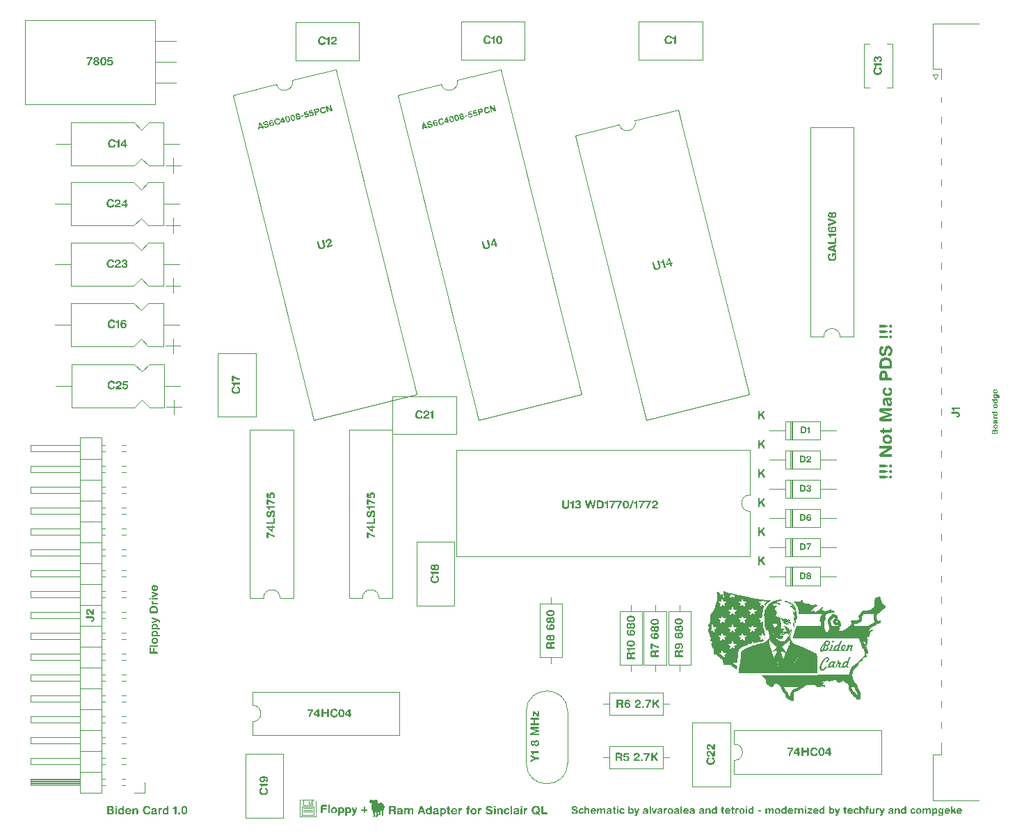
<source format=gbr>
%TF.GenerationSoftware,KiCad,Pcbnew,9.0.0*%
%TF.CreationDate,2025-03-11T15:51:22-04:00*%
%TF.ProjectId,BidenCard,42696465-6e43-4617-9264-2e6b69636164,rev?*%
%TF.SameCoordinates,Original*%
%TF.FileFunction,Legend,Top*%
%TF.FilePolarity,Positive*%
%FSLAX46Y46*%
G04 Gerber Fmt 4.6, Leading zero omitted, Abs format (unit mm)*
G04 Created by KiCad (PCBNEW 9.0.0) date 2025-03-11 15:51:22*
%MOMM*%
%LPD*%
G01*
G04 APERTURE LIST*
%ADD10C,0.011906*%
%ADD11C,0.000000*%
%ADD12C,0.300000*%
%ADD13C,0.150000*%
%ADD14C,0.200000*%
%ADD15C,0.187500*%
%ADD16C,0.120000*%
%ADD17C,0.100000*%
G04 APERTURE END LIST*
D10*
X166564131Y-117683612D02*
X166564325Y-117683653D01*
X166564496Y-117683730D01*
X166564642Y-117683845D01*
X166575299Y-117690379D01*
X166586315Y-117696492D01*
X166609082Y-117707962D01*
X166632251Y-117719265D01*
X166643770Y-117725169D01*
X166655129Y-117731411D01*
X166666244Y-117738115D01*
X166677026Y-117745409D01*
X166687389Y-117753418D01*
X166697248Y-117762270D01*
X166701961Y-117767051D01*
X166706515Y-117772090D01*
X166710899Y-117777403D01*
X166715103Y-117783005D01*
X166719116Y-117788912D01*
X166722928Y-117795140D01*
X166726526Y-117801705D01*
X166729901Y-117808623D01*
X166517017Y-117722898D01*
X166545889Y-117718075D01*
X166557803Y-117716133D01*
X166569404Y-117714325D01*
X166559879Y-117701764D01*
X166555742Y-117696309D01*
X166551783Y-117690988D01*
X166552854Y-117690343D01*
X166553918Y-117689666D01*
X166556003Y-117688265D01*
X166559820Y-117685631D01*
X166560665Y-117685080D01*
X166561453Y-117684598D01*
X166562178Y-117684197D01*
X166562834Y-117683890D01*
X166563415Y-117683688D01*
X166563675Y-117683631D01*
X166563914Y-117683605D01*
X166564131Y-117683612D01*
G36*
X166564131Y-117683612D02*
G01*
X166564325Y-117683653D01*
X166564496Y-117683730D01*
X166564642Y-117683845D01*
X166575299Y-117690379D01*
X166586315Y-117696492D01*
X166609082Y-117707962D01*
X166632251Y-117719265D01*
X166643770Y-117725169D01*
X166655129Y-117731411D01*
X166666244Y-117738115D01*
X166677026Y-117745409D01*
X166687389Y-117753418D01*
X166697248Y-117762270D01*
X166701961Y-117767051D01*
X166706515Y-117772090D01*
X166710899Y-117777403D01*
X166715103Y-117783005D01*
X166719116Y-117788912D01*
X166722928Y-117795140D01*
X166726526Y-117801705D01*
X166729901Y-117808623D01*
X166517017Y-117722898D01*
X166545889Y-117718075D01*
X166557803Y-117716133D01*
X166569404Y-117714325D01*
X166559879Y-117701764D01*
X166555742Y-117696309D01*
X166551783Y-117690988D01*
X166552854Y-117690343D01*
X166553918Y-117689666D01*
X166556003Y-117688265D01*
X166559820Y-117685631D01*
X166560665Y-117685080D01*
X166561453Y-117684598D01*
X166562178Y-117684197D01*
X166562834Y-117683890D01*
X166563415Y-117683688D01*
X166563675Y-117683631D01*
X166563914Y-117683605D01*
X166564131Y-117683612D01*
G37*
D11*
G36*
X108531003Y-139806891D02*
G01*
X108532923Y-139807037D01*
X108534815Y-139807277D01*
X108536677Y-139807610D01*
X108538506Y-139808032D01*
X108540300Y-139808541D01*
X108542056Y-139809136D01*
X108543773Y-139809812D01*
X108545447Y-139810569D01*
X108547077Y-139811404D01*
X108548660Y-139812314D01*
X108550193Y-139813298D01*
X108551675Y-139814352D01*
X108553103Y-139815474D01*
X108554474Y-139816662D01*
X108555787Y-139817913D01*
X108557038Y-139819226D01*
X108558226Y-139820598D01*
X108559348Y-139822026D01*
X108560402Y-139823508D01*
X108561385Y-139825041D01*
X108562295Y-139826624D01*
X108563129Y-139828254D01*
X108563886Y-139829928D01*
X108564563Y-139831645D01*
X108565157Y-139833401D01*
X108565666Y-139835194D01*
X108566088Y-139837023D01*
X108566420Y-139838884D01*
X108566660Y-139840776D01*
X108566806Y-139842695D01*
X108566855Y-139844640D01*
X108566855Y-140252855D01*
X108566806Y-140254800D01*
X108566660Y-140256719D01*
X108566420Y-140258611D01*
X108566088Y-140260472D01*
X108565666Y-140262300D01*
X108565156Y-140264094D01*
X108564562Y-140265850D01*
X108563885Y-140267567D01*
X108563129Y-140269241D01*
X108562294Y-140270871D01*
X108561384Y-140272454D01*
X108560401Y-140273987D01*
X108559347Y-140275469D01*
X108558225Y-140276897D01*
X108557037Y-140278269D01*
X108555785Y-140279581D01*
X108554473Y-140280833D01*
X108553101Y-140282021D01*
X108551673Y-140283143D01*
X108550191Y-140284197D01*
X108548658Y-140285180D01*
X108547075Y-140286091D01*
X108545445Y-140286925D01*
X108543771Y-140287682D01*
X108542054Y-140288359D01*
X108540298Y-140288954D01*
X108538504Y-140289463D01*
X108536676Y-140289885D01*
X108534814Y-140290217D01*
X108532922Y-140290458D01*
X108531003Y-140290604D01*
X108529057Y-140290653D01*
X108241794Y-140290653D01*
X108239849Y-140290604D01*
X108237929Y-140290458D01*
X108236037Y-140290217D01*
X108234175Y-140289885D01*
X108232346Y-140289463D01*
X108230552Y-140288954D01*
X108228796Y-140288359D01*
X108227079Y-140287682D01*
X108225405Y-140286925D01*
X108223775Y-140286091D01*
X108222192Y-140285180D01*
X108220658Y-140284197D01*
X108219176Y-140283143D01*
X108217749Y-140282021D01*
X108216377Y-140280833D01*
X108215065Y-140279581D01*
X108213813Y-140278269D01*
X108212625Y-140276897D01*
X108211503Y-140275469D01*
X108210450Y-140273987D01*
X108209467Y-140272454D01*
X108208557Y-140270871D01*
X108207722Y-140269241D01*
X108206966Y-140267567D01*
X108206289Y-140265850D01*
X108205695Y-140264094D01*
X108205186Y-140262300D01*
X108204764Y-140260472D01*
X108204431Y-140258611D01*
X108204191Y-140256719D01*
X108204045Y-140254800D01*
X108203996Y-140252855D01*
X108203996Y-140215057D01*
X108279592Y-140215057D01*
X108491259Y-140215057D01*
X108491259Y-139882438D01*
X108279592Y-139882438D01*
X108279592Y-140215057D01*
X108203996Y-140215057D01*
X108203996Y-139882438D01*
X108203996Y-139844640D01*
X108204045Y-139842695D01*
X108204191Y-139840776D01*
X108204431Y-139838884D01*
X108204764Y-139837023D01*
X108205186Y-139835194D01*
X108205695Y-139833401D01*
X108206289Y-139831645D01*
X108206966Y-139829928D01*
X108207722Y-139828254D01*
X108208557Y-139826624D01*
X108209467Y-139825041D01*
X108210450Y-139823508D01*
X108211503Y-139822026D01*
X108212625Y-139820598D01*
X108213813Y-139819226D01*
X108215065Y-139817913D01*
X108216377Y-139816662D01*
X108217749Y-139815474D01*
X108219176Y-139814352D01*
X108220658Y-139813298D01*
X108222192Y-139812314D01*
X108223775Y-139811404D01*
X108225405Y-139810569D01*
X108227079Y-139809812D01*
X108228796Y-139809136D01*
X108230552Y-139808541D01*
X108232346Y-139808032D01*
X108234175Y-139807610D01*
X108236037Y-139807277D01*
X108237929Y-139807037D01*
X108239849Y-139806891D01*
X108241794Y-139806842D01*
X108529057Y-139806842D01*
X108531003Y-139806891D01*
G37*
D10*
X166826336Y-118913878D02*
X166834712Y-118919571D01*
X166842659Y-118925816D01*
X166850174Y-118932586D01*
X166857256Y-118939859D01*
X166863903Y-118947609D01*
X166870113Y-118955812D01*
X166875886Y-118964444D01*
X166881219Y-118973479D01*
X166886111Y-118982894D01*
X166890560Y-118992664D01*
X166894565Y-119002764D01*
X166898125Y-119013171D01*
X166901237Y-119023858D01*
X166903900Y-119034803D01*
X166906113Y-119045979D01*
X166907873Y-119057364D01*
X166909180Y-119068932D01*
X166910032Y-119080659D01*
X166910427Y-119092521D01*
X166910363Y-119104492D01*
X166909840Y-119116549D01*
X166908855Y-119128666D01*
X166907407Y-119140820D01*
X166905495Y-119152986D01*
X166903116Y-119165139D01*
X166900269Y-119177255D01*
X166896954Y-119189309D01*
X166893167Y-119201278D01*
X166888908Y-119213135D01*
X166884175Y-119224857D01*
X166878966Y-119236420D01*
X166817530Y-118908760D01*
X166826336Y-118913878D01*
G36*
X166826336Y-118913878D02*
G01*
X166834712Y-118919571D01*
X166842659Y-118925816D01*
X166850174Y-118932586D01*
X166857256Y-118939859D01*
X166863903Y-118947609D01*
X166870113Y-118955812D01*
X166875886Y-118964444D01*
X166881219Y-118973479D01*
X166886111Y-118982894D01*
X166890560Y-118992664D01*
X166894565Y-119002764D01*
X166898125Y-119013171D01*
X166901237Y-119023858D01*
X166903900Y-119034803D01*
X166906113Y-119045979D01*
X166907873Y-119057364D01*
X166909180Y-119068932D01*
X166910032Y-119080659D01*
X166910427Y-119092521D01*
X166910363Y-119104492D01*
X166909840Y-119116549D01*
X166908855Y-119128666D01*
X166907407Y-119140820D01*
X166905495Y-119152986D01*
X166903116Y-119165139D01*
X166900269Y-119177255D01*
X166896954Y-119189309D01*
X166893167Y-119201278D01*
X166888908Y-119213135D01*
X166884175Y-119224857D01*
X166878966Y-119236420D01*
X166817530Y-118908760D01*
X166826336Y-118913878D01*
G37*
X167442370Y-117812909D02*
X167374742Y-118102469D01*
X167370245Y-118088479D01*
X167366378Y-118074372D01*
X167363114Y-118060157D01*
X167360425Y-118045840D01*
X167358283Y-118031428D01*
X167356660Y-118016928D01*
X167355528Y-118002348D01*
X167354859Y-117987693D01*
X167354625Y-117972971D01*
X167354799Y-117958189D01*
X167355353Y-117943355D01*
X167356258Y-117928474D01*
X167359011Y-117898602D01*
X167362836Y-117868630D01*
X167361408Y-117870059D01*
X167411413Y-117789096D01*
X167442370Y-117812909D01*
G36*
X167442370Y-117812909D02*
G01*
X167374742Y-118102469D01*
X167370245Y-118088479D01*
X167366378Y-118074372D01*
X167363114Y-118060157D01*
X167360425Y-118045840D01*
X167358283Y-118031428D01*
X167356660Y-118016928D01*
X167355528Y-118002348D01*
X167354859Y-117987693D01*
X167354625Y-117972971D01*
X167354799Y-117958189D01*
X167355353Y-117943355D01*
X167356258Y-117928474D01*
X167359011Y-117898602D01*
X167362836Y-117868630D01*
X167361408Y-117870059D01*
X167411413Y-117789096D01*
X167442370Y-117812909D01*
G37*
X166460603Y-115550982D02*
X166505289Y-115569117D01*
X166597027Y-115605966D01*
X166575535Y-115607497D01*
X166555672Y-115608323D01*
X166537378Y-115608421D01*
X166520595Y-115607767D01*
X166505267Y-115606337D01*
X166491335Y-115604108D01*
X166478741Y-115601055D01*
X166467426Y-115597156D01*
X166457334Y-115592386D01*
X166452729Y-115589667D01*
X166448407Y-115586721D01*
X166444362Y-115583546D01*
X166440586Y-115580138D01*
X166437072Y-115576495D01*
X166433813Y-115572614D01*
X166430802Y-115568491D01*
X166428032Y-115564124D01*
X166423182Y-115554645D01*
X166419208Y-115544153D01*
X166416051Y-115532624D01*
X166460603Y-115550982D01*
G36*
X166460603Y-115550982D02*
G01*
X166505289Y-115569117D01*
X166597027Y-115605966D01*
X166575535Y-115607497D01*
X166555672Y-115608323D01*
X166537378Y-115608421D01*
X166520595Y-115607767D01*
X166505267Y-115606337D01*
X166491335Y-115604108D01*
X166478741Y-115601055D01*
X166467426Y-115597156D01*
X166457334Y-115592386D01*
X166452729Y-115589667D01*
X166448407Y-115586721D01*
X166444362Y-115583546D01*
X166440586Y-115580138D01*
X166437072Y-115576495D01*
X166433813Y-115572614D01*
X166430802Y-115568491D01*
X166428032Y-115564124D01*
X166423182Y-115554645D01*
X166419208Y-115544153D01*
X166416051Y-115532624D01*
X166460603Y-115550982D01*
G37*
D11*
G36*
X177621852Y-114942775D02*
G01*
X177635679Y-114943750D01*
X177649601Y-114945830D01*
X177663501Y-114948954D01*
X177677261Y-114953061D01*
X177690764Y-114958090D01*
X177703894Y-114963980D01*
X177716532Y-114970671D01*
X177728562Y-114978103D01*
X177739867Y-114986214D01*
X177750328Y-114994944D01*
X177760248Y-115004719D01*
X177769168Y-115015079D01*
X177777170Y-115025974D01*
X177784336Y-115037352D01*
X177790748Y-115049163D01*
X177796489Y-115061356D01*
X177801642Y-115073879D01*
X177806288Y-115086682D01*
X177810509Y-115099713D01*
X177814389Y-115112923D01*
X177821453Y-115139672D01*
X177828137Y-115166521D01*
X177835100Y-115193064D01*
X177842186Y-115218186D01*
X177849819Y-115242882D01*
X177866414Y-115291305D01*
X177884258Y-115338947D01*
X177902728Y-115386421D01*
X177921197Y-115434342D01*
X177939042Y-115483323D01*
X177947534Y-115508403D01*
X177955636Y-115533979D01*
X177963269Y-115560126D01*
X177970356Y-115586923D01*
X177984115Y-115645710D01*
X177987665Y-115660323D01*
X177991444Y-115674724D01*
X177995545Y-115688823D01*
X178000062Y-115702532D01*
X178005086Y-115715761D01*
X178010711Y-115728421D01*
X178017030Y-115740422D01*
X178020478Y-115746148D01*
X178024134Y-115751675D01*
X178028010Y-115756994D01*
X178032118Y-115762091D01*
X178036468Y-115766958D01*
X178041074Y-115771581D01*
X178045945Y-115775951D01*
X178051094Y-115780055D01*
X178056532Y-115783883D01*
X178062271Y-115787424D01*
X178068297Y-115790921D01*
X178074556Y-115794126D01*
X178081003Y-115797092D01*
X178087593Y-115799873D01*
X178114479Y-115810224D01*
X178121105Y-115812887D01*
X178127601Y-115815687D01*
X178133923Y-115818678D01*
X178140026Y-115821915D01*
X178145863Y-115825449D01*
X178151390Y-115829337D01*
X178154023Y-115831429D01*
X178156561Y-115833630D01*
X178158999Y-115835945D01*
X178161331Y-115838383D01*
X178163755Y-115841419D01*
X178166033Y-115844627D01*
X178168175Y-115847994D01*
X178170191Y-115851506D01*
X178173888Y-115858917D01*
X178177204Y-115866756D01*
X178180221Y-115874923D01*
X178183022Y-115883313D01*
X178188299Y-115900354D01*
X178193688Y-115917061D01*
X178196628Y-115925033D01*
X178199841Y-115932613D01*
X178203408Y-115939699D01*
X178205350Y-115943025D01*
X178207411Y-115946189D01*
X178209602Y-115949178D01*
X178211932Y-115951979D01*
X178214412Y-115954581D01*
X178217052Y-115956969D01*
X178219866Y-115959128D01*
X178222855Y-115961060D01*
X178226010Y-115962779D01*
X178229320Y-115964297D01*
X178232778Y-115965628D01*
X178236373Y-115966785D01*
X178243938Y-115968629D01*
X178251941Y-115969935D01*
X178260308Y-115970807D01*
X178268964Y-115971351D01*
X178277834Y-115971673D01*
X178295917Y-115972070D01*
X178313962Y-115972841D01*
X178322783Y-115973630D01*
X178331370Y-115974829D01*
X178339649Y-115976542D01*
X178347545Y-115978876D01*
X178355447Y-115985576D01*
X178362898Y-115992964D01*
X178369895Y-116000989D01*
X178376432Y-116009602D01*
X178382507Y-116018753D01*
X178388114Y-116028394D01*
X178393249Y-116038474D01*
X178397908Y-116048944D01*
X178402088Y-116059755D01*
X178405783Y-116070857D01*
X178408990Y-116082200D01*
X178411704Y-116093734D01*
X178413922Y-116105411D01*
X178415639Y-116117181D01*
X178416850Y-116128994D01*
X178417553Y-116140801D01*
X178418334Y-116158832D01*
X178418019Y-116176644D01*
X178416639Y-116194194D01*
X178414227Y-116211442D01*
X178410812Y-116228347D01*
X178406427Y-116244868D01*
X178401103Y-116260963D01*
X178394872Y-116276592D01*
X178387764Y-116291712D01*
X178379811Y-116306284D01*
X178371045Y-116320265D01*
X178361497Y-116333615D01*
X178351198Y-116346293D01*
X178340180Y-116358256D01*
X178328474Y-116369465D01*
X178316112Y-116379878D01*
X178305922Y-116387735D01*
X178295379Y-116395089D01*
X178284523Y-116401996D01*
X178273391Y-116408513D01*
X178262021Y-116414695D01*
X178250453Y-116420598D01*
X178226875Y-116431790D01*
X178179019Y-116453280D01*
X178155357Y-116464472D01*
X178143726Y-116470375D01*
X178132280Y-116476557D01*
X178118007Y-116485020D01*
X178104106Y-116493960D01*
X178090562Y-116503354D01*
X178077355Y-116513176D01*
X178064470Y-116523404D01*
X178051888Y-116534011D01*
X178039592Y-116544975D01*
X178027565Y-116556270D01*
X178015789Y-116567871D01*
X178004246Y-116579756D01*
X177992920Y-116591898D01*
X177981793Y-116604274D01*
X177960065Y-116629630D01*
X177938922Y-116655627D01*
X177873922Y-116735161D01*
X177841001Y-116774102D01*
X177824232Y-116793151D01*
X177807181Y-116811837D01*
X177789789Y-116830099D01*
X177771999Y-116847876D01*
X177753752Y-116865105D01*
X177734992Y-116881727D01*
X177715659Y-116897678D01*
X177695697Y-116912899D01*
X177675046Y-116927327D01*
X177653650Y-116940901D01*
X177641258Y-116948001D01*
X177628583Y-116954865D01*
X177602594Y-116968047D01*
X177549529Y-116993407D01*
X177523290Y-117006255D01*
X177497804Y-117019661D01*
X177485474Y-117026677D01*
X177473490Y-117033959D01*
X177461903Y-117041548D01*
X177450767Y-117049486D01*
X177449343Y-117050489D01*
X177447931Y-117051531D01*
X177445133Y-117053705D01*
X177442370Y-117055957D01*
X177439634Y-117058237D01*
X177436921Y-117060495D01*
X177434224Y-117062680D01*
X177431539Y-117064742D01*
X177430198Y-117065711D01*
X177428859Y-117066631D01*
X177414904Y-117080503D01*
X177402045Y-117095380D01*
X177390252Y-117111206D01*
X177379500Y-117127922D01*
X177369761Y-117145471D01*
X177361007Y-117163796D01*
X177353212Y-117182838D01*
X177346349Y-117202541D01*
X177335306Y-117243697D01*
X177327663Y-117286804D01*
X177323201Y-117331400D01*
X177321703Y-117377027D01*
X177322950Y-117423223D01*
X177326726Y-117469527D01*
X177332812Y-117515480D01*
X177340991Y-117560621D01*
X177351045Y-117604490D01*
X177362757Y-117646625D01*
X177375909Y-117686568D01*
X177390283Y-117723856D01*
X177394003Y-117733274D01*
X177397856Y-117742448D01*
X177401863Y-117751425D01*
X177406043Y-117760252D01*
X177410420Y-117768976D01*
X177415012Y-117777643D01*
X177419842Y-117786301D01*
X177424930Y-117794996D01*
X177435963Y-117812683D01*
X177448281Y-117831079D01*
X177462049Y-117850558D01*
X177477436Y-117871493D01*
X177489179Y-117886732D01*
X177501635Y-117902430D01*
X177514670Y-117918300D01*
X177528150Y-117934053D01*
X177541939Y-117949402D01*
X177555903Y-117964058D01*
X177569908Y-117977733D01*
X177583819Y-117990139D01*
X177590697Y-117995776D01*
X177597501Y-118000988D01*
X177604214Y-118005739D01*
X177610819Y-118009992D01*
X177617300Y-118013712D01*
X177623640Y-118016862D01*
X177629821Y-118019407D01*
X177635827Y-118021311D01*
X177641642Y-118022538D01*
X177647247Y-118023051D01*
X177652627Y-118022814D01*
X177657765Y-118021792D01*
X177662644Y-118019949D01*
X177667247Y-118017248D01*
X177671557Y-118013654D01*
X177675557Y-118009130D01*
X177676868Y-118007289D01*
X177678124Y-118005338D01*
X177679324Y-118003282D01*
X177680468Y-118001123D01*
X177681556Y-117998863D01*
X177682589Y-117996505D01*
X177683566Y-117994053D01*
X177684486Y-117991508D01*
X177685351Y-117988875D01*
X177686161Y-117986154D01*
X177686914Y-117983350D01*
X177687611Y-117980465D01*
X177688253Y-117977502D01*
X177688839Y-117974464D01*
X177689369Y-117971353D01*
X177689843Y-117968172D01*
X177690888Y-117959414D01*
X177691414Y-117950503D01*
X177691529Y-117941496D01*
X177691339Y-117932453D01*
X177689664Y-117897092D01*
X177689551Y-117888747D01*
X177689773Y-117880717D01*
X177690438Y-117873061D01*
X177690969Y-117869392D01*
X177691651Y-117865838D01*
X177692497Y-117862407D01*
X177693521Y-117859106D01*
X177694735Y-117855942D01*
X177696152Y-117852923D01*
X177697788Y-117850056D01*
X177699654Y-117847349D01*
X177701764Y-117844808D01*
X177704131Y-117842442D01*
X177706037Y-117840712D01*
X177708089Y-117839092D01*
X177710280Y-117837582D01*
X177712602Y-117836182D01*
X177717610Y-117833704D01*
X177723054Y-117831652D01*
X177728875Y-117830018D01*
X177735013Y-117828796D01*
X177741409Y-117827979D01*
X177748005Y-117827559D01*
X177754739Y-117827530D01*
X177761554Y-117827884D01*
X177768390Y-117828616D01*
X177775188Y-117829717D01*
X177781888Y-117831181D01*
X177788431Y-117833000D01*
X177794758Y-117835169D01*
X177800809Y-117837679D01*
X177806520Y-117840578D01*
X177811869Y-117843817D01*
X177816866Y-117847383D01*
X177821516Y-117851262D01*
X177825828Y-117855440D01*
X177829810Y-117859904D01*
X177833468Y-117864639D01*
X177836810Y-117869633D01*
X177839844Y-117874870D01*
X177842577Y-117880338D01*
X177845016Y-117886023D01*
X177847170Y-117891910D01*
X177850650Y-117904239D01*
X177853077Y-117917213D01*
X177854510Y-117930723D01*
X177855009Y-117944659D01*
X177854636Y-117958910D01*
X177853449Y-117973366D01*
X177851508Y-117987917D01*
X177848874Y-118002452D01*
X177845607Y-118016862D01*
X177841766Y-118031037D01*
X177835345Y-118049714D01*
X177827901Y-118067670D01*
X177819483Y-118084855D01*
X177810140Y-118101217D01*
X177799921Y-118116705D01*
X177788874Y-118131270D01*
X177777049Y-118144859D01*
X177764494Y-118157422D01*
X177751259Y-118168907D01*
X177737391Y-118179265D01*
X177722940Y-118188444D01*
X177715511Y-118192575D01*
X177707955Y-118196392D01*
X177700277Y-118199890D01*
X177692484Y-118203060D01*
X177684581Y-118205898D01*
X177676576Y-118208396D01*
X177668473Y-118210549D01*
X177660280Y-118212350D01*
X177652002Y-118213792D01*
X177643646Y-118214869D01*
X177633619Y-118215522D01*
X177623551Y-118215739D01*
X177613457Y-118215586D01*
X177603351Y-118215130D01*
X177583161Y-118213572D01*
X177563100Y-118211595D01*
X177543285Y-118209730D01*
X177533506Y-118209005D01*
X177523832Y-118208507D01*
X177514278Y-118208301D01*
X177504859Y-118208455D01*
X177495589Y-118209035D01*
X177486483Y-118210106D01*
X177476638Y-118211573D01*
X177467007Y-118213632D01*
X177457579Y-118216260D01*
X177448343Y-118219429D01*
X177439287Y-118223115D01*
X177430399Y-118227290D01*
X177421668Y-118231929D01*
X177413082Y-118237007D01*
X177396301Y-118248373D01*
X177379964Y-118261181D01*
X177363979Y-118275224D01*
X177348253Y-118290295D01*
X177332694Y-118306186D01*
X177317211Y-118322690D01*
X177286102Y-118356710D01*
X177254189Y-118390696D01*
X177237701Y-118407158D01*
X177220736Y-118422990D01*
X177209706Y-118432375D01*
X177198413Y-118441427D01*
X177186876Y-118450163D01*
X177175113Y-118458597D01*
X177163140Y-118466744D01*
X177150976Y-118474618D01*
X177138637Y-118482234D01*
X177126141Y-118489606D01*
X177100748Y-118503679D01*
X177074937Y-118516953D01*
X177048847Y-118529547D01*
X177022617Y-118541577D01*
X176983710Y-118557484D01*
X176945055Y-118572570D01*
X176869681Y-118601644D01*
X176833554Y-118616312D01*
X176798861Y-118631521D01*
X176782145Y-118639435D01*
X176765898Y-118647612D01*
X176750158Y-118656094D01*
X176734961Y-118664925D01*
X176722466Y-118673203D01*
X176710299Y-118681813D01*
X176698396Y-118690798D01*
X176686697Y-118700198D01*
X176675136Y-118710055D01*
X176663653Y-118720412D01*
X176652183Y-118731311D01*
X176640664Y-118742792D01*
X176629034Y-118754899D01*
X176617230Y-118767673D01*
X176592846Y-118795388D01*
X176567011Y-118826274D01*
X176539223Y-118860664D01*
X176509277Y-118898504D01*
X176478784Y-118938174D01*
X176464027Y-118958068D01*
X176449966Y-118977666D01*
X176436879Y-118996717D01*
X176425043Y-119014970D01*
X176414736Y-119032173D01*
X176406237Y-119048076D01*
X176402751Y-119055462D01*
X176399821Y-119062428D01*
X176397482Y-119068944D01*
X176395769Y-119074977D01*
X176394715Y-119080497D01*
X176394355Y-119085472D01*
X176394725Y-119089871D01*
X176395860Y-119093662D01*
X176397793Y-119096815D01*
X176400559Y-119099296D01*
X176404194Y-119101076D01*
X176408731Y-119102123D01*
X176412586Y-119102377D01*
X176416977Y-119102257D01*
X176421861Y-119101780D01*
X176427193Y-119100962D01*
X176432930Y-119099821D01*
X176439028Y-119098373D01*
X176445442Y-119096634D01*
X176452129Y-119094622D01*
X176459045Y-119092354D01*
X176466146Y-119089845D01*
X176480727Y-119084175D01*
X176495519Y-119077745D01*
X176510172Y-119070691D01*
X176526102Y-119062934D01*
X176541284Y-119055070D01*
X176569845Y-119039310D01*
X176596742Y-119023986D01*
X176622864Y-119009671D01*
X176635912Y-119003072D01*
X176649098Y-118996942D01*
X176662534Y-118991351D01*
X176676331Y-118986372D01*
X176690599Y-118982077D01*
X176705450Y-118978537D01*
X176720995Y-118975825D01*
X176737344Y-118974012D01*
X176746128Y-118973679D01*
X176755111Y-118973585D01*
X176764224Y-118973743D01*
X176773397Y-118974168D01*
X176782562Y-118974875D01*
X176791650Y-118975879D01*
X176800591Y-118977193D01*
X176809317Y-118978834D01*
X176817758Y-118980815D01*
X176825846Y-118983151D01*
X176833510Y-118985856D01*
X176840683Y-118988947D01*
X176844063Y-118990640D01*
X176847295Y-118992436D01*
X176850369Y-118994335D01*
X176853276Y-118996339D01*
X176856010Y-118998450D01*
X176858559Y-119000670D01*
X176860917Y-119003001D01*
X176863074Y-119005444D01*
X176866788Y-119010129D01*
X176869732Y-119015148D01*
X176871930Y-119020480D01*
X176873407Y-119026102D01*
X176874189Y-119031991D01*
X176874299Y-119038127D01*
X176873763Y-119044486D01*
X176872606Y-119051045D01*
X176870853Y-119057783D01*
X176868528Y-119064678D01*
X176865656Y-119071706D01*
X176862262Y-119078846D01*
X176858371Y-119086076D01*
X176854008Y-119093372D01*
X176843964Y-119108076D01*
X176832330Y-119122780D01*
X176819305Y-119137306D01*
X176805086Y-119151475D01*
X176789873Y-119165107D01*
X176773865Y-119178025D01*
X176757260Y-119190051D01*
X176740258Y-119201004D01*
X176723057Y-119210708D01*
X176709468Y-119217593D01*
X176695893Y-119223688D01*
X176682403Y-119229115D01*
X176669069Y-119234000D01*
X176618697Y-119250594D01*
X176607198Y-119254627D01*
X176596277Y-119258863D01*
X176586005Y-119263425D01*
X176576452Y-119268438D01*
X176571968Y-119271153D01*
X176567689Y-119274026D01*
X176563626Y-119277074D01*
X176559787Y-119280313D01*
X176556180Y-119283757D01*
X176552814Y-119287423D01*
X176549699Y-119291326D01*
X176546843Y-119295481D01*
X176544714Y-119299195D01*
X176542785Y-119303099D01*
X176539490Y-119311442D01*
X176536886Y-119320445D01*
X176534900Y-119330039D01*
X176533457Y-119340157D01*
X176532486Y-119350733D01*
X176531912Y-119361700D01*
X176531663Y-119372990D01*
X176531844Y-119396274D01*
X176532445Y-119420050D01*
X176532877Y-119443780D01*
X176532557Y-119466930D01*
X176531101Y-119486331D01*
X176528542Y-119504797D01*
X176524918Y-119522467D01*
X176520264Y-119539477D01*
X176514616Y-119555965D01*
X176508011Y-119572070D01*
X176500486Y-119587927D01*
X176492076Y-119603674D01*
X176482817Y-119619450D01*
X176472747Y-119635390D01*
X176461900Y-119651634D01*
X176450314Y-119668318D01*
X176397302Y-119742203D01*
X176350086Y-119806646D01*
X176338026Y-119822527D01*
X176326018Y-119837807D01*
X176314140Y-119852234D01*
X176302469Y-119865552D01*
X176291082Y-119877509D01*
X176285520Y-119882898D01*
X176280058Y-119887851D01*
X176274706Y-119892336D01*
X176269473Y-119896322D01*
X176264370Y-119899778D01*
X176259405Y-119902670D01*
X176254589Y-119904968D01*
X176249932Y-119906641D01*
X176245442Y-119907655D01*
X176241130Y-119907980D01*
X176237005Y-119907583D01*
X176233078Y-119906433D01*
X176229356Y-119904499D01*
X176225852Y-119901747D01*
X176223251Y-119899265D01*
X176220781Y-119896308D01*
X176218408Y-119892915D01*
X176216096Y-119889127D01*
X176213809Y-119884981D01*
X176211511Y-119880517D01*
X176206742Y-119870791D01*
X176201505Y-119860261D01*
X176198621Y-119854793D01*
X176195514Y-119849241D01*
X176192146Y-119843644D01*
X176188484Y-119838041D01*
X176184491Y-119832472D01*
X176180132Y-119826976D01*
X176176873Y-119823115D01*
X176173444Y-119819307D01*
X176166144Y-119811885D01*
X176158356Y-119804774D01*
X176150203Y-119798044D01*
X176141810Y-119791759D01*
X176133302Y-119785989D01*
X176124802Y-119780798D01*
X176116434Y-119776255D01*
X176108323Y-119772427D01*
X176100593Y-119769379D01*
X176096910Y-119768170D01*
X176093368Y-119767180D01*
X176089984Y-119766420D01*
X176086773Y-119765897D01*
X176083749Y-119765619D01*
X176080930Y-119765595D01*
X176078331Y-119765834D01*
X176075966Y-119766343D01*
X176073851Y-119767132D01*
X176072003Y-119768207D01*
X176070436Y-119769579D01*
X176069166Y-119771255D01*
X176068510Y-119772427D01*
X176067966Y-119773710D01*
X176067531Y-119775098D01*
X176067201Y-119776587D01*
X176066838Y-119779851D01*
X176066844Y-119783466D01*
X176067184Y-119787396D01*
X176067826Y-119791606D01*
X176068736Y-119796060D01*
X176069880Y-119800723D01*
X176071225Y-119805558D01*
X176072737Y-119810531D01*
X176076131Y-119820748D01*
X176083454Y-119841264D01*
X176089374Y-119854479D01*
X176095347Y-119867022D01*
X176101369Y-119878957D01*
X176107436Y-119890347D01*
X176113545Y-119901258D01*
X176119693Y-119911752D01*
X176132089Y-119931751D01*
X176182512Y-120007951D01*
X176198744Y-120033066D01*
X176206637Y-120046084D01*
X176214317Y-120059386D01*
X176221735Y-120072956D01*
X176228841Y-120086778D01*
X176235587Y-120100834D01*
X176241925Y-120115107D01*
X176247805Y-120129582D01*
X176253178Y-120144240D01*
X176257996Y-120159067D01*
X176262210Y-120174043D01*
X176265771Y-120189154D01*
X176268630Y-120204382D01*
X176270739Y-120219710D01*
X176272048Y-120235122D01*
X176272503Y-120250039D01*
X176272139Y-120264958D01*
X176271041Y-120279872D01*
X176269294Y-120294772D01*
X176266984Y-120309650D01*
X176264195Y-120324497D01*
X176261013Y-120339305D01*
X176257522Y-120354065D01*
X176242178Y-120412466D01*
X176234869Y-120441163D01*
X176231603Y-120455357D01*
X176228709Y-120469437D01*
X176222193Y-120502533D01*
X176216855Y-120535070D01*
X176207099Y-120600882D01*
X176201376Y-120635362D01*
X176194218Y-120671694D01*
X176189897Y-120690744D01*
X176184972Y-120710483D01*
X176179363Y-120730986D01*
X176172987Y-120752329D01*
X176166734Y-120771670D01*
X176159802Y-120791461D01*
X176152245Y-120811415D01*
X176144122Y-120831245D01*
X176135488Y-120850666D01*
X176126399Y-120869389D01*
X176116913Y-120887129D01*
X176107086Y-120903598D01*
X176102062Y-120911267D01*
X176096974Y-120918511D01*
X176091829Y-120925293D01*
X176086634Y-120931579D01*
X176081397Y-120937332D01*
X176076123Y-120942517D01*
X176070820Y-120947097D01*
X176065496Y-120951037D01*
X176060157Y-120954302D01*
X176054811Y-120956854D01*
X176049464Y-120958658D01*
X176044124Y-120959680D01*
X176038797Y-120959881D01*
X176033491Y-120959228D01*
X176028212Y-120957683D01*
X176022969Y-120955212D01*
X176018889Y-120952702D01*
X176014870Y-120949665D01*
X176010915Y-120946144D01*
X176007029Y-120942182D01*
X176003215Y-120937821D01*
X175999477Y-120933103D01*
X175995821Y-120928071D01*
X175992250Y-120922768D01*
X175988768Y-120917235D01*
X175985379Y-120911517D01*
X175982089Y-120905655D01*
X175978900Y-120899692D01*
X175972845Y-120887632D01*
X175967247Y-120875679D01*
X175961072Y-120859605D01*
X175956064Y-120843998D01*
X175952142Y-120828755D01*
X175949224Y-120813774D01*
X175947226Y-120798952D01*
X175946067Y-120784186D01*
X175945664Y-120769374D01*
X175945934Y-120754414D01*
X175946797Y-120739202D01*
X175948169Y-120723637D01*
X175952111Y-120691035D01*
X175962483Y-120617075D01*
X175965943Y-120589319D01*
X175967462Y-120575203D01*
X175968728Y-120561123D01*
X175969655Y-120547224D01*
X175970161Y-120533652D01*
X175970160Y-120520553D01*
X175969569Y-120508073D01*
X175969025Y-120502110D01*
X175968302Y-120496357D01*
X175967389Y-120490832D01*
X175966275Y-120485552D01*
X175964950Y-120480537D01*
X175963404Y-120475804D01*
X175961626Y-120471371D01*
X175959605Y-120467257D01*
X175957330Y-120463480D01*
X175954792Y-120460058D01*
X175951980Y-120457009D01*
X175948882Y-120454353D01*
X175945489Y-120452106D01*
X175941791Y-120450287D01*
X175937775Y-120448914D01*
X175933433Y-120448006D01*
X175931614Y-120447614D01*
X175929734Y-120447322D01*
X175927796Y-120447122D01*
X175925806Y-120447002D01*
X175923768Y-120446951D01*
X175921688Y-120446960D01*
X175917420Y-120447113D01*
X175908587Y-120447671D01*
X175904100Y-120447908D01*
X175899620Y-120448006D01*
X175895131Y-120447678D01*
X175890687Y-120447144D01*
X175886287Y-120446412D01*
X175881935Y-120445487D01*
X175877632Y-120444377D01*
X175873379Y-120443088D01*
X175869179Y-120441626D01*
X175865032Y-120439999D01*
X175860942Y-120438213D01*
X175856908Y-120436274D01*
X175849022Y-120431966D01*
X175841387Y-120427128D01*
X175834017Y-120421812D01*
X175826925Y-120416073D01*
X175820127Y-120409962D01*
X175813636Y-120403533D01*
X175807466Y-120396839D01*
X175801630Y-120389933D01*
X175796143Y-120382868D01*
X175791019Y-120375697D01*
X175786272Y-120368473D01*
X175780266Y-120358492D01*
X175774897Y-120348521D01*
X175770125Y-120338516D01*
X175765905Y-120328430D01*
X175762197Y-120318219D01*
X175758956Y-120307837D01*
X175756141Y-120297239D01*
X175753709Y-120286379D01*
X175751617Y-120275212D01*
X175749824Y-120263693D01*
X175748285Y-120251776D01*
X175746960Y-120239416D01*
X175744777Y-120213186D01*
X175742934Y-120184640D01*
X175732806Y-120076241D01*
X175726601Y-120020917D01*
X175723142Y-119994558D01*
X175719419Y-119969672D01*
X175715411Y-119946712D01*
X175711099Y-119926130D01*
X175706461Y-119908379D01*
X175701478Y-119893911D01*
X175698851Y-119888050D01*
X175696129Y-119883180D01*
X175693312Y-119879358D01*
X175690395Y-119876639D01*
X175687377Y-119875080D01*
X175684254Y-119874739D01*
X175681025Y-119875672D01*
X175677687Y-119877935D01*
X175674447Y-119881169D01*
X175671161Y-119885460D01*
X175667842Y-119890727D01*
X175664501Y-119896888D01*
X175661148Y-119903860D01*
X175657796Y-119911563D01*
X175651136Y-119928833D01*
X175644610Y-119948046D01*
X175638307Y-119968548D01*
X175632317Y-119989686D01*
X175626729Y-120010808D01*
X175622855Y-120027870D01*
X175619470Y-120044590D01*
X175616606Y-120060973D01*
X175614293Y-120077022D01*
X175612564Y-120092742D01*
X175611449Y-120108136D01*
X175610981Y-120123210D01*
X175611190Y-120137967D01*
X175612108Y-120152411D01*
X175613766Y-120166548D01*
X175616195Y-120180380D01*
X175619428Y-120193911D01*
X175623495Y-120207148D01*
X175628427Y-120220092D01*
X175634257Y-120232749D01*
X175641015Y-120245123D01*
X175645603Y-120252430D01*
X175650391Y-120259731D01*
X175660303Y-120274472D01*
X175665292Y-120281991D01*
X175670215Y-120289660D01*
X175675003Y-120297519D01*
X175679591Y-120305607D01*
X175684791Y-120315213D01*
X175689534Y-120325080D01*
X175693879Y-120335181D01*
X175697881Y-120345486D01*
X175701600Y-120355966D01*
X175705090Y-120366594D01*
X175711618Y-120388177D01*
X175724462Y-120431851D01*
X175727963Y-120442708D01*
X175731694Y-120453484D01*
X175735712Y-120464149D01*
X175740075Y-120474676D01*
X175745787Y-120487224D01*
X175751978Y-120499534D01*
X175758566Y-120511649D01*
X175765472Y-120523611D01*
X175779915Y-120547241D01*
X175794665Y-120570759D01*
X175809080Y-120594501D01*
X175815961Y-120606560D01*
X175822518Y-120618801D01*
X175828670Y-120631265D01*
X175834338Y-120643994D01*
X175839440Y-120657030D01*
X175843897Y-120670415D01*
X175849093Y-120689807D01*
X175853049Y-120709847D01*
X175855999Y-120730389D01*
X175858177Y-120751288D01*
X175863840Y-120835555D01*
X175865662Y-120856063D01*
X175868114Y-120876058D01*
X175871430Y-120895395D01*
X175875843Y-120913928D01*
X175878534Y-120922847D01*
X175881587Y-120931512D01*
X175885031Y-120939902D01*
X175888896Y-120948002D01*
X175893210Y-120955791D01*
X175898004Y-120963253D01*
X175903305Y-120970369D01*
X175909143Y-120977120D01*
X176097737Y-121090467D01*
X176105871Y-121099901D01*
X176113179Y-121109949D01*
X176119738Y-121120555D01*
X176125628Y-121131663D01*
X176130927Y-121143218D01*
X176135712Y-121155163D01*
X176140061Y-121167444D01*
X176144053Y-121180003D01*
X176151279Y-121205735D01*
X176158013Y-121231914D01*
X176164882Y-121258093D01*
X176168561Y-121271042D01*
X176172509Y-121283825D01*
X176177760Y-121299416D01*
X176183484Y-121314613D01*
X176189642Y-121329471D01*
X176196194Y-121344040D01*
X176203101Y-121358376D01*
X176210323Y-121372530D01*
X176225551Y-121400506D01*
X176258032Y-121456614D01*
X176274650Y-121485595D01*
X176291094Y-121515758D01*
X176299564Y-121532789D01*
X176307758Y-121550251D01*
X176315565Y-121568062D01*
X176322876Y-121586139D01*
X176329582Y-121604401D01*
X176335572Y-121622764D01*
X176340738Y-121641147D01*
X176344970Y-121659467D01*
X176348158Y-121677642D01*
X176350193Y-121695589D01*
X176350965Y-121713227D01*
X176350365Y-121730473D01*
X176349516Y-121738923D01*
X176348283Y-121747244D01*
X176346652Y-121755426D01*
X176344610Y-121763459D01*
X176342142Y-121771331D01*
X176339235Y-121779034D01*
X176335876Y-121786557D01*
X176332051Y-121793888D01*
X176327168Y-121801901D01*
X176321653Y-121809680D01*
X176315544Y-121817215D01*
X176308878Y-121824495D01*
X176301693Y-121831510D01*
X176294027Y-121838249D01*
X176285917Y-121844702D01*
X176277401Y-121850859D01*
X176268517Y-121856709D01*
X176259302Y-121862242D01*
X176249794Y-121867447D01*
X176240031Y-121872313D01*
X176230050Y-121876830D01*
X176219889Y-121880989D01*
X176209585Y-121884777D01*
X176199177Y-121888185D01*
X176190499Y-121890820D01*
X176181814Y-121893232D01*
X176164575Y-121897658D01*
X176147759Y-121902007D01*
X176139605Y-121904321D01*
X176131669Y-121906819D01*
X176123991Y-121909567D01*
X176116606Y-121912635D01*
X176109554Y-121916089D01*
X176106164Y-121917982D01*
X176102871Y-121919997D01*
X176099681Y-121922143D01*
X176096596Y-121924427D01*
X176093623Y-121926859D01*
X176090766Y-121929447D01*
X176088030Y-121932199D01*
X176085419Y-121935124D01*
X176082938Y-121938230D01*
X176080592Y-121941525D01*
X176077577Y-121946685D01*
X176074800Y-121952131D01*
X176072289Y-121957814D01*
X176070069Y-121963686D01*
X176068168Y-121969697D01*
X176066611Y-121975799D01*
X176065425Y-121981942D01*
X176064637Y-121988079D01*
X176064273Y-121994159D01*
X176064360Y-122000136D01*
X176064581Y-122003069D01*
X176064924Y-122005958D01*
X176065393Y-122008797D01*
X176065991Y-122011579D01*
X176066722Y-122014298D01*
X176067589Y-122016948D01*
X176068595Y-122019523D01*
X176069744Y-122022017D01*
X176071038Y-122024424D01*
X176072482Y-122026738D01*
X176074078Y-122028952D01*
X176075829Y-122031061D01*
X176077735Y-122033008D01*
X176079784Y-122034837D01*
X176081968Y-122036555D01*
X176084277Y-122038168D01*
X176086700Y-122039684D01*
X176089230Y-122041109D01*
X176094566Y-122043718D01*
X176100210Y-122046051D01*
X176106083Y-122048163D01*
X176118215Y-122051956D01*
X176130346Y-122055547D01*
X176136220Y-122057409D01*
X176141863Y-122059390D01*
X176147200Y-122061547D01*
X176152153Y-122063936D01*
X176154462Y-122065235D01*
X176156646Y-122066614D01*
X176158695Y-122068079D01*
X176160601Y-122069637D01*
X176162332Y-122071501D01*
X176163869Y-122073518D01*
X176165217Y-122075682D01*
X176166384Y-122077985D01*
X176167375Y-122080422D01*
X176168197Y-122082986D01*
X176168856Y-122085671D01*
X176169359Y-122088471D01*
X176169921Y-122094388D01*
X176169935Y-122100687D01*
X176169450Y-122107316D01*
X176168518Y-122114225D01*
X176167190Y-122121363D01*
X176165516Y-122128679D01*
X176163548Y-122136122D01*
X176161337Y-122143641D01*
X176156388Y-122158703D01*
X176151076Y-122173458D01*
X176147469Y-122183341D01*
X176143785Y-122192979D01*
X176140015Y-122202363D01*
X176136148Y-122211484D01*
X176132176Y-122220331D01*
X176128088Y-122228895D01*
X176123874Y-122237166D01*
X176119524Y-122245134D01*
X176115030Y-122252790D01*
X176110381Y-122260123D01*
X176105567Y-122267124D01*
X176100579Y-122273784D01*
X176095406Y-122280091D01*
X176090040Y-122286038D01*
X176084469Y-122291613D01*
X176078686Y-122296807D01*
X176069356Y-122303656D01*
X176059434Y-122309783D01*
X176048964Y-122315261D01*
X176037990Y-122320159D01*
X176026554Y-122324549D01*
X176014703Y-122328502D01*
X176002479Y-122332090D01*
X175989926Y-122335384D01*
X175964010Y-122341372D01*
X175937307Y-122347037D01*
X175910169Y-122352947D01*
X175882948Y-122359673D01*
X175862713Y-122365962D01*
X175842784Y-122373045D01*
X175823241Y-122380920D01*
X175804166Y-122389587D01*
X175785640Y-122399047D01*
X175767746Y-122409299D01*
X175750565Y-122420344D01*
X175734179Y-122432182D01*
X175718669Y-122444812D01*
X175704117Y-122458234D01*
X175697225Y-122465242D01*
X175690604Y-122472449D01*
X175684263Y-122479854D01*
X175678212Y-122487456D01*
X175672462Y-122495257D01*
X175667023Y-122503256D01*
X175661905Y-122511454D01*
X175657118Y-122519849D01*
X175652673Y-122528442D01*
X175648580Y-122537234D01*
X175644848Y-122546223D01*
X175641489Y-122555411D01*
X175638523Y-122564599D01*
X175635846Y-122573925D01*
X175633412Y-122583361D01*
X175631175Y-122592879D01*
X175627106Y-122612045D01*
X175623272Y-122631195D01*
X175619304Y-122650099D01*
X175617155Y-122659387D01*
X175614834Y-122668529D01*
X175612295Y-122677494D01*
X175609493Y-122686255D01*
X175606381Y-122694783D01*
X175602913Y-122703050D01*
X175596048Y-122716345D01*
X175588174Y-122728932D01*
X175579354Y-122740850D01*
X175569651Y-122752140D01*
X175559127Y-122762842D01*
X175547846Y-122772994D01*
X175535869Y-122782637D01*
X175523261Y-122791810D01*
X175510084Y-122800554D01*
X175496400Y-122808908D01*
X175482272Y-122816911D01*
X175467763Y-122824604D01*
X175437854Y-122839218D01*
X175407175Y-122853068D01*
X175353262Y-122874410D01*
X175327118Y-122885248D01*
X175314402Y-122890856D01*
X175301984Y-122896645D01*
X175289905Y-122902657D01*
X175278211Y-122908934D01*
X175266945Y-122915519D01*
X175256152Y-122922452D01*
X175245875Y-122929775D01*
X175236158Y-122937532D01*
X175227045Y-122945762D01*
X175218580Y-122954509D01*
X175211561Y-122962679D01*
X175205042Y-122971278D01*
X175198994Y-122980282D01*
X175193389Y-122989670D01*
X175183396Y-123009502D01*
X175174840Y-123030590D01*
X175167494Y-123052750D01*
X175161135Y-123075796D01*
X175155537Y-123099547D01*
X175150477Y-123123816D01*
X175141069Y-123173175D01*
X175131114Y-123222399D01*
X175125370Y-123246501D01*
X175118815Y-123270017D01*
X175111225Y-123292763D01*
X175102375Y-123314554D01*
X175096746Y-123325900D01*
X175090679Y-123336910D01*
X175084192Y-123347599D01*
X175077304Y-123357983D01*
X175062400Y-123377897D01*
X175046117Y-123396774D01*
X175028606Y-123414739D01*
X175010019Y-123431915D01*
X174990505Y-123448426D01*
X174970215Y-123464394D01*
X174949300Y-123479944D01*
X174927910Y-123495199D01*
X174884311Y-123525317D01*
X174840623Y-123555736D01*
X174819122Y-123571368D01*
X174798051Y-123587445D01*
X174773060Y-123607303D01*
X174748817Y-123627922D01*
X174725331Y-123649270D01*
X174702614Y-123671317D01*
X174680675Y-123694031D01*
X174659525Y-123717381D01*
X174639175Y-123741334D01*
X174619634Y-123765860D01*
X174600914Y-123790928D01*
X174583025Y-123816506D01*
X174565978Y-123842562D01*
X174549782Y-123869065D01*
X174534449Y-123895984D01*
X174519988Y-123923288D01*
X174506410Y-123950944D01*
X174493727Y-123978922D01*
X174481887Y-124007688D01*
X174470830Y-124036821D01*
X174460545Y-124066295D01*
X174451020Y-124096087D01*
X174442246Y-124126172D01*
X174434213Y-124156525D01*
X174426909Y-124187123D01*
X174420324Y-124217940D01*
X174414448Y-124248953D01*
X174409271Y-124280136D01*
X174404781Y-124311466D01*
X174400969Y-124342918D01*
X174395334Y-124406091D01*
X174392284Y-124469459D01*
X174391345Y-124506183D01*
X174391219Y-124542935D01*
X174391927Y-124579688D01*
X174393490Y-124616412D01*
X174395930Y-124653080D01*
X174399267Y-124689665D01*
X174403522Y-124726138D01*
X174408716Y-124762472D01*
X174414870Y-124798638D01*
X174422004Y-124834609D01*
X174430141Y-124870356D01*
X174439300Y-124905853D01*
X174449503Y-124941070D01*
X174460770Y-124975980D01*
X174473123Y-125010556D01*
X174486583Y-125044769D01*
X174496415Y-125068230D01*
X174506800Y-125091461D01*
X174517730Y-125114452D01*
X174529199Y-125137198D01*
X174541202Y-125159690D01*
X174553731Y-125181920D01*
X174566780Y-125203881D01*
X174580344Y-125225565D01*
X174594416Y-125246964D01*
X174608989Y-125268071D01*
X174624057Y-125288878D01*
X174639615Y-125309377D01*
X174655655Y-125329561D01*
X174672172Y-125349423D01*
X174689159Y-125368953D01*
X174706610Y-125388145D01*
X174729471Y-125412315D01*
X174752523Y-125436037D01*
X174798168Y-125483037D01*
X174820249Y-125506760D01*
X174830991Y-125518775D01*
X174841492Y-125530930D01*
X174851720Y-125543252D01*
X174861642Y-125555769D01*
X174871226Y-125568510D01*
X174880441Y-125581502D01*
X174885800Y-125589683D01*
X174890985Y-125597974D01*
X174900853Y-125614869D01*
X174910086Y-125632167D01*
X174918720Y-125649844D01*
X174926797Y-125667878D01*
X174934355Y-125686247D01*
X174941432Y-125704928D01*
X174948069Y-125723900D01*
X174999028Y-125910114D01*
X175004699Y-125925844D01*
X175010798Y-125941430D01*
X175017297Y-125956885D01*
X175024165Y-125972221D01*
X175031374Y-125987451D01*
X175038894Y-126002587D01*
X175054750Y-126032630D01*
X175071498Y-126062449D01*
X175088906Y-126092146D01*
X175124759Y-126151573D01*
X175186352Y-126255694D01*
X175216269Y-126308323D01*
X175244953Y-126361243D01*
X175271918Y-126414386D01*
X175296678Y-126467685D01*
X175308080Y-126494372D01*
X175318748Y-126521073D01*
X175328623Y-126547779D01*
X175337643Y-126574483D01*
X175347895Y-126608041D01*
X175356905Y-126641781D01*
X175364738Y-126675762D01*
X175371457Y-126710043D01*
X175377127Y-126744685D01*
X175381812Y-126779746D01*
X175385576Y-126815285D01*
X175388483Y-126851363D01*
X175391984Y-126925368D01*
X175392829Y-127002237D01*
X175391530Y-127082444D01*
X175388601Y-127166462D01*
X175386428Y-127209516D01*
X175383362Y-127252552D01*
X175381271Y-127273710D01*
X175378689Y-127294439D01*
X175375527Y-127314597D01*
X175371694Y-127334043D01*
X175367103Y-127352635D01*
X175361663Y-127370231D01*
X175358597Y-127378612D01*
X175355286Y-127386691D01*
X175351718Y-127394450D01*
X175347882Y-127401871D01*
X175343766Y-127408938D01*
X175339361Y-127415632D01*
X175334654Y-127421935D01*
X175329635Y-127427830D01*
X175324292Y-127433299D01*
X175318614Y-127438324D01*
X175312590Y-127442888D01*
X175306209Y-127446974D01*
X175297694Y-127451618D01*
X175288603Y-127455595D01*
X175278974Y-127458978D01*
X175268847Y-127461834D01*
X175258259Y-127464236D01*
X175247249Y-127466253D01*
X175235856Y-127467957D01*
X175224117Y-127469417D01*
X175174475Y-127474231D01*
X175148580Y-127477009D01*
X175135498Y-127478738D01*
X175122378Y-127480787D01*
X175021176Y-127502217D01*
X175009538Y-127504055D01*
X174998219Y-127505399D01*
X174987246Y-127506156D01*
X174976646Y-127506236D01*
X174966449Y-127505545D01*
X174961509Y-127504882D01*
X174956681Y-127503992D01*
X174951967Y-127502863D01*
X174947371Y-127501485D01*
X174942896Y-127499844D01*
X174938547Y-127497931D01*
X174933700Y-127495222D01*
X174929067Y-127492106D01*
X174924634Y-127488603D01*
X174920392Y-127484730D01*
X174916330Y-127480505D01*
X174912437Y-127475947D01*
X174905113Y-127465903D01*
X174898332Y-127454743D01*
X174892009Y-127442612D01*
X174886056Y-127429654D01*
X174880385Y-127416016D01*
X174869542Y-127387277D01*
X174858783Y-127357556D01*
X174847409Y-127328014D01*
X174841274Y-127313673D01*
X174834724Y-127299812D01*
X174825226Y-127282769D01*
X174814797Y-127266787D01*
X174803476Y-127251812D01*
X174791303Y-127237787D01*
X174778319Y-127224658D01*
X174764562Y-127212370D01*
X174750072Y-127200867D01*
X174734890Y-127190095D01*
X174719055Y-127179998D01*
X174702606Y-127170521D01*
X174685584Y-127161609D01*
X174668029Y-127153208D01*
X174649980Y-127145261D01*
X174631476Y-127137714D01*
X174612558Y-127130511D01*
X174593265Y-127123598D01*
X174576059Y-127117386D01*
X174559020Y-127111052D01*
X174550699Y-127107744D01*
X174542584Y-127104293D01*
X174534728Y-127100660D01*
X174527186Y-127096809D01*
X174520012Y-127092701D01*
X174516580Y-127090538D01*
X174513261Y-127088298D01*
X174510061Y-127085974D01*
X174506987Y-127083563D01*
X174504046Y-127081059D01*
X174501245Y-127078458D01*
X174498590Y-127075756D01*
X174496089Y-127072946D01*
X174493747Y-127070026D01*
X174491573Y-127066989D01*
X174489572Y-127063832D01*
X174487752Y-127060549D01*
X174486119Y-127057136D01*
X174484681Y-127053589D01*
X174482982Y-127048933D01*
X174481534Y-127044086D01*
X174480317Y-127039067D01*
X174479311Y-127033894D01*
X174477851Y-127023159D01*
X174476994Y-127012029D01*
X174476581Y-127000650D01*
X174476452Y-126989169D01*
X174476406Y-126966495D01*
X174476170Y-126955594D01*
X174475579Y-126945181D01*
X174474473Y-126935404D01*
X174473678Y-126930799D01*
X174472693Y-126926408D01*
X174471500Y-126922249D01*
X174470078Y-126918341D01*
X174468408Y-126914702D01*
X174466469Y-126911351D01*
X174464242Y-126908306D01*
X174461706Y-126905585D01*
X174458842Y-126903206D01*
X174455630Y-126901189D01*
X174453745Y-126900351D01*
X174451753Y-126899617D01*
X174447475Y-126898435D01*
X174442841Y-126897589D01*
X174437897Y-126897021D01*
X174432688Y-126896677D01*
X174427258Y-126896500D01*
X174415922Y-126896426D01*
X174404251Y-126896352D01*
X174398404Y-126896175D01*
X174392608Y-126895831D01*
X174386911Y-126895263D01*
X174381356Y-126894416D01*
X174375990Y-126893235D01*
X174370857Y-126891663D01*
X174368169Y-126890720D01*
X174365552Y-126889680D01*
X174360518Y-126887316D01*
X174355736Y-126884594D01*
X174351189Y-126881536D01*
X174346856Y-126878161D01*
X174342719Y-126874493D01*
X174338760Y-126870553D01*
X174334959Y-126866363D01*
X174331297Y-126861943D01*
X174327756Y-126857317D01*
X174324318Y-126852505D01*
X174320962Y-126847529D01*
X174314424Y-126837171D01*
X174307992Y-126826418D01*
X174268987Y-126765070D01*
X174230094Y-126705681D01*
X174154162Y-126590614D01*
X174117882Y-126533854D01*
X174083231Y-126476887D01*
X174066635Y-126448157D01*
X174050589Y-126419172D01*
X174035141Y-126389865D01*
X174020337Y-126360167D01*
X174003519Y-126322675D01*
X173987862Y-126284452D01*
X173973590Y-126245436D01*
X173967042Y-126225612D01*
X173960924Y-126205566D01*
X173955264Y-126185292D01*
X173950089Y-126164781D01*
X173945428Y-126144026D01*
X173941308Y-126123019D01*
X173937758Y-126101752D01*
X173934804Y-126080219D01*
X173932476Y-126058410D01*
X173930801Y-126036319D01*
X173929011Y-126008907D01*
X173927953Y-125981213D01*
X173927734Y-125966312D01*
X174298464Y-125966312D01*
X174300058Y-125984907D01*
X174302155Y-126003363D01*
X174304742Y-126021676D01*
X174307810Y-126039840D01*
X174311347Y-126057851D01*
X174315341Y-126075703D01*
X174319781Y-126093392D01*
X174324657Y-126110913D01*
X174329958Y-126128261D01*
X174335671Y-126145431D01*
X174341786Y-126162418D01*
X174348291Y-126179217D01*
X174355177Y-126195824D01*
X174362430Y-126212234D01*
X174370041Y-126228441D01*
X174377998Y-126244442D01*
X174390004Y-126266103D01*
X174402428Y-126287535D01*
X174415243Y-126308777D01*
X174428421Y-126329868D01*
X174441933Y-126350848D01*
X174455753Y-126371755D01*
X174484201Y-126413509D01*
X174566593Y-126536858D01*
X174575970Y-126541077D01*
X174585882Y-126545608D01*
X174595794Y-126550051D01*
X174600583Y-126552113D01*
X174605171Y-126554002D01*
X174613378Y-126557748D01*
X174621561Y-126561664D01*
X174629707Y-126565755D01*
X174637801Y-126570024D01*
X174645831Y-126574474D01*
X174653784Y-126579109D01*
X174661647Y-126583932D01*
X174669405Y-126588947D01*
X174677046Y-126594158D01*
X174684557Y-126599567D01*
X174691924Y-126605179D01*
X174699134Y-126610996D01*
X174706173Y-126617023D01*
X174713029Y-126623262D01*
X174719689Y-126629718D01*
X174726138Y-126636394D01*
X174731497Y-126641896D01*
X174736682Y-126647507D01*
X174741698Y-126653222D01*
X174746550Y-126659038D01*
X174751244Y-126664952D01*
X174755783Y-126670960D01*
X174760172Y-126677058D01*
X174764418Y-126683244D01*
X174768523Y-126689514D01*
X174772494Y-126695864D01*
X174776335Y-126702291D01*
X174780052Y-126708791D01*
X174787129Y-126721996D01*
X174793766Y-126735454D01*
X174798144Y-126744409D01*
X174802361Y-126753432D01*
X174806432Y-126762544D01*
X174810375Y-126771768D01*
X174814206Y-126781125D01*
X174817943Y-126790639D01*
X174821602Y-126800332D01*
X174825199Y-126810225D01*
X174853685Y-126824498D01*
X174867593Y-126831539D01*
X174881278Y-126838680D01*
X174894739Y-126846045D01*
X174907977Y-126853756D01*
X174914513Y-126857780D01*
X174920992Y-126861936D01*
X174927416Y-126866240D01*
X174933784Y-126870708D01*
X174938725Y-126874390D01*
X174943555Y-126878112D01*
X174952930Y-126885650D01*
X174962004Y-126893278D01*
X174970871Y-126900950D01*
X174988365Y-126916249D01*
X174997183Y-126923787D01*
X175006173Y-126931192D01*
X175004276Y-126892675D01*
X175003118Y-126873260D01*
X175001709Y-126853801D01*
X174999965Y-126834342D01*
X174997802Y-126814927D01*
X174995138Y-126795602D01*
X174991887Y-126776411D01*
X174986958Y-126752050D01*
X174981126Y-126727885D01*
X174974423Y-126703887D01*
X174966883Y-126680029D01*
X174958539Y-126656283D01*
X174949425Y-126632620D01*
X174939575Y-126609013D01*
X174929021Y-126585434D01*
X174916122Y-126558599D01*
X174902805Y-126532295D01*
X174889096Y-126506381D01*
X174875025Y-126480719D01*
X174845907Y-126429589D01*
X174815673Y-126377790D01*
X174787880Y-126327820D01*
X174760673Y-126277539D01*
X174734192Y-126226900D01*
X174708576Y-126175859D01*
X174683964Y-126124372D01*
X174660497Y-126072394D01*
X174638314Y-126019880D01*
X174617553Y-125966786D01*
X174298464Y-125966312D01*
X173927734Y-125966312D01*
X173927132Y-125925420D01*
X173926523Y-125869816D01*
X173925731Y-125842360D01*
X173924312Y-125815279D01*
X173922038Y-125788684D01*
X173918685Y-125762684D01*
X173914024Y-125737389D01*
X173907829Y-125712908D01*
X173899873Y-125689350D01*
X173895164Y-125677952D01*
X173889929Y-125666826D01*
X173884142Y-125655986D01*
X173877772Y-125645445D01*
X173870792Y-125635217D01*
X173863173Y-125625315D01*
X173857111Y-125618165D01*
X173850728Y-125611175D01*
X173844051Y-125604338D01*
X173837105Y-125597648D01*
X173829917Y-125591097D01*
X173822512Y-125584679D01*
X173814915Y-125578387D01*
X173807154Y-125572213D01*
X173791237Y-125560194D01*
X173774970Y-125548565D01*
X173758557Y-125537271D01*
X173742205Y-125526256D01*
X173701557Y-125498383D01*
X173662678Y-125470617D01*
X173624793Y-125442616D01*
X173587126Y-125414040D01*
X173423117Y-125287178D01*
X173393681Y-125265155D01*
X173363541Y-125243512D01*
X173348351Y-125233230D01*
X173333156Y-125223520D01*
X173318014Y-125214542D01*
X173302983Y-125206454D01*
X173288119Y-125199414D01*
X173273480Y-125193583D01*
X173266262Y-125191171D01*
X173259122Y-125189120D01*
X173252067Y-125187451D01*
X173245104Y-125186183D01*
X173238240Y-125185336D01*
X173231482Y-125184931D01*
X173224837Y-125184987D01*
X173218313Y-125185524D01*
X173211916Y-125186562D01*
X173205655Y-125188121D01*
X173199535Y-125190220D01*
X173193565Y-125192880D01*
X173187305Y-125196787D01*
X173181191Y-125201326D01*
X173175203Y-125206433D01*
X173169320Y-125212049D01*
X173163520Y-125218111D01*
X173157784Y-125224558D01*
X173152089Y-125231329D01*
X173146415Y-125238362D01*
X173123510Y-125267889D01*
X173111639Y-125282630D01*
X173105526Y-125289781D01*
X173099266Y-125296702D01*
X173088677Y-125306650D01*
X173077643Y-125315649D01*
X173066185Y-125323779D01*
X173054328Y-125331119D01*
X173042094Y-125337747D01*
X173029506Y-125343743D01*
X173016588Y-125349184D01*
X173003362Y-125354151D01*
X172989851Y-125358721D01*
X172976079Y-125362974D01*
X172947841Y-125370842D01*
X172889239Y-125386238D01*
X172825832Y-125403099D01*
X172794382Y-125410833D01*
X172778835Y-125414227D01*
X172763451Y-125417193D01*
X172748262Y-125419646D01*
X172733301Y-125421500D01*
X172718601Y-125422670D01*
X172704195Y-125423072D01*
X172690115Y-125422619D01*
X172676395Y-125421228D01*
X172663067Y-125418813D01*
X172650163Y-125415288D01*
X172640338Y-125411527D01*
X172630764Y-125407058D01*
X172621425Y-125401924D01*
X172612306Y-125396168D01*
X172603389Y-125389833D01*
X172594659Y-125382962D01*
X172577691Y-125367783D01*
X172561274Y-125350974D01*
X172545276Y-125332879D01*
X172529566Y-125313841D01*
X172514015Y-125294202D01*
X172482867Y-125254499D01*
X172467008Y-125235120D01*
X172450786Y-125216514D01*
X172434070Y-125199025D01*
X172416729Y-125182994D01*
X172407784Y-125175634D01*
X172398634Y-125168767D01*
X172389263Y-125162436D01*
X172379654Y-125156685D01*
X172371169Y-125152356D01*
X172362509Y-125148466D01*
X172344695Y-125141942D01*
X172326279Y-125136989D01*
X172307330Y-125133482D01*
X172287915Y-125131299D01*
X172268102Y-125130314D01*
X172247958Y-125130403D01*
X172227551Y-125131443D01*
X172206949Y-125133309D01*
X172186219Y-125135876D01*
X172144647Y-125142620D01*
X172103376Y-125150681D01*
X172062948Y-125159065D01*
X171913465Y-125189605D01*
X171877001Y-125197840D01*
X171840398Y-125206951D01*
X171803403Y-125217256D01*
X171765768Y-125229074D01*
X171703349Y-125250253D01*
X171687654Y-125255327D01*
X171671972Y-125260032D01*
X171656330Y-125264227D01*
X171640752Y-125267769D01*
X171625263Y-125270520D01*
X171609889Y-125272337D01*
X171594654Y-125273079D01*
X171579583Y-125272606D01*
X171572118Y-125271870D01*
X171564703Y-125270777D01*
X171557342Y-125269310D01*
X171550037Y-125267452D01*
X171542793Y-125265183D01*
X171535612Y-125262488D01*
X171528497Y-125259347D01*
X171521451Y-125255745D01*
X171517013Y-125253396D01*
X171512645Y-125250817D01*
X171508374Y-125248011D01*
X171504224Y-125244984D01*
X171500223Y-125241739D01*
X171496395Y-125238281D01*
X171492767Y-125234613D01*
X171489364Y-125230741D01*
X171486212Y-125226667D01*
X171483337Y-125222397D01*
X171480765Y-125217934D01*
X171478521Y-125213283D01*
X171477531Y-125210888D01*
X171476632Y-125208447D01*
X171475829Y-125205962D01*
X171475124Y-125203432D01*
X171474520Y-125200858D01*
X171474021Y-125198241D01*
X171473630Y-125195581D01*
X171473350Y-125192878D01*
X171473041Y-125188725D01*
X171472992Y-125184487D01*
X171473180Y-125180176D01*
X171473584Y-125175800D01*
X171474182Y-125171371D01*
X171474951Y-125166899D01*
X171476915Y-125157867D01*
X171479301Y-125148788D01*
X171481931Y-125139745D01*
X171487221Y-125122097D01*
X171489527Y-125113658D01*
X171491372Y-125105587D01*
X171492067Y-125101715D01*
X171492580Y-125097966D01*
X171492889Y-125094351D01*
X171492973Y-125090880D01*
X171492809Y-125087563D01*
X171492376Y-125084410D01*
X171491651Y-125081432D01*
X171490611Y-125078640D01*
X171489236Y-125076043D01*
X171487503Y-125073652D01*
X171485390Y-125071478D01*
X171482875Y-125069531D01*
X171480949Y-125068248D01*
X171478762Y-125067080D01*
X171476344Y-125066030D01*
X171473723Y-125065103D01*
X171470929Y-125064301D01*
X171467991Y-125063628D01*
X171464939Y-125063088D01*
X171461801Y-125062684D01*
X171458608Y-125062419D01*
X171455389Y-125062298D01*
X171452172Y-125062323D01*
X171448987Y-125062498D01*
X171445864Y-125062826D01*
X171442831Y-125063312D01*
X171439919Y-125063958D01*
X171437156Y-125064768D01*
X171433027Y-125066534D01*
X171429290Y-125068689D01*
X171425919Y-125071213D01*
X171422894Y-125074081D01*
X171420191Y-125077272D01*
X171417788Y-125080762D01*
X171415662Y-125084530D01*
X171413790Y-125088551D01*
X171412149Y-125092804D01*
X171410718Y-125097267D01*
X171408391Y-125106727D01*
X171406628Y-125116751D01*
X171405247Y-125127157D01*
X171402906Y-125148392D01*
X171401584Y-125158857D01*
X171399919Y-125168978D01*
X171397729Y-125178575D01*
X171396380Y-125183120D01*
X171394833Y-125187466D01*
X171393063Y-125191590D01*
X171391049Y-125195470D01*
X171388768Y-125199082D01*
X171386197Y-125202405D01*
X171384815Y-125203969D01*
X171383350Y-125205450D01*
X171381805Y-125206850D01*
X171380185Y-125208171D01*
X171376731Y-125210589D01*
X171373017Y-125212726D01*
X171369072Y-125214603D01*
X171364924Y-125216242D01*
X171360601Y-125217666D01*
X171356133Y-125218894D01*
X171351547Y-125219950D01*
X171346873Y-125220854D01*
X171342138Y-125221629D01*
X171337373Y-125222295D01*
X171327861Y-125223390D01*
X171318568Y-125224312D01*
X171253471Y-125230949D01*
X171191767Y-125236337D01*
X171074253Y-125246218D01*
X171025132Y-125252105D01*
X171000222Y-125255536D01*
X170974895Y-125259375D01*
X170949009Y-125263682D01*
X170922426Y-125268520D01*
X170895005Y-125273949D01*
X170866608Y-125280032D01*
X170851576Y-125283391D01*
X170836411Y-125287084D01*
X170821268Y-125291176D01*
X170806303Y-125295732D01*
X170791673Y-125300819D01*
X170777534Y-125306502D01*
X170770698Y-125309587D01*
X170764043Y-125312846D01*
X170757589Y-125316287D01*
X170751356Y-125319917D01*
X170745362Y-125323746D01*
X170739628Y-125327781D01*
X170734173Y-125332030D01*
X170729017Y-125336502D01*
X170724178Y-125341205D01*
X170719678Y-125346148D01*
X170715534Y-125351337D01*
X170711767Y-125356782D01*
X170708397Y-125362491D01*
X170705442Y-125368471D01*
X170702923Y-125374732D01*
X170700858Y-125381281D01*
X170699268Y-125388127D01*
X170698172Y-125395277D01*
X170697589Y-125402740D01*
X170697540Y-125410524D01*
X170697594Y-125413233D01*
X170697754Y-125415986D01*
X170698010Y-125418762D01*
X170698358Y-125421538D01*
X170698790Y-125424291D01*
X170699298Y-125427000D01*
X170699876Y-125429641D01*
X170700516Y-125432194D01*
X170701213Y-125434635D01*
X170701958Y-125436941D01*
X170702745Y-125439092D01*
X170703567Y-125441064D01*
X170704417Y-125442835D01*
X170705288Y-125444383D01*
X170706173Y-125445686D01*
X170706618Y-125446238D01*
X170707065Y-125446720D01*
X170708245Y-125447656D01*
X170709465Y-125448242D01*
X170710726Y-125448495D01*
X170712027Y-125448429D01*
X170713370Y-125448060D01*
X170714755Y-125447405D01*
X170716183Y-125446479D01*
X170717654Y-125445298D01*
X170720728Y-125442234D01*
X170723984Y-125438340D01*
X170727424Y-125433740D01*
X170731056Y-125428562D01*
X170738909Y-125416977D01*
X170747583Y-125404594D01*
X170752240Y-125398419D01*
X170757117Y-125392423D01*
X170762218Y-125386732D01*
X170767549Y-125381474D01*
X170771249Y-125378200D01*
X170775022Y-125375163D01*
X170778861Y-125372360D01*
X170782758Y-125369788D01*
X170786704Y-125367444D01*
X170790693Y-125365324D01*
X170794716Y-125363426D01*
X170798765Y-125361747D01*
X170802833Y-125360283D01*
X170806913Y-125359032D01*
X170810996Y-125357990D01*
X170815074Y-125357155D01*
X170819140Y-125356523D01*
X170823186Y-125356091D01*
X170827204Y-125355857D01*
X170831187Y-125355816D01*
X170835127Y-125355967D01*
X170839015Y-125356306D01*
X170842845Y-125356830D01*
X170846609Y-125357536D01*
X170850298Y-125358421D01*
X170853905Y-125359482D01*
X170857422Y-125360716D01*
X170860841Y-125362119D01*
X170864156Y-125363689D01*
X170867357Y-125365423D01*
X170870437Y-125367318D01*
X170873389Y-125369370D01*
X170876204Y-125371576D01*
X170878875Y-125373934D01*
X170881394Y-125376441D01*
X170883754Y-125379093D01*
X170886799Y-125382333D01*
X170889515Y-125385793D01*
X170891922Y-125389458D01*
X170894038Y-125393313D01*
X170895880Y-125397345D01*
X170897466Y-125401537D01*
X170898816Y-125405876D01*
X170899946Y-125410347D01*
X170900875Y-125414935D01*
X170901622Y-125419625D01*
X170902204Y-125424404D01*
X170902639Y-125429256D01*
X170902947Y-125434166D01*
X170903143Y-125439120D01*
X170903279Y-125449102D01*
X170903154Y-125459069D01*
X170902721Y-125468918D01*
X170902364Y-125473776D01*
X170901898Y-125478578D01*
X170901314Y-125483314D01*
X170900601Y-125487976D01*
X170899748Y-125492553D01*
X170898745Y-125497038D01*
X170897582Y-125501421D01*
X170896248Y-125505693D01*
X170894733Y-125509846D01*
X170893025Y-125513869D01*
X170891115Y-125517754D01*
X170888993Y-125521492D01*
X170887101Y-125524614D01*
X170885090Y-125527645D01*
X170882967Y-125530592D01*
X170880740Y-125533460D01*
X170876000Y-125538989D01*
X170870925Y-125544284D01*
X170865571Y-125549398D01*
X170859994Y-125554383D01*
X170848393Y-125564175D01*
X170836569Y-125574078D01*
X170830712Y-125579202D01*
X170824968Y-125584512D01*
X170819390Y-125590058D01*
X170814036Y-125595894D01*
X170808961Y-125602072D01*
X170806546Y-125605305D01*
X170804221Y-125608644D01*
X170801627Y-125612826D01*
X170799212Y-125617141D01*
X170796985Y-125621566D01*
X170794956Y-125626079D01*
X170793137Y-125630656D01*
X170791538Y-125635274D01*
X170790169Y-125639910D01*
X170789041Y-125644542D01*
X170788164Y-125649145D01*
X170787548Y-125653697D01*
X170787204Y-125658176D01*
X170787143Y-125662557D01*
X170787375Y-125666819D01*
X170787910Y-125670937D01*
X170788760Y-125674889D01*
X170789933Y-125678653D01*
X170791113Y-125680670D01*
X170792417Y-125682617D01*
X170795382Y-125686298D01*
X170798797Y-125689704D01*
X170802628Y-125692844D01*
X170806845Y-125695723D01*
X170811415Y-125698351D01*
X170816306Y-125700735D01*
X170821485Y-125702882D01*
X170826922Y-125704801D01*
X170832582Y-125706498D01*
X170838436Y-125707981D01*
X170844450Y-125709259D01*
X170850592Y-125710339D01*
X170856830Y-125711228D01*
X170863133Y-125711935D01*
X170869467Y-125712466D01*
X170877622Y-125713228D01*
X170885658Y-125713759D01*
X170901391Y-125714327D01*
X170931618Y-125714848D01*
X170938941Y-125715135D01*
X170946179Y-125715583D01*
X170953336Y-125716240D01*
X170960416Y-125717155D01*
X170967424Y-125718377D01*
X170974363Y-125719954D01*
X170981238Y-125721937D01*
X170988054Y-125724372D01*
X170991183Y-125725326D01*
X170994316Y-125726401D01*
X170997443Y-125727597D01*
X171000555Y-125728911D01*
X171003646Y-125730342D01*
X171006706Y-125731889D01*
X171009726Y-125733551D01*
X171012700Y-125735326D01*
X171015617Y-125737212D01*
X171018470Y-125739208D01*
X171021251Y-125741313D01*
X171023951Y-125743526D01*
X171026561Y-125745845D01*
X171029074Y-125748268D01*
X171031481Y-125750795D01*
X171033773Y-125753423D01*
X171038969Y-125759092D01*
X171043657Y-125765179D01*
X171047833Y-125771644D01*
X171051492Y-125778448D01*
X171054629Y-125785550D01*
X171057239Y-125792911D01*
X171059318Y-125800492D01*
X171060860Y-125808251D01*
X171061861Y-125816150D01*
X171062316Y-125824149D01*
X171062220Y-125832208D01*
X171061567Y-125840287D01*
X171060354Y-125848346D01*
X171058575Y-125856346D01*
X171056225Y-125864247D01*
X171053300Y-125872009D01*
X171051645Y-125876310D01*
X171049811Y-125880547D01*
X171047803Y-125884717D01*
X171045631Y-125888813D01*
X171040819Y-125896767D01*
X171035433Y-125904372D01*
X171029531Y-125911589D01*
X171023170Y-125918380D01*
X171016409Y-125924706D01*
X171009306Y-125930529D01*
X171001918Y-125935810D01*
X170994303Y-125940512D01*
X170986519Y-125944596D01*
X170978625Y-125948024D01*
X170970677Y-125950756D01*
X170966701Y-125951850D01*
X170962734Y-125952756D01*
X170958783Y-125953468D01*
X170954855Y-125953983D01*
X170950956Y-125954296D01*
X170947095Y-125954401D01*
X170943010Y-125954290D01*
X170938967Y-125953961D01*
X170934967Y-125953424D01*
X170931007Y-125952687D01*
X170927086Y-125951759D01*
X170923203Y-125950649D01*
X170919356Y-125949367D01*
X170915543Y-125947919D01*
X170911765Y-125946317D01*
X170908018Y-125944567D01*
X170900616Y-125940663D01*
X170893325Y-125936277D01*
X170886135Y-125931481D01*
X170879034Y-125926344D01*
X170872012Y-125920937D01*
X170858156Y-125909595D01*
X170844478Y-125898019D01*
X170830890Y-125886772D01*
X170818303Y-125876440D01*
X170805828Y-125866710D01*
X170793352Y-125857337D01*
X170780765Y-125848077D01*
X170754809Y-125828908D01*
X170741218Y-125818508D01*
X170727068Y-125807238D01*
X170714206Y-125796884D01*
X170701149Y-125786202D01*
X170688148Y-125775753D01*
X170681747Y-125770793D01*
X170675454Y-125766103D01*
X170669300Y-125761753D01*
X170663318Y-125757814D01*
X170657538Y-125754357D01*
X170651991Y-125751451D01*
X170649315Y-125750227D01*
X170646710Y-125749167D01*
X170644178Y-125748281D01*
X170641725Y-125747577D01*
X170639353Y-125747063D01*
X170637068Y-125746749D01*
X170634872Y-125746644D01*
X170632770Y-125746755D01*
X170629940Y-125747433D01*
X170627337Y-125748562D01*
X170624944Y-125750123D01*
X170622747Y-125752097D01*
X170620732Y-125754468D01*
X170618885Y-125757217D01*
X170615632Y-125763774D01*
X170612874Y-125771623D01*
X170610493Y-125780618D01*
X170608373Y-125790614D01*
X170606397Y-125801464D01*
X170602413Y-125825146D01*
X170597609Y-125850496D01*
X170594608Y-125863432D01*
X170591052Y-125876348D01*
X170586825Y-125889098D01*
X170581811Y-125901536D01*
X170577933Y-125909541D01*
X170573647Y-125917266D01*
X170568991Y-125924655D01*
X170564003Y-125931651D01*
X170558723Y-125938198D01*
X170553188Y-125944239D01*
X170550337Y-125947053D01*
X170547437Y-125949718D01*
X170544492Y-125952229D01*
X170541508Y-125954578D01*
X170538489Y-125956758D01*
X170535440Y-125958763D01*
X170532365Y-125960584D01*
X170529270Y-125962216D01*
X170526159Y-125963650D01*
X170523038Y-125964880D01*
X170519910Y-125965900D01*
X170516781Y-125966700D01*
X170513655Y-125967276D01*
X170510538Y-125967619D01*
X170507434Y-125967722D01*
X170504347Y-125967580D01*
X170501284Y-125967183D01*
X170498247Y-125966526D01*
X170495243Y-125965601D01*
X170492277Y-125964402D01*
X170489352Y-125962923D01*
X170486470Y-125961182D01*
X170483630Y-125959200D01*
X170480830Y-125956999D01*
X170478069Y-125954599D01*
X170475346Y-125952024D01*
X170470004Y-125946431D01*
X170464793Y-125940395D01*
X170459702Y-125934089D01*
X170449830Y-125921361D01*
X170445025Y-125915287D01*
X170440293Y-125909638D01*
X170435620Y-125904587D01*
X170433302Y-125902341D01*
X170430995Y-125900309D01*
X170428697Y-125898514D01*
X170426407Y-125896977D01*
X170424123Y-125895720D01*
X170421843Y-125894764D01*
X170419566Y-125894132D01*
X170417292Y-125893845D01*
X170415017Y-125893924D01*
X170412741Y-125894392D01*
X170411630Y-125894888D01*
X170410529Y-125895480D01*
X170409437Y-125896163D01*
X170408353Y-125896933D01*
X170406204Y-125898716D01*
X170404072Y-125900792D01*
X170401948Y-125903124D01*
X170399823Y-125905677D01*
X170397689Y-125908414D01*
X170395536Y-125911299D01*
X170386555Y-125923592D01*
X170384172Y-125926673D01*
X170381715Y-125929683D01*
X170379177Y-125932588D01*
X170376547Y-125935350D01*
X170371952Y-125940328D01*
X170367191Y-125944829D01*
X170362270Y-125948872D01*
X170357197Y-125952475D01*
X170351978Y-125955657D01*
X170346620Y-125958439D01*
X170341130Y-125960838D01*
X170335515Y-125962875D01*
X170329781Y-125964567D01*
X170323935Y-125965935D01*
X170317984Y-125966997D01*
X170311935Y-125967772D01*
X170299569Y-125968539D01*
X170286893Y-125968389D01*
X170273959Y-125967474D01*
X170260824Y-125965947D01*
X170234163Y-125961669D01*
X170207346Y-125956777D01*
X170180809Y-125952494D01*
X170171394Y-125951626D01*
X170162085Y-125950951D01*
X170143802Y-125949978D01*
X170125999Y-125949162D01*
X170108715Y-125948088D01*
X170100281Y-125947326D01*
X170091990Y-125946345D01*
X170083849Y-125945093D01*
X170075862Y-125943519D01*
X170068034Y-125941571D01*
X170060370Y-125939197D01*
X170052875Y-125936347D01*
X170045553Y-125932967D01*
X170038431Y-125929035D01*
X170031524Y-125924589D01*
X170024828Y-125919677D01*
X170018333Y-125914342D01*
X170012034Y-125908631D01*
X170005923Y-125902588D01*
X169999993Y-125896259D01*
X169994238Y-125889689D01*
X169988650Y-125882924D01*
X169983223Y-125876009D01*
X169972822Y-125861910D01*
X169962978Y-125847756D01*
X169953637Y-125833909D01*
X169929833Y-125798160D01*
X169918234Y-125781234D01*
X169906072Y-125764375D01*
X169899600Y-125755839D01*
X169892772Y-125747160D01*
X169885515Y-125738285D01*
X169877758Y-125729163D01*
X169869429Y-125719739D01*
X169860455Y-125709960D01*
X169850767Y-125699774D01*
X169840290Y-125689128D01*
X169830530Y-125679963D01*
X169820277Y-125670615D01*
X169809674Y-125661248D01*
X169798863Y-125652025D01*
X169787989Y-125643108D01*
X169777193Y-125634662D01*
X169766619Y-125626849D01*
X169756410Y-125619833D01*
X169746709Y-125613777D01*
X169742093Y-125611160D01*
X169737659Y-125608844D01*
X169733422Y-125606850D01*
X169729402Y-125605198D01*
X169725617Y-125603908D01*
X169722083Y-125603001D01*
X169718819Y-125602497D01*
X169715843Y-125602417D01*
X169713173Y-125602781D01*
X169710827Y-125603609D01*
X169708822Y-125604923D01*
X169707176Y-125606741D01*
X169705908Y-125609085D01*
X169705035Y-125611975D01*
X169704644Y-125613843D01*
X169704365Y-125615869D01*
X169704197Y-125618043D01*
X169704141Y-125620355D01*
X169704197Y-125622795D01*
X169704364Y-125625354D01*
X169704643Y-125628021D01*
X169705034Y-125630788D01*
X169705537Y-125633644D01*
X169706151Y-125636579D01*
X169706876Y-125639585D01*
X169707713Y-125642650D01*
X169708662Y-125645765D01*
X169709723Y-125648921D01*
X169710895Y-125652108D01*
X169712179Y-125655315D01*
X169714992Y-125661151D01*
X169718036Y-125666864D01*
X169721248Y-125672443D01*
X169724568Y-125677877D01*
X169731290Y-125688265D01*
X169737717Y-125697939D01*
X169740667Y-125702480D01*
X169743362Y-125706809D01*
X169745740Y-125710915D01*
X169747740Y-125714786D01*
X169748580Y-125716630D01*
X169749303Y-125718412D01*
X169749901Y-125720129D01*
X169750366Y-125721781D01*
X169750692Y-125723366D01*
X169750870Y-125724882D01*
X169750894Y-125726328D01*
X169750754Y-125727704D01*
X169750356Y-125729694D01*
X169749617Y-125731559D01*
X169748549Y-125733304D01*
X169747168Y-125734930D01*
X169745484Y-125736443D01*
X169743513Y-125737845D01*
X169738759Y-125740331D01*
X169733011Y-125742419D01*
X169726376Y-125744137D01*
X169718960Y-125745512D01*
X169710868Y-125746575D01*
X169702207Y-125747352D01*
X169693083Y-125747874D01*
X169673870Y-125748264D01*
X169654075Y-125747973D01*
X169634549Y-125747231D01*
X169605071Y-125746133D01*
X169578121Y-125744700D01*
X169553236Y-125743044D01*
X169529952Y-125741277D01*
X169486338Y-125737854D01*
X169465081Y-125736421D01*
X169443572Y-125735324D01*
X169393572Y-125732078D01*
X169341641Y-125729445D01*
X169233190Y-125725799D01*
X169120631Y-125723939D01*
X169006376Y-125723418D01*
X168966581Y-125723600D01*
X168926983Y-125724430D01*
X168887775Y-125726331D01*
X168868379Y-125727817D01*
X168849153Y-125729729D01*
X168830123Y-125732121D01*
X168811313Y-125735045D01*
X168792747Y-125738556D01*
X168774449Y-125742706D01*
X168756445Y-125747548D01*
X168738758Y-125753135D01*
X168721412Y-125759520D01*
X168704433Y-125766756D01*
X168694486Y-125771473D01*
X168684645Y-125776501D01*
X168674903Y-125781815D01*
X168665254Y-125787391D01*
X168655691Y-125793204D01*
X168646209Y-125799229D01*
X168627460Y-125811821D01*
X168608956Y-125824971D01*
X168590647Y-125838484D01*
X168554415Y-125865816D01*
X168491443Y-125913103D01*
X168428007Y-125958990D01*
X168364271Y-126003637D01*
X168300395Y-126047208D01*
X168172871Y-126131764D01*
X168046732Y-126213955D01*
X167926918Y-126290817D01*
X167866216Y-126328369D01*
X167804381Y-126365224D01*
X167740961Y-126401297D01*
X167675503Y-126436505D01*
X167607557Y-126470764D01*
X167536669Y-126503991D01*
X167452268Y-126542477D01*
X167431423Y-126552496D01*
X167410978Y-126562826D01*
X167391082Y-126573540D01*
X167371886Y-126584714D01*
X167353538Y-126596425D01*
X167336188Y-126608747D01*
X167327933Y-126615160D01*
X167319984Y-126621755D01*
X167312359Y-126628540D01*
X167305077Y-126635524D01*
X167298156Y-126642719D01*
X167291615Y-126650131D01*
X167285473Y-126657772D01*
X167279748Y-126665651D01*
X167274460Y-126673776D01*
X167269625Y-126682158D01*
X167265265Y-126690806D01*
X167261396Y-126699729D01*
X167257986Y-126708889D01*
X167255053Y-126718319D01*
X167252563Y-126727995D01*
X167250479Y-126737896D01*
X167248767Y-126748001D01*
X167247390Y-126758288D01*
X167246314Y-126768736D01*
X167245501Y-126779322D01*
X167244527Y-126800825D01*
X167244184Y-126822624D01*
X167244251Y-126866416D01*
X167243352Y-126935923D01*
X167241170Y-127002326D01*
X167236036Y-127132521D01*
X167234624Y-127199662D01*
X167235009Y-127270396D01*
X167237961Y-127346399D01*
X167240641Y-127386899D01*
X167244251Y-127429345D01*
X167251938Y-127508849D01*
X167253509Y-127528439D01*
X167254690Y-127547585D01*
X167255357Y-127566123D01*
X167255383Y-127583888D01*
X167254645Y-127600715D01*
X167253018Y-127616440D01*
X167251832Y-127623838D01*
X167250376Y-127630898D01*
X167248636Y-127637601D01*
X167246595Y-127643925D01*
X167244238Y-127649850D01*
X167241550Y-127655356D01*
X167238514Y-127660421D01*
X167235116Y-127665025D01*
X167231339Y-127669149D01*
X167227168Y-127672770D01*
X167222587Y-127675868D01*
X167217581Y-127678424D01*
X167210995Y-127680721D01*
X167203937Y-127682288D01*
X167196439Y-127683177D01*
X167188530Y-127683439D01*
X167180242Y-127683127D01*
X167171605Y-127682291D01*
X167162650Y-127680984D01*
X167153407Y-127679257D01*
X167143908Y-127677161D01*
X167134182Y-127674749D01*
X167114176Y-127669181D01*
X167072802Y-127656516D01*
X166994449Y-127629176D01*
X166957393Y-127615294D01*
X166921577Y-127601211D01*
X166886872Y-127586883D01*
X166853148Y-127572264D01*
X166820275Y-127557311D01*
X166788123Y-127541978D01*
X166725465Y-127509995D01*
X166664134Y-127475958D01*
X166603094Y-127439510D01*
X166541307Y-127400294D01*
X166498527Y-127371507D01*
X166477150Y-127356490D01*
X166455976Y-127341001D01*
X166435151Y-127324999D01*
X166414821Y-127308442D01*
X166395131Y-127291287D01*
X166376227Y-127273493D01*
X166358255Y-127255018D01*
X166341361Y-127235821D01*
X166325691Y-127215859D01*
X166311390Y-127195090D01*
X166304799Y-127184390D01*
X166298604Y-127173473D01*
X166292825Y-127162333D01*
X166287480Y-127150966D01*
X166282586Y-127139365D01*
X166278162Y-127127527D01*
X166274226Y-127115445D01*
X166270797Y-127103114D01*
X166266387Y-127083270D01*
X166263017Y-127062929D01*
X166260479Y-127042208D01*
X166258563Y-127021221D01*
X166252937Y-126936963D01*
X166250994Y-126916402D01*
X166248417Y-126896276D01*
X166244997Y-126876701D01*
X166240525Y-126857794D01*
X166234792Y-126839671D01*
X166231387Y-126830939D01*
X166227588Y-126822448D01*
X166223369Y-126814211D01*
X166218704Y-126806243D01*
X166213567Y-126798558D01*
X166207931Y-126791171D01*
X166203214Y-126785810D01*
X166198191Y-126780609D01*
X166192888Y-126775549D01*
X166187334Y-126770610D01*
X166181557Y-126765776D01*
X166175584Y-126761025D01*
X166163164Y-126751702D01*
X166137209Y-126733240D01*
X166124119Y-126723800D01*
X166111253Y-126714019D01*
X166090867Y-126698660D01*
X166071304Y-126682605D01*
X166052539Y-126665887D01*
X166034547Y-126648535D01*
X166017302Y-126630580D01*
X166000781Y-126612053D01*
X165984957Y-126592985D01*
X165969806Y-126573406D01*
X165955302Y-126553348D01*
X165941421Y-126532840D01*
X165928136Y-126511913D01*
X165915424Y-126490598D01*
X165903259Y-126468927D01*
X165891615Y-126446928D01*
X165880469Y-126424634D01*
X165869793Y-126402075D01*
X165854298Y-126367930D01*
X165839503Y-126333426D01*
X165811423Y-126263740D01*
X165757161Y-126124423D01*
X165728612Y-126056377D01*
X165713466Y-126023103D01*
X165697540Y-125990462D01*
X165686798Y-125970120D01*
X166095534Y-125970120D01*
X166122651Y-126053269D01*
X166136656Y-126094604D01*
X166151375Y-126135615D01*
X166167121Y-126176180D01*
X166184206Y-126216176D01*
X166193349Y-126235922D01*
X166202944Y-126255479D01*
X166213030Y-126274833D01*
X166223646Y-126293968D01*
X166230064Y-126304594D01*
X166236504Y-126315035D01*
X166243034Y-126325287D01*
X166249720Y-126335343D01*
X166256630Y-126345198D01*
X166263829Y-126354847D01*
X166267559Y-126359593D01*
X166271386Y-126364284D01*
X166275319Y-126368921D01*
X166279367Y-126373504D01*
X166289583Y-126385071D01*
X166300197Y-126396234D01*
X166311160Y-126407047D01*
X166322423Y-126417564D01*
X166333937Y-126427838D01*
X166345653Y-126437923D01*
X166369497Y-126457740D01*
X166393564Y-126477446D01*
X166417464Y-126497470D01*
X166429229Y-126507735D01*
X166440806Y-126518241D01*
X166452146Y-126529042D01*
X166463199Y-126540191D01*
X166473527Y-126551172D01*
X166483604Y-126562494D01*
X166493412Y-126574141D01*
X166502936Y-126586097D01*
X166512159Y-126598346D01*
X166521064Y-126610872D01*
X166529634Y-126623659D01*
X166537852Y-126636690D01*
X166545701Y-126649951D01*
X166553166Y-126663425D01*
X166560229Y-126677095D01*
X166566873Y-126690946D01*
X166573082Y-126704961D01*
X166578839Y-126719125D01*
X166584127Y-126733422D01*
X166588930Y-126747835D01*
X166593678Y-126763359D01*
X166597942Y-126779028D01*
X166601750Y-126794827D01*
X166605130Y-126810745D01*
X166608110Y-126826768D01*
X166610721Y-126842886D01*
X166614945Y-126875351D01*
X166618030Y-126908039D01*
X166620206Y-126940850D01*
X166621701Y-126973683D01*
X166622743Y-127006438D01*
X166676083Y-127042634D01*
X166687508Y-127050901D01*
X166699881Y-127059570D01*
X166726804Y-127077756D01*
X166755513Y-127096479D01*
X166784668Y-127115023D01*
X166835627Y-127148836D01*
X166835627Y-127146456D01*
X166834362Y-127079580D01*
X166834204Y-127046089D01*
X166834437Y-127012570D01*
X166835116Y-126979029D01*
X166836297Y-126945471D01*
X166838037Y-126911902D01*
X166840390Y-126878327D01*
X166844789Y-126832993D01*
X166847634Y-126810380D01*
X166850934Y-126787832D01*
X166854706Y-126765370D01*
X166858966Y-126743017D01*
X166863733Y-126720793D01*
X166869024Y-126698721D01*
X166874857Y-126676822D01*
X166881248Y-126655117D01*
X166888215Y-126633629D01*
X166895776Y-126612379D01*
X166903948Y-126591388D01*
X166912749Y-126570678D01*
X166922196Y-126550271D01*
X166932306Y-126530188D01*
X166942164Y-126512202D01*
X166952612Y-126494506D01*
X166963626Y-126477112D01*
X166975183Y-126460031D01*
X166987260Y-126443273D01*
X166999831Y-126426849D01*
X167012874Y-126410772D01*
X167026365Y-126395053D01*
X167040281Y-126379701D01*
X167054596Y-126364729D01*
X167069289Y-126350148D01*
X167084334Y-126335968D01*
X167099709Y-126322201D01*
X167115389Y-126308859D01*
X167131351Y-126295952D01*
X167147571Y-126283491D01*
X167173303Y-126264942D01*
X167199386Y-126247437D01*
X167225770Y-126230859D01*
X167252406Y-126215089D01*
X167279242Y-126200012D01*
X167306229Y-126185510D01*
X167333317Y-126171465D01*
X167360455Y-126157761D01*
X167411178Y-126132723D01*
X167461919Y-126108283D01*
X167563516Y-126060904D01*
X167665381Y-126015043D01*
X167767648Y-125970120D01*
X166095534Y-125970120D01*
X165686798Y-125970120D01*
X165680689Y-125958552D01*
X165662763Y-125927473D01*
X165643615Y-125897322D01*
X165623097Y-125868200D01*
X165610580Y-125851637D01*
X165597501Y-125835510D01*
X165583868Y-125819798D01*
X165569690Y-125804479D01*
X165554972Y-125789530D01*
X165539724Y-125774932D01*
X165523953Y-125760661D01*
X165507665Y-125746696D01*
X165490871Y-125733016D01*
X165473575Y-125719599D01*
X165455788Y-125706424D01*
X165437515Y-125693468D01*
X165418766Y-125680710D01*
X165399547Y-125668129D01*
X165359730Y-125643410D01*
X165334436Y-125629000D01*
X165308467Y-125614994D01*
X165281953Y-125601562D01*
X165255022Y-125588872D01*
X165227804Y-125577095D01*
X165200427Y-125566400D01*
X165173021Y-125556957D01*
X165145715Y-125548934D01*
X165118638Y-125542502D01*
X165091918Y-125537831D01*
X165065686Y-125535089D01*
X165040070Y-125534446D01*
X165027533Y-125534965D01*
X165015198Y-125536072D01*
X165003082Y-125537788D01*
X164991201Y-125540136D01*
X164979570Y-125543135D01*
X164968207Y-125546808D01*
X164957126Y-125551174D01*
X164946345Y-125556257D01*
X164933441Y-125563597D01*
X164920981Y-125572001D01*
X164908962Y-125581407D01*
X164897381Y-125591752D01*
X164886235Y-125602974D01*
X164875522Y-125615009D01*
X164865238Y-125627794D01*
X164855381Y-125641267D01*
X164845949Y-125655366D01*
X164836938Y-125670026D01*
X164828345Y-125685187D01*
X164820169Y-125700783D01*
X164812405Y-125716754D01*
X164805051Y-125733036D01*
X164798105Y-125749566D01*
X164791564Y-125766282D01*
X164774091Y-125816848D01*
X164765243Y-125841335D01*
X164760596Y-125853182D01*
X164755726Y-125864689D01*
X164750576Y-125875800D01*
X164745092Y-125886458D01*
X164739217Y-125896607D01*
X164732895Y-125906190D01*
X164726071Y-125915150D01*
X164722454Y-125919380D01*
X164718690Y-125923432D01*
X164714772Y-125927301D01*
X164710694Y-125930979D01*
X164706448Y-125934459D01*
X164702028Y-125937734D01*
X164694494Y-125942507D01*
X164686562Y-125946830D01*
X164678269Y-125950710D01*
X164669651Y-125954156D01*
X164660745Y-125957176D01*
X164651590Y-125959775D01*
X164642220Y-125961964D01*
X164632674Y-125963748D01*
X164622989Y-125965136D01*
X164613201Y-125966136D01*
X164603348Y-125966755D01*
X164593466Y-125967000D01*
X164583592Y-125966880D01*
X164573764Y-125966402D01*
X164564018Y-125965574D01*
X164554391Y-125964403D01*
X164538272Y-125961586D01*
X164522576Y-125957827D01*
X164507266Y-125953203D01*
X164492307Y-125947786D01*
X164477663Y-125941652D01*
X164463300Y-125934876D01*
X164449180Y-125927532D01*
X164435269Y-125919695D01*
X164421531Y-125911439D01*
X164407930Y-125902839D01*
X164380999Y-125884907D01*
X164327220Y-125848198D01*
X164124813Y-125719432D01*
X164100904Y-125702674D01*
X164077755Y-125685413D01*
X164055502Y-125667542D01*
X164034281Y-125648954D01*
X164014225Y-125629544D01*
X163995472Y-125609203D01*
X163978156Y-125587826D01*
X163970079Y-125576715D01*
X163962412Y-125565305D01*
X163953638Y-125550614D01*
X163945511Y-125535491D01*
X163937994Y-125519960D01*
X163931054Y-125504047D01*
X163924655Y-125487776D01*
X163918763Y-125471174D01*
X163913342Y-125454265D01*
X163908358Y-125437074D01*
X163903775Y-125419626D01*
X163899560Y-125401947D01*
X163892091Y-125365993D01*
X163885670Y-125329415D01*
X163880020Y-125292413D01*
X163870190Y-125215856D01*
X163865027Y-125177790D01*
X163858887Y-125140371D01*
X163855261Y-125122022D01*
X163851162Y-125103978D01*
X163846515Y-125086286D01*
X163841243Y-125068993D01*
X163835272Y-125052146D01*
X163828523Y-125035793D01*
X163820923Y-125019981D01*
X163812393Y-125004758D01*
X163801928Y-124989278D01*
X163790420Y-124974412D01*
X163777964Y-124960104D01*
X163764657Y-124946299D01*
X163750593Y-124932940D01*
X163735869Y-124919971D01*
X163720579Y-124907337D01*
X163704820Y-124894983D01*
X163573316Y-124799495D01*
X163557593Y-124787175D01*
X163542208Y-124774673D01*
X163527154Y-124761975D01*
X163512423Y-124749065D01*
X163498007Y-124735929D01*
X163483899Y-124722552D01*
X163470091Y-124708920D01*
X163456575Y-124695018D01*
X163443344Y-124680831D01*
X163430389Y-124666345D01*
X163417704Y-124651545D01*
X163405281Y-124636417D01*
X163393112Y-124620945D01*
X163381188Y-124605116D01*
X163369504Y-124588913D01*
X163358050Y-124572324D01*
X163329475Y-124527079D01*
X170194141Y-124527079D01*
X170196760Y-124514519D01*
X170199767Y-124499152D01*
X170203666Y-124478025D01*
X174006045Y-124478025D01*
X174007045Y-124460070D01*
X174008240Y-124442248D01*
X174011105Y-124406828D01*
X174017951Y-124335628D01*
X174021919Y-124298383D01*
X174026383Y-124260998D01*
X174031439Y-124223558D01*
X174037181Y-124186145D01*
X174043704Y-124148844D01*
X174051103Y-124111738D01*
X174059474Y-124074911D01*
X174068910Y-124038447D01*
X174076872Y-124010435D01*
X174085393Y-123982654D01*
X174094463Y-123955098D01*
X174104070Y-123927764D01*
X174114205Y-123900648D01*
X174124857Y-123873745D01*
X174147670Y-123820564D01*
X174172424Y-123768186D01*
X174199038Y-123716578D01*
X174227426Y-123665706D01*
X174257505Y-123615538D01*
X174282355Y-123576871D01*
X174308159Y-123538907D01*
X174321507Y-123520269D01*
X174335202Y-123501903D01*
X174349277Y-123483841D01*
X174363768Y-123466115D01*
X174378712Y-123448758D01*
X174394143Y-123431801D01*
X174410098Y-123415277D01*
X174426611Y-123399217D01*
X174443719Y-123383654D01*
X174461457Y-123368620D01*
X174479860Y-123354147D01*
X174498964Y-123340266D01*
X174515988Y-123328693D01*
X174533401Y-123317488D01*
X174568891Y-123295826D01*
X174604438Y-123274566D01*
X174621920Y-123263863D01*
X174639042Y-123252993D01*
X174655677Y-123241867D01*
X174671703Y-123230394D01*
X174686993Y-123218486D01*
X174701423Y-123206053D01*
X174714868Y-123193007D01*
X174721182Y-123186225D01*
X174727203Y-123179257D01*
X174732915Y-123172090D01*
X174738303Y-123164714D01*
X174743351Y-123157118D01*
X174748044Y-123149290D01*
X174759043Y-123137825D01*
X174781901Y-123118421D01*
X174857008Y-123058966D01*
X174960992Y-122977254D01*
X175081479Y-122879613D01*
X175144044Y-122826798D01*
X175206095Y-122772373D01*
X175266086Y-122717131D01*
X175322468Y-122661863D01*
X175373697Y-122607359D01*
X175418225Y-122554411D01*
X175437493Y-122528767D01*
X175454506Y-122503809D01*
X175469070Y-122479636D01*
X175480992Y-122456346D01*
X175869614Y-122053444D01*
X175867266Y-122042744D01*
X175864709Y-122020819D01*
X175859122Y-121949689D01*
X175847112Y-121743108D01*
X175835994Y-121536081D01*
X175831524Y-121464393D01*
X175828181Y-121430986D01*
X175818596Y-121390803D01*
X175817171Y-121385852D01*
X175815600Y-121380966D01*
X175813855Y-121376160D01*
X175811907Y-121371448D01*
X175809727Y-121366844D01*
X175807287Y-121362365D01*
X175804558Y-121358023D01*
X175801512Y-121353834D01*
X175798664Y-121350338D01*
X175795499Y-121346990D01*
X175792046Y-121343780D01*
X175788332Y-121340699D01*
X175784387Y-121337739D01*
X175780238Y-121334889D01*
X175775916Y-121332141D01*
X175771447Y-121329485D01*
X175766861Y-121326914D01*
X175762187Y-121324417D01*
X175752687Y-121319611D01*
X175733883Y-121310495D01*
X175724025Y-121304878D01*
X175714446Y-121298934D01*
X175705135Y-121292681D01*
X175696080Y-121286139D01*
X175687272Y-121279326D01*
X175678698Y-121272262D01*
X175670347Y-121264964D01*
X175662208Y-121257452D01*
X175654270Y-121249745D01*
X175646521Y-121241862D01*
X175638952Y-121233820D01*
X175631549Y-121225640D01*
X175617202Y-121208939D01*
X175603391Y-121191908D01*
X175585813Y-121167086D01*
X175577408Y-121154410D01*
X175569295Y-121141560D01*
X175561500Y-121128536D01*
X175554049Y-121115341D01*
X175546970Y-121101976D01*
X175540288Y-121088443D01*
X175534031Y-121074741D01*
X175528224Y-121060874D01*
X175522894Y-121046842D01*
X175518068Y-121032647D01*
X175513773Y-121018290D01*
X175510033Y-121003772D01*
X175506878Y-120989096D01*
X175504331Y-120974262D01*
X175502651Y-120961949D01*
X175501315Y-120949497D01*
X175499398Y-120924285D01*
X175496652Y-120873416D01*
X175494718Y-120848204D01*
X175493369Y-120835752D01*
X175491673Y-120823439D01*
X175489562Y-120811294D01*
X175486966Y-120799344D01*
X175483815Y-120787617D01*
X175480042Y-120776142D01*
X175477617Y-120769802D01*
X175475000Y-120763466D01*
X175472210Y-120757137D01*
X175469267Y-120750818D01*
X175462997Y-120738226D01*
X175456348Y-120725718D01*
X175429083Y-120677081D01*
X175422937Y-120665240D01*
X175417149Y-120653298D01*
X175411676Y-120641265D01*
X175406476Y-120629151D01*
X175396718Y-120604726D01*
X175387530Y-120580105D01*
X175369477Y-120530612D01*
X175359920Y-120505908D01*
X175349549Y-120481343D01*
X175339245Y-120458754D01*
X175328467Y-120436278D01*
X175306270Y-120391212D01*
X175295240Y-120368401D01*
X175284518Y-120345254D01*
X175274298Y-120321661D01*
X175264776Y-120297510D01*
X175257819Y-120276558D01*
X175251627Y-120255176D01*
X175246250Y-120233426D01*
X175241738Y-120211369D01*
X175238141Y-120189066D01*
X175236701Y-120177842D01*
X175235509Y-120166579D01*
X175234572Y-120155285D01*
X175233894Y-120143969D01*
X175233483Y-120132637D01*
X175233344Y-120121297D01*
X175233456Y-120108515D01*
X175233790Y-120095566D01*
X175234348Y-120082504D01*
X175235129Y-120069387D01*
X175236134Y-120056270D01*
X175237362Y-120043208D01*
X175238813Y-120030258D01*
X175240488Y-120017476D01*
X167152809Y-120017476D01*
X167148817Y-119998565D01*
X167146506Y-119977921D01*
X167145774Y-119955696D01*
X167146520Y-119932044D01*
X167148641Y-119907118D01*
X167152036Y-119881070D01*
X167162237Y-119826224D01*
X167176310Y-119768730D01*
X167193437Y-119709812D01*
X167212803Y-119650694D01*
X167233593Y-119592601D01*
X167254992Y-119536758D01*
X167276183Y-119484388D01*
X167314682Y-119394965D01*
X167353311Y-119311674D01*
X167564766Y-118533957D01*
X170570855Y-118533957D01*
X170569106Y-118497807D01*
X170567581Y-118461567D01*
X170566502Y-118425328D01*
X170566199Y-118407236D01*
X170566092Y-118389178D01*
X170566539Y-118341657D01*
X170567878Y-118293690D01*
X170570111Y-118245723D01*
X170573236Y-118198202D01*
X170587522Y-118053422D01*
X170558472Y-118046279D01*
X170554371Y-118044852D01*
X170550287Y-118043258D01*
X170546225Y-118041510D01*
X170542190Y-118039619D01*
X170538190Y-118037596D01*
X170534228Y-118035454D01*
X170530311Y-118033205D01*
X170526445Y-118030860D01*
X170522634Y-118028432D01*
X170518884Y-118025931D01*
X170515202Y-118023371D01*
X170511592Y-118020762D01*
X170504612Y-118015448D01*
X170497989Y-118010084D01*
X170488119Y-117999864D01*
X170483304Y-117994595D01*
X170478589Y-117989225D01*
X170473989Y-117983758D01*
X170469517Y-117978196D01*
X170465190Y-117972544D01*
X170461020Y-117966805D01*
X170457024Y-117960982D01*
X170453215Y-117955078D01*
X170449609Y-117949098D01*
X170446219Y-117943044D01*
X170443062Y-117936921D01*
X170440150Y-117930732D01*
X170437499Y-117924480D01*
X170435124Y-117918168D01*
X170430911Y-117906272D01*
X170427356Y-117894170D01*
X170424426Y-117881880D01*
X170422087Y-117869420D01*
X170420307Y-117856805D01*
X170419051Y-117844055D01*
X170418286Y-117831185D01*
X170417979Y-117818215D01*
X170418097Y-117805161D01*
X170418604Y-117792041D01*
X170419469Y-117778872D01*
X170420658Y-117765671D01*
X170423873Y-117739246D01*
X170427980Y-117712904D01*
X170431777Y-117687651D01*
X170436025Y-117662593D01*
X170440730Y-117637702D01*
X170445899Y-117612951D01*
X170451537Y-117588312D01*
X170457649Y-117563756D01*
X170464241Y-117539256D01*
X170471319Y-117514784D01*
X170484797Y-117472257D01*
X170499850Y-117430131D01*
X170516442Y-117388541D01*
X170534542Y-117347620D01*
X170544146Y-117327453D01*
X170554114Y-117307504D01*
X170564443Y-117287789D01*
X170575127Y-117268325D01*
X170586163Y-117249129D01*
X170597546Y-117230217D01*
X170609273Y-117211607D01*
X170621338Y-117193315D01*
X170633344Y-117173792D01*
X170645768Y-117154821D01*
X170658583Y-117136330D01*
X170671761Y-117118246D01*
X170685274Y-117100498D01*
X170699094Y-117083011D01*
X170713192Y-117065715D01*
X170727542Y-117048535D01*
X167833371Y-117048535D01*
X167835035Y-116977088D01*
X167835100Y-116904888D01*
X167833405Y-116832178D01*
X167829791Y-116759199D01*
X167824099Y-116686191D01*
X167816167Y-116613397D01*
X167805837Y-116541058D01*
X167792949Y-116469415D01*
X167777343Y-116398710D01*
X167758859Y-116329184D01*
X167737338Y-116261078D01*
X167712620Y-116194634D01*
X167684544Y-116130093D01*
X167652952Y-116067697D01*
X167617683Y-116007686D01*
X167578577Y-115950303D01*
X167536479Y-115894434D01*
X167494415Y-115841428D01*
X167473364Y-115815972D01*
X167452283Y-115791201D01*
X167431161Y-115767104D01*
X167409984Y-115743670D01*
X167388741Y-115720889D01*
X167367418Y-115698751D01*
X167346003Y-115677245D01*
X167324483Y-115656360D01*
X167302846Y-115636086D01*
X167281079Y-115616413D01*
X167259170Y-115597331D01*
X167237106Y-115578828D01*
X167664898Y-115575553D01*
X168093404Y-115569779D01*
X168097325Y-115544419D01*
X168099372Y-115531738D01*
X168101559Y-115519058D01*
X168103947Y-115506378D01*
X168106597Y-115493698D01*
X168109571Y-115481018D01*
X168112930Y-115468338D01*
X168114327Y-115463344D01*
X168115842Y-115458371D01*
X168117485Y-115453427D01*
X168119262Y-115448522D01*
X168121182Y-115443663D01*
X168123252Y-115438862D01*
X168125479Y-115434126D01*
X168127872Y-115429464D01*
X168130438Y-115424886D01*
X168133184Y-115420401D01*
X168136119Y-115416018D01*
X168139250Y-115411746D01*
X168142584Y-115407594D01*
X168146130Y-115403571D01*
X168149896Y-115399686D01*
X168153887Y-115395948D01*
X168157874Y-115392870D01*
X168162056Y-115389977D01*
X168166418Y-115387271D01*
X168170945Y-115384750D01*
X168175624Y-115382418D01*
X168180440Y-115380274D01*
X168190425Y-115376556D01*
X168200784Y-115373602D01*
X168211401Y-115371419D01*
X168222160Y-115370015D01*
X168232945Y-115369397D01*
X168243642Y-115369571D01*
X168254133Y-115370545D01*
X168264303Y-115372325D01*
X168269231Y-115373520D01*
X168274036Y-115374918D01*
X168278703Y-115376522D01*
X168283217Y-115378332D01*
X168287564Y-115380349D01*
X168291730Y-115382574D01*
X168295699Y-115385007D01*
X168299458Y-115387650D01*
X168302992Y-115390503D01*
X168306287Y-115393567D01*
X168308487Y-115395892D01*
X168310537Y-115398312D01*
X168312443Y-115400822D01*
X168314211Y-115403419D01*
X168317360Y-115408862D01*
X168320031Y-115414611D01*
X168322276Y-115420639D01*
X168324144Y-115426919D01*
X168325683Y-115433422D01*
X168326944Y-115440120D01*
X168327977Y-115446986D01*
X168328830Y-115453991D01*
X168330196Y-115468308D01*
X168331440Y-115482849D01*
X168332958Y-115497389D01*
X168334416Y-115509091D01*
X168336123Y-115520618D01*
X168338090Y-115531963D01*
X168340331Y-115543117D01*
X168342860Y-115554072D01*
X168345690Y-115564822D01*
X168348833Y-115575359D01*
X168352304Y-115585674D01*
X168356115Y-115595760D01*
X168360280Y-115605610D01*
X168364812Y-115615216D01*
X168369724Y-115624570D01*
X168375030Y-115633665D01*
X168380742Y-115642492D01*
X168386874Y-115651044D01*
X168393440Y-115659314D01*
X168402825Y-115669452D01*
X168412910Y-115678978D01*
X168423649Y-115687907D01*
X168434993Y-115696253D01*
X168446895Y-115704030D01*
X168459307Y-115711251D01*
X168472183Y-115717931D01*
X168485475Y-115724084D01*
X168499135Y-115729723D01*
X168513116Y-115734863D01*
X168527370Y-115739517D01*
X168541851Y-115743700D01*
X168556510Y-115747425D01*
X168571300Y-115750706D01*
X168586174Y-115753557D01*
X168601085Y-115755993D01*
X168621027Y-115759325D01*
X168640859Y-115762043D01*
X168660590Y-115764214D01*
X168680231Y-115765905D01*
X168719291Y-115768115D01*
X168758128Y-115769209D01*
X168835488Y-115770191D01*
X168874191Y-115771151D01*
X168913028Y-115773138D01*
X168935174Y-115774847D01*
X168957302Y-115777144D01*
X168979383Y-115780071D01*
X169001387Y-115783668D01*
X169023285Y-115787976D01*
X169045047Y-115793037D01*
X169066645Y-115798892D01*
X169088049Y-115805582D01*
X169109230Y-115813149D01*
X169130158Y-115821633D01*
X169150805Y-115831075D01*
X169171140Y-115841517D01*
X169191135Y-115853000D01*
X169210760Y-115865565D01*
X169229986Y-115879253D01*
X169248783Y-115894106D01*
X169330342Y-115967031D01*
X169340553Y-115975129D01*
X169350843Y-115982598D01*
X169361233Y-115989317D01*
X169371746Y-115995167D01*
X169377055Y-115997728D01*
X169382404Y-116000026D01*
X169387794Y-116002047D01*
X169393229Y-116003774D01*
X169398711Y-116005193D01*
X169404244Y-116006290D01*
X169409829Y-116007048D01*
X169415471Y-116007453D01*
X169422764Y-116007600D01*
X169430176Y-116007182D01*
X169437700Y-116006246D01*
X169445333Y-116004841D01*
X169453069Y-116003014D01*
X169460903Y-116000814D01*
X169468831Y-115998289D01*
X169476848Y-115995487D01*
X169543582Y-115968877D01*
X169556289Y-115964127D01*
X169569045Y-115959855D01*
X169581842Y-115956025D01*
X169594674Y-115952602D01*
X169607535Y-115949551D01*
X169620416Y-115946834D01*
X169646213Y-115942266D01*
X169672011Y-115938614D01*
X169697753Y-115935592D01*
X169748845Y-115930301D01*
X169790581Y-115925604D01*
X169832517Y-115921393D01*
X169853539Y-115919915D01*
X169874587Y-115919091D01*
X169895651Y-115919100D01*
X169916724Y-115920121D01*
X169937797Y-115922330D01*
X169958861Y-115925905D01*
X169979908Y-115931026D01*
X170000931Y-115937868D01*
X170011430Y-115941991D01*
X170021920Y-115946611D01*
X170032399Y-115951751D01*
X170042867Y-115957433D01*
X170053322Y-115963678D01*
X170063763Y-115970510D01*
X170074190Y-115977950D01*
X170084601Y-115986022D01*
X170093609Y-115993471D01*
X170102528Y-116001303D01*
X170111257Y-116009444D01*
X170119695Y-116017819D01*
X170127743Y-116026352D01*
X170135300Y-116034970D01*
X170142265Y-116043598D01*
X170148538Y-116052161D01*
X170154019Y-116060584D01*
X170156430Y-116064720D01*
X170158606Y-116068793D01*
X170160534Y-116072794D01*
X170162200Y-116076714D01*
X170163594Y-116080542D01*
X170164701Y-116084270D01*
X170165509Y-116087889D01*
X170166007Y-116091389D01*
X170166180Y-116094761D01*
X170166018Y-116097995D01*
X170165507Y-116101083D01*
X170164634Y-116104014D01*
X170163387Y-116106779D01*
X170161754Y-116109370D01*
X170160546Y-116110935D01*
X170159157Y-116112417D01*
X170155866Y-116115146D01*
X170151936Y-116117586D01*
X170147422Y-116119766D01*
X170142377Y-116121714D01*
X170136857Y-116123460D01*
X170130915Y-116125031D01*
X170124606Y-116126456D01*
X170111105Y-116128983D01*
X170096790Y-116131270D01*
X170082095Y-116133546D01*
X170067456Y-116136040D01*
X170038998Y-116141095D01*
X170011642Y-116147280D01*
X169985352Y-116154517D01*
X169960091Y-116162733D01*
X169935825Y-116171849D01*
X169912515Y-116181791D01*
X169890126Y-116192482D01*
X169868622Y-116203846D01*
X169847966Y-116215808D01*
X169828122Y-116228290D01*
X169809054Y-116241218D01*
X169790725Y-116254515D01*
X169773100Y-116268105D01*
X169756141Y-116281911D01*
X169739813Y-116295859D01*
X169724079Y-116309871D01*
X169700249Y-116332452D01*
X169677110Y-116355413D01*
X169629426Y-116403812D01*
X169603139Y-116429920D01*
X169574062Y-116457747D01*
X169541323Y-116487628D01*
X169523308Y-116503443D01*
X169504052Y-116519898D01*
X169434483Y-116576899D01*
X169417134Y-116591449D01*
X169400455Y-116605857D01*
X169384770Y-116619992D01*
X169370405Y-116633722D01*
X169357687Y-116646916D01*
X169352048Y-116653271D01*
X169346942Y-116659443D01*
X169342410Y-116665415D01*
X169338494Y-116671172D01*
X169335234Y-116676696D01*
X169332670Y-116681972D01*
X169330844Y-116686982D01*
X169329796Y-116691711D01*
X169329566Y-116696142D01*
X169330196Y-116700259D01*
X169331727Y-116704045D01*
X169334199Y-116707484D01*
X169337652Y-116710560D01*
X169342127Y-116713255D01*
X169344975Y-116714539D01*
X169348144Y-116715711D01*
X169351608Y-116716771D01*
X169355344Y-116717720D01*
X169359324Y-116718557D01*
X169363526Y-116719283D01*
X169367922Y-116719897D01*
X169372489Y-116720399D01*
X169377201Y-116720790D01*
X169382033Y-116721069D01*
X169386959Y-116721236D01*
X169391956Y-116721292D01*
X169402057Y-116721069D01*
X169407112Y-116720790D01*
X169412136Y-116720399D01*
X169424490Y-116719121D01*
X169436244Y-116717117D01*
X169447481Y-116714455D01*
X169458281Y-116711201D01*
X169468728Y-116707423D01*
X169478901Y-116703187D01*
X169488883Y-116698560D01*
X169498756Y-116693610D01*
X169538783Y-116671911D01*
X169549332Y-116666347D01*
X169560262Y-116660860D01*
X169571653Y-116655519D01*
X169583588Y-116650390D01*
X169594688Y-116645963D01*
X169606133Y-116641830D01*
X169617821Y-116638050D01*
X169629650Y-116634681D01*
X169641518Y-116631785D01*
X169653323Y-116629419D01*
X169664963Y-116627644D01*
X169676337Y-116626518D01*
X169687343Y-116626101D01*
X169697878Y-116626452D01*
X169702937Y-116626934D01*
X169707841Y-116627631D01*
X169712577Y-116628549D01*
X169717131Y-116629696D01*
X169721491Y-116631079D01*
X169725644Y-116632707D01*
X169729578Y-116634586D01*
X169733280Y-116636723D01*
X169736738Y-116639127D01*
X169739937Y-116641804D01*
X169742866Y-116644762D01*
X169745512Y-116648009D01*
X169774563Y-116798028D01*
X169777181Y-116801441D01*
X169780116Y-116804458D01*
X169783353Y-116807091D01*
X169786881Y-116809353D01*
X169790687Y-116811259D01*
X169794756Y-116812820D01*
X169799077Y-116814051D01*
X169803637Y-116814964D01*
X169808421Y-116815573D01*
X169813418Y-116815892D01*
X169823997Y-116815708D01*
X169835270Y-116814521D01*
X169847132Y-116812434D01*
X169859479Y-116809555D01*
X169872208Y-116805990D01*
X169885215Y-116801844D01*
X169898395Y-116797224D01*
X169924862Y-116786985D01*
X169950776Y-116776120D01*
X169973798Y-116765731D01*
X169995767Y-116755450D01*
X170016755Y-116745260D01*
X170036835Y-116735148D01*
X170056081Y-116725097D01*
X170074566Y-116715091D01*
X170109545Y-116695158D01*
X170142359Y-116675224D01*
X170173593Y-116655168D01*
X170203834Y-116634865D01*
X170233668Y-116614195D01*
X170262879Y-116594163D01*
X170292336Y-116573416D01*
X170322106Y-116551509D01*
X170352255Y-116527994D01*
X170367493Y-116515494D01*
X170382850Y-116502425D01*
X170398336Y-116488731D01*
X170413959Y-116474356D01*
X170429727Y-116459245D01*
X170445648Y-116443341D01*
X170461731Y-116426588D01*
X170477985Y-116408932D01*
X170494373Y-116390906D01*
X170510842Y-116372235D01*
X170543946Y-116334317D01*
X170560540Y-116315745D01*
X170577138Y-116297883D01*
X170593719Y-116281068D01*
X170610264Y-116265640D01*
X170618516Y-116258551D01*
X170626752Y-116251936D01*
X170634970Y-116245837D01*
X170643166Y-116240296D01*
X170651338Y-116235354D01*
X170659484Y-116231056D01*
X170667602Y-116227442D01*
X170675688Y-116224556D01*
X170683741Y-116222439D01*
X170691759Y-116221134D01*
X170699737Y-116220683D01*
X170707675Y-116221128D01*
X170715570Y-116222512D01*
X170723419Y-116224877D01*
X170731220Y-116228266D01*
X170738970Y-116232719D01*
X170745300Y-116237238D01*
X170751570Y-116242527D01*
X170757720Y-116248508D01*
X170763690Y-116255103D01*
X170769420Y-116262234D01*
X170774850Y-116269822D01*
X170779920Y-116277790D01*
X170784571Y-116286059D01*
X170788741Y-116294552D01*
X170792371Y-116303189D01*
X170795401Y-116311894D01*
X170797771Y-116320587D01*
X170799422Y-116329191D01*
X170800292Y-116337628D01*
X170800416Y-116341759D01*
X170800322Y-116345819D01*
X170800004Y-116349798D01*
X170799453Y-116353687D01*
X170798670Y-116357478D01*
X170797666Y-116361176D01*
X170796447Y-116364784D01*
X170795021Y-116368306D01*
X170793395Y-116371746D01*
X170791577Y-116375109D01*
X170789573Y-116378397D01*
X170787391Y-116381614D01*
X170782521Y-116387855D01*
X170777026Y-116393862D01*
X170770963Y-116399667D01*
X170764390Y-116405300D01*
X170757364Y-116410795D01*
X170749945Y-116416181D01*
X170742189Y-116421490D01*
X170734155Y-116426754D01*
X170700393Y-116447984D01*
X170686617Y-116456379D01*
X170679785Y-116460687D01*
X170673054Y-116465047D01*
X170666473Y-116469444D01*
X170660092Y-116473861D01*
X170653960Y-116478282D01*
X170648125Y-116482691D01*
X170642636Y-116487072D01*
X170637541Y-116491409D01*
X170632891Y-116495687D01*
X170628733Y-116499888D01*
X170625116Y-116503997D01*
X170623526Y-116506012D01*
X170622089Y-116507998D01*
X170620813Y-116509953D01*
X170619702Y-116511875D01*
X170618763Y-116513762D01*
X170618003Y-116515612D01*
X170616674Y-116520203D01*
X170616663Y-116524441D01*
X170617901Y-116528355D01*
X170620323Y-116531974D01*
X170623860Y-116535327D01*
X170628447Y-116538443D01*
X170640497Y-116544083D01*
X170655938Y-116549125D01*
X170674234Y-116553803D01*
X170717240Y-116562999D01*
X170765225Y-116573534D01*
X170789744Y-116579886D01*
X170813897Y-116587273D01*
X170837149Y-116595926D01*
X170858963Y-116606079D01*
X170869164Y-116611791D01*
X170878803Y-116617965D01*
X170887815Y-116624631D01*
X170896133Y-116631817D01*
X170899925Y-116635502D01*
X170903541Y-116639318D01*
X170906989Y-116643251D01*
X170910280Y-116647289D01*
X170916429Y-116655632D01*
X170922066Y-116664246D01*
X170927271Y-116673034D01*
X170932122Y-116681896D01*
X170941079Y-116699444D01*
X170949567Y-116716100D01*
X170953832Y-116723845D01*
X170958216Y-116731070D01*
X170962799Y-116737676D01*
X170965189Y-116740715D01*
X170967658Y-116743563D01*
X170970216Y-116746206D01*
X170972873Y-116748632D01*
X170975639Y-116750829D01*
X170978523Y-116752785D01*
X170981994Y-116754684D01*
X170985614Y-116756282D01*
X170989379Y-116757589D01*
X170993281Y-116758618D01*
X170997314Y-116759378D01*
X171001473Y-116759881D01*
X171005751Y-116760137D01*
X171010142Y-116760159D01*
X171019238Y-116759542D01*
X171028711Y-116758117D01*
X171038512Y-116755974D01*
X171048592Y-116753201D01*
X171058900Y-116749887D01*
X171069388Y-116746120D01*
X171090703Y-116737582D01*
X171133305Y-116718971D01*
X171198046Y-116692725D01*
X171257524Y-116670810D01*
X171313754Y-116651663D01*
X171368750Y-116633722D01*
X171424528Y-116615424D01*
X171483103Y-116595205D01*
X171546488Y-116571505D01*
X171580614Y-116557860D01*
X171616698Y-116542759D01*
X171646069Y-116529922D01*
X171675746Y-116517487D01*
X171690433Y-116511755D01*
X171704876Y-116506526D01*
X171718969Y-116501933D01*
X171732606Y-116498110D01*
X171745678Y-116495191D01*
X171751970Y-116494112D01*
X171758080Y-116493310D01*
X171763997Y-116492801D01*
X171769705Y-116492601D01*
X171775193Y-116492728D01*
X171780446Y-116493198D01*
X171785452Y-116494028D01*
X171790196Y-116495235D01*
X171794667Y-116496836D01*
X171798849Y-116498846D01*
X171802731Y-116501284D01*
X171806298Y-116504165D01*
X171809538Y-116507507D01*
X171812436Y-116511326D01*
X171814182Y-116514174D01*
X171815767Y-116517259D01*
X171817200Y-116520568D01*
X171818495Y-116524082D01*
X171820711Y-116531667D01*
X171822505Y-116539886D01*
X171823967Y-116548613D01*
X171825187Y-116557721D01*
X171827260Y-116576572D01*
X171829445Y-116595423D01*
X171830804Y-116604531D01*
X171832462Y-116613258D01*
X171834507Y-116621477D01*
X171837030Y-116629062D01*
X171838499Y-116632576D01*
X171840121Y-116635884D01*
X171841907Y-116638970D01*
X171843870Y-116641818D01*
X171847828Y-116646652D01*
X171852359Y-116650734D01*
X171857431Y-116654109D01*
X171863011Y-116656820D01*
X171869065Y-116658912D01*
X171875562Y-116660428D01*
X171882469Y-116661413D01*
X171889753Y-116661910D01*
X171905322Y-116661617D01*
X171922010Y-116659901D01*
X171939553Y-116657113D01*
X171957693Y-116653605D01*
X171994716Y-116645836D01*
X172013077Y-116642278D01*
X172030991Y-116639407D01*
X172048196Y-116637574D01*
X172064431Y-116637130D01*
X172072103Y-116637539D01*
X172079436Y-116638428D01*
X172086395Y-116639839D01*
X172092949Y-116641818D01*
X172096755Y-116643313D01*
X172100409Y-116645024D01*
X172103919Y-116646946D01*
X172107292Y-116649072D01*
X172110534Y-116651395D01*
X172113653Y-116653909D01*
X172119552Y-116659484D01*
X172125047Y-116665746D01*
X172130195Y-116672642D01*
X172135053Y-116680122D01*
X172139681Y-116688133D01*
X172144136Y-116696625D01*
X172148476Y-116705544D01*
X172157042Y-116724462D01*
X172165843Y-116744474D01*
X172175341Y-116765167D01*
X172227669Y-116862679D01*
X172232656Y-116873411D01*
X172236858Y-116883597D01*
X172240143Y-116893168D01*
X172241401Y-116897703D01*
X172242380Y-116902059D01*
X172243064Y-116906228D01*
X172243437Y-116910202D01*
X172243481Y-116913971D01*
X172243181Y-116917529D01*
X172242520Y-116920867D01*
X172241482Y-116923976D01*
X172240049Y-116926847D01*
X172238206Y-116929473D01*
X172236517Y-116931190D01*
X172234580Y-116932771D01*
X172230001Y-116935547D01*
X172224545Y-116937834D01*
X172218286Y-116939667D01*
X172211298Y-116941082D01*
X172203657Y-116942114D01*
X172195436Y-116942796D01*
X172186712Y-116943165D01*
X172177557Y-116943254D01*
X172168047Y-116943100D01*
X172148262Y-116942197D01*
X172127951Y-116940737D01*
X172107713Y-116938998D01*
X172043994Y-116934953D01*
X171984528Y-116932181D01*
X171928611Y-116930793D01*
X171875541Y-116930901D01*
X171824614Y-116932617D01*
X171775127Y-116936051D01*
X171726377Y-116941315D01*
X171677660Y-116948522D01*
X171638385Y-116955710D01*
X171598491Y-116964321D01*
X171558072Y-116974215D01*
X171517223Y-116985253D01*
X171476039Y-116997296D01*
X171434616Y-117010204D01*
X171393047Y-117023838D01*
X171351428Y-117038057D01*
X171349383Y-117038950D01*
X171347209Y-117039843D01*
X171342678Y-117041629D01*
X171340420Y-117042522D01*
X171338235Y-117043415D01*
X171336173Y-117044308D01*
X171334284Y-117045201D01*
X171317137Y-117051722D01*
X171300068Y-117058432D01*
X171283201Y-117065343D01*
X171266657Y-117072467D01*
X171250559Y-117079813D01*
X171235030Y-117087394D01*
X171220194Y-117095221D01*
X171213074Y-117099229D01*
X171206172Y-117103304D01*
X171191936Y-117113541D01*
X171178944Y-117124455D01*
X171167036Y-117136088D01*
X171156047Y-117148481D01*
X171145818Y-117161674D01*
X171136186Y-117175710D01*
X171126990Y-117190628D01*
X171118067Y-117206471D01*
X171037105Y-117371432D01*
X171009996Y-117422333D01*
X170980974Y-117475031D01*
X170926673Y-117573005D01*
X170906139Y-117611873D01*
X170898564Y-117627376D01*
X170893179Y-117639725D01*
X170890280Y-117648518D01*
X170889856Y-117651456D01*
X170890164Y-117653356D01*
X170891243Y-117654166D01*
X170893128Y-117653837D01*
X170895857Y-117652319D01*
X170899467Y-117649562D01*
X170901867Y-117647555D01*
X170904420Y-117645293D01*
X170909982Y-117640052D01*
X170916135Y-117633941D01*
X170922863Y-117627059D01*
X170937977Y-117611388D01*
X170946329Y-117602799D01*
X170955190Y-117593841D01*
X171019126Y-117526563D01*
X171051095Y-117493859D01*
X171066610Y-117478432D01*
X171081634Y-117463884D01*
X171096033Y-117450414D01*
X171109673Y-117438218D01*
X171122420Y-117427494D01*
X171134141Y-117418440D01*
X171144700Y-117411252D01*
X171149502Y-117408420D01*
X171153964Y-117406129D01*
X171158069Y-117404403D01*
X171161800Y-117403267D01*
X171165140Y-117402746D01*
X171168073Y-117402865D01*
X171171334Y-117403864D01*
X171173902Y-117405940D01*
X171175806Y-117409053D01*
X171177070Y-117413159D01*
X171177795Y-117424188D01*
X171176296Y-117438695D01*
X171172789Y-117456347D01*
X171167495Y-117476811D01*
X171152416Y-117524844D01*
X171132806Y-117580133D01*
X171110410Y-117640015D01*
X171064251Y-117762910D01*
X171046656Y-117814758D01*
X171030958Y-117864328D01*
X171017069Y-117911790D01*
X171004898Y-117957309D01*
X170994358Y-118001053D01*
X170985357Y-118043190D01*
X170977808Y-118083887D01*
X170971620Y-118123311D01*
X170966705Y-118161631D01*
X170962974Y-118199013D01*
X170960336Y-118235625D01*
X170958702Y-118271634D01*
X170957984Y-118307207D01*
X170958092Y-118342513D01*
X170960429Y-118412991D01*
X170962252Y-118440137D01*
X170964299Y-118467283D01*
X170966792Y-118494430D01*
X170968276Y-118508003D01*
X170969955Y-118521575D01*
X170977195Y-118577388D01*
X170986170Y-118634640D01*
X170997054Y-118693612D01*
X171010020Y-118754581D01*
X171025240Y-118817827D01*
X171042888Y-118883630D01*
X171063137Y-118952268D01*
X171086159Y-119024019D01*
X171102107Y-119069769D01*
X171110532Y-119092616D01*
X171119266Y-119115162D01*
X171128316Y-119137194D01*
X171137687Y-119158501D01*
X171147386Y-119178870D01*
X171157419Y-119198089D01*
X171167792Y-119215946D01*
X171173109Y-119224298D01*
X171178512Y-119232230D01*
X171184004Y-119239715D01*
X171189586Y-119246728D01*
X171195257Y-119253241D01*
X171201018Y-119259227D01*
X171206871Y-119264662D01*
X171212816Y-119269517D01*
X171218854Y-119273767D01*
X171224986Y-119277384D01*
X171231212Y-119280344D01*
X171237534Y-119282618D01*
X171243952Y-119284180D01*
X171250466Y-119285004D01*
X171256897Y-119285324D01*
X171263416Y-119284958D01*
X171270014Y-119283930D01*
X171276686Y-119282264D01*
X171283423Y-119279983D01*
X171290219Y-119277112D01*
X171297065Y-119273673D01*
X171303955Y-119269690D01*
X171317836Y-119260186D01*
X171331805Y-119248789D01*
X171345800Y-119235686D01*
X171359766Y-119221068D01*
X171373642Y-119205120D01*
X171387370Y-119188033D01*
X171400891Y-119169995D01*
X171414148Y-119151193D01*
X171427080Y-119131816D01*
X171439631Y-119112053D01*
X171463350Y-119072120D01*
X171480374Y-119041532D01*
X171496072Y-119011362D01*
X171510422Y-118981585D01*
X171523402Y-118952172D01*
X171534994Y-118923098D01*
X171545174Y-118894333D01*
X171553923Y-118865852D01*
X171561220Y-118837627D01*
X171567043Y-118809631D01*
X171571372Y-118781836D01*
X171574185Y-118754216D01*
X171575463Y-118726743D01*
X171575183Y-118699390D01*
X171573325Y-118672130D01*
X171569869Y-118644935D01*
X171564792Y-118617779D01*
X171561981Y-118605987D01*
X171558913Y-118594167D01*
X171555600Y-118582291D01*
X171552053Y-118570332D01*
X171548282Y-118558261D01*
X171544299Y-118546051D01*
X171535741Y-118521100D01*
X171528230Y-118501117D01*
X171520389Y-118481169D01*
X171504011Y-118441327D01*
X171470495Y-118361556D01*
X171454932Y-118318767D01*
X171440827Y-118275704D01*
X171428294Y-118232273D01*
X171417453Y-118188379D01*
X171412704Y-118166229D01*
X171408421Y-118143927D01*
X171404619Y-118121462D01*
X171401313Y-118098822D01*
X171398518Y-118075995D01*
X171396249Y-118052969D01*
X171394519Y-118029732D01*
X171393344Y-118006273D01*
X171393105Y-117978893D01*
X171746018Y-117978893D01*
X171746445Y-117994253D01*
X171747359Y-118009600D01*
X171748737Y-118024924D01*
X171750553Y-118040217D01*
X171752786Y-118055472D01*
X171755411Y-118070679D01*
X171758404Y-118085830D01*
X171761741Y-118100917D01*
X171769355Y-118130865D01*
X171778064Y-118160456D01*
X171787676Y-118189622D01*
X171797105Y-118216921D01*
X171807120Y-118244153D01*
X171817637Y-118271295D01*
X171828573Y-118298326D01*
X171839844Y-118325223D01*
X171851366Y-118351964D01*
X171874829Y-118404888D01*
X171889772Y-118439215D01*
X171905071Y-118473408D01*
X171935313Y-118540142D01*
X172623970Y-118540142D01*
X172624073Y-118533876D01*
X172624342Y-118527604D01*
X172625160Y-118515199D01*
X172625978Y-118503241D01*
X172626248Y-118497527D01*
X172626350Y-118492041D01*
X172626352Y-118441558D01*
X172617298Y-118444390D01*
X172608039Y-118447154D01*
X172598634Y-118449829D01*
X172589145Y-118452393D01*
X172579634Y-118454822D01*
X172570162Y-118457096D01*
X172560790Y-118459191D01*
X172551580Y-118461085D01*
X172541584Y-118462732D01*
X172531598Y-118464108D01*
X172521620Y-118465218D01*
X172511649Y-118466070D01*
X172501684Y-118466671D01*
X172491723Y-118467028D01*
X172481765Y-118467148D01*
X172471808Y-118467037D01*
X172461851Y-118466704D01*
X172451893Y-118466154D01*
X172431967Y-118464433D01*
X172412019Y-118461931D01*
X172392036Y-118458703D01*
X172373201Y-118454638D01*
X172354584Y-118449937D01*
X172336223Y-118444589D01*
X172318159Y-118438581D01*
X172309249Y-118435327D01*
X172300429Y-118431905D01*
X172291701Y-118428311D01*
X172283073Y-118424547D01*
X172274547Y-118420609D01*
X172266130Y-118416497D01*
X172257825Y-118412209D01*
X172249639Y-118407744D01*
X172242015Y-118403553D01*
X172234503Y-118399194D01*
X172227102Y-118394667D01*
X172219814Y-118389974D01*
X172212636Y-118385113D01*
X172205571Y-118380084D01*
X172198617Y-118374888D01*
X172191774Y-118369525D01*
X172185043Y-118363994D01*
X172178424Y-118358295D01*
X172171916Y-118352430D01*
X172165520Y-118346397D01*
X172159236Y-118340196D01*
X172153063Y-118333828D01*
X172147002Y-118327293D01*
X172141052Y-118320590D01*
X172131756Y-118309610D01*
X172122801Y-118298292D01*
X172114195Y-118286656D01*
X172105944Y-118274722D01*
X172098057Y-118262508D01*
X172090539Y-118250035D01*
X172083398Y-118237322D01*
X172076640Y-118224388D01*
X172070273Y-118211253D01*
X172064304Y-118197937D01*
X172058740Y-118184460D01*
X172053587Y-118170840D01*
X172048852Y-118157097D01*
X172044543Y-118143250D01*
X172040667Y-118129321D01*
X172037230Y-118115326D01*
X172034245Y-118100356D01*
X172031721Y-118085281D01*
X172029662Y-118070121D01*
X172028070Y-118054895D01*
X172026951Y-118039621D01*
X172026306Y-118024319D01*
X172026140Y-118009007D01*
X172026456Y-117993704D01*
X172027257Y-117978429D01*
X172028548Y-117963201D01*
X172030331Y-117948038D01*
X172032610Y-117932960D01*
X172035389Y-117917985D01*
X172038671Y-117903132D01*
X172042459Y-117888420D01*
X172046757Y-117873868D01*
X172049973Y-117863476D01*
X172053378Y-117853201D01*
X172056981Y-117843046D01*
X172060792Y-117833014D01*
X172064820Y-117823111D01*
X172069076Y-117813341D01*
X172073569Y-117803707D01*
X172078309Y-117794215D01*
X172083306Y-117784867D01*
X172088569Y-117775669D01*
X172094108Y-117766624D01*
X172099934Y-117757737D01*
X172106055Y-117749012D01*
X172112482Y-117740452D01*
X172119224Y-117732063D01*
X172126291Y-117723849D01*
X172132763Y-117716191D01*
X172139469Y-117708732D01*
X172146363Y-117701437D01*
X172153400Y-117694269D01*
X172182072Y-117666163D01*
X172196087Y-117651951D01*
X172202856Y-117644681D01*
X172209405Y-117637253D01*
X172215689Y-117629633D01*
X172221662Y-117621785D01*
X172227279Y-117613674D01*
X172232496Y-117605263D01*
X172234757Y-117601606D01*
X172236904Y-117597956D01*
X172238943Y-117594308D01*
X172240882Y-117590655D01*
X172244492Y-117583321D01*
X172247795Y-117575914D01*
X172250852Y-117568395D01*
X172253726Y-117560726D01*
X172256476Y-117552867D01*
X172259165Y-117544779D01*
X172222367Y-117530246D01*
X172185167Y-117516026D01*
X172148057Y-117502251D01*
X172111527Y-117489058D01*
X172067652Y-117537100D01*
X172056474Y-117549040D01*
X172045157Y-117560786D01*
X172033672Y-117572252D01*
X172021992Y-117583355D01*
X172009103Y-117594933D01*
X171995851Y-117606149D01*
X171982320Y-117617085D01*
X171968593Y-117627825D01*
X171940888Y-117649056D01*
X171927078Y-117659713D01*
X171913407Y-117670509D01*
X171898174Y-117682417D01*
X171883248Y-117694605D01*
X171868712Y-117707127D01*
X171861616Y-117713531D01*
X171854650Y-117720039D01*
X171847824Y-117726660D01*
X171841147Y-117733399D01*
X171834631Y-117740263D01*
X171828285Y-117747260D01*
X171822121Y-117754397D01*
X171816149Y-117761680D01*
X171810380Y-117769116D01*
X171804823Y-117776713D01*
X171798650Y-117786294D01*
X171792813Y-117796094D01*
X171787312Y-117806099D01*
X171782148Y-117816294D01*
X171777322Y-117826665D01*
X171772835Y-117837198D01*
X171768686Y-117847877D01*
X171764877Y-117858688D01*
X171761409Y-117869616D01*
X171758281Y-117880646D01*
X171755496Y-117891765D01*
X171753053Y-117902957D01*
X171750953Y-117914207D01*
X171749197Y-117925501D01*
X171747786Y-117936825D01*
X171746720Y-117948163D01*
X171746102Y-117963527D01*
X171746018Y-117978893D01*
X171393105Y-117978893D01*
X171392969Y-117963401D01*
X171394548Y-117920112D01*
X171398112Y-117876618D01*
X171403694Y-117833126D01*
X171411328Y-117789847D01*
X171421045Y-117746988D01*
X171432878Y-117704761D01*
X171446862Y-117663373D01*
X171463027Y-117623034D01*
X171481407Y-117583954D01*
X171502035Y-117546342D01*
X171524944Y-117510407D01*
X171550166Y-117476359D01*
X171563655Y-117460107D01*
X171577734Y-117444406D01*
X171592408Y-117429281D01*
X171607681Y-117414758D01*
X171623557Y-117400864D01*
X171640040Y-117387624D01*
X171654244Y-117376968D01*
X171668750Y-117366716D01*
X171698269Y-117346979D01*
X171727799Y-117327533D01*
X171742319Y-117317643D01*
X171756542Y-117307495D01*
X171770370Y-117296979D01*
X171783701Y-117285984D01*
X171796436Y-117274400D01*
X171808476Y-117262117D01*
X171814204Y-117255679D01*
X171819720Y-117249025D01*
X171825013Y-117242141D01*
X171830070Y-117235014D01*
X171834878Y-117227629D01*
X171839425Y-117219973D01*
X171843698Y-117212031D01*
X171847685Y-117203792D01*
X171852023Y-117193609D01*
X171855982Y-117183120D01*
X171859639Y-117172410D01*
X171863074Y-117161562D01*
X171876141Y-117118483D01*
X171879631Y-117108214D01*
X171883367Y-117098314D01*
X171887426Y-117088868D01*
X171891887Y-117079959D01*
X171896828Y-117071673D01*
X171899503Y-117067789D01*
X171902327Y-117064093D01*
X171905310Y-117060595D01*
X171908463Y-117057305D01*
X171911793Y-117054233D01*
X171915312Y-117051392D01*
X171919020Y-117048787D01*
X171922904Y-117046416D01*
X171926957Y-117044271D01*
X171931172Y-117042347D01*
X171940056Y-117039135D01*
X171949498Y-117036725D01*
X171959436Y-117035065D01*
X171969811Y-117034104D01*
X171980563Y-117033789D01*
X171991631Y-117034068D01*
X172002956Y-117034888D01*
X172014478Y-117036197D01*
X172026137Y-117037943D01*
X172037872Y-117040073D01*
X172049624Y-117042535D01*
X172061333Y-117045277D01*
X172084381Y-117051392D01*
X172111690Y-117059561D01*
X172137743Y-117067993D01*
X172162847Y-117076682D01*
X172187310Y-117085622D01*
X172235537Y-117104233D01*
X172284881Y-117123782D01*
X172351638Y-117147884D01*
X172385181Y-117160926D01*
X172401659Y-117167868D01*
X172417814Y-117175157D01*
X172433550Y-117182842D01*
X172448773Y-117190973D01*
X172463386Y-117199599D01*
X172477293Y-117208770D01*
X172490400Y-117218535D01*
X172502610Y-117228944D01*
X172508349Y-117234406D01*
X172513828Y-117240047D01*
X172519036Y-117245874D01*
X172523959Y-117251893D01*
X172532903Y-117264542D01*
X172540686Y-117277991D01*
X172547396Y-117292188D01*
X172553122Y-117307086D01*
X172557951Y-117322633D01*
X172561974Y-117338782D01*
X172565278Y-117355481D01*
X172567952Y-117372682D01*
X172570084Y-117390335D01*
X172571764Y-117408390D01*
X172574120Y-117445511D01*
X172577298Y-117522403D01*
X172582819Y-117620741D01*
X172583582Y-117644958D01*
X172583777Y-117668780D01*
X172583244Y-117692085D01*
X172581822Y-117714748D01*
X172579351Y-117736647D01*
X172575670Y-117757658D01*
X172573326Y-117767792D01*
X172570619Y-117777658D01*
X172567529Y-117787239D01*
X172564037Y-117796522D01*
X172560122Y-117805490D01*
X172555764Y-117814128D01*
X172550944Y-117822420D01*
X172545640Y-117830352D01*
X172539833Y-117837907D01*
X172533504Y-117845070D01*
X172526631Y-117851826D01*
X172519195Y-117858159D01*
X172515039Y-117861317D01*
X172510796Y-117864377D01*
X172502095Y-117870311D01*
X172484191Y-117882150D01*
X172479684Y-117885255D01*
X172475189Y-117888469D01*
X172470719Y-117891818D01*
X172466287Y-117895329D01*
X172461906Y-117899027D01*
X172457587Y-117902937D01*
X172453343Y-117907086D01*
X172449187Y-117911499D01*
X172443529Y-117919057D01*
X172438366Y-117927199D01*
X172433738Y-117935832D01*
X172429683Y-117944859D01*
X172426239Y-117954184D01*
X172423444Y-117963712D01*
X172421337Y-117973348D01*
X172419957Y-117982996D01*
X172419341Y-117992560D01*
X172419331Y-117997281D01*
X172419528Y-118001945D01*
X172419934Y-118006540D01*
X172420556Y-118011054D01*
X172421398Y-118015476D01*
X172422464Y-118019794D01*
X172423760Y-118023995D01*
X172425290Y-118028067D01*
X172427060Y-118031999D01*
X172429073Y-118035779D01*
X172431335Y-118039394D01*
X172433850Y-118042833D01*
X172436624Y-118046084D01*
X172439661Y-118049135D01*
X172441496Y-118050923D01*
X172443427Y-118052624D01*
X172447552Y-118055771D01*
X172451994Y-118058580D01*
X172456710Y-118061056D01*
X172461658Y-118063203D01*
X172466794Y-118065024D01*
X172472077Y-118066525D01*
X172477464Y-118067709D01*
X172482913Y-118068580D01*
X172488380Y-118069143D01*
X172493823Y-118069402D01*
X172499200Y-118069361D01*
X172504469Y-118069024D01*
X172509586Y-118068395D01*
X172514509Y-118067479D01*
X172519195Y-118066280D01*
X172523782Y-118064506D01*
X172528086Y-118062406D01*
X172532120Y-118059992D01*
X172535897Y-118057276D01*
X172539429Y-118054270D01*
X172542729Y-118050985D01*
X172545811Y-118047434D01*
X172548686Y-118043628D01*
X172553870Y-118035301D01*
X172558383Y-118026096D01*
X172562329Y-118016111D01*
X172565809Y-118005439D01*
X172589204Y-117906736D01*
X172592613Y-117894150D01*
X172596405Y-117881796D01*
X172600575Y-117869738D01*
X172605114Y-117858040D01*
X172610015Y-117846765D01*
X172615273Y-117835980D01*
X172620880Y-117825746D01*
X172626828Y-117816130D01*
X172629928Y-117811573D01*
X172633111Y-117807194D01*
X172636376Y-117803002D01*
X172639722Y-117799003D01*
X172643149Y-117795207D01*
X172646654Y-117791622D01*
X172650239Y-117788255D01*
X172653900Y-117785114D01*
X172657639Y-117782208D01*
X172661453Y-117779544D01*
X172665343Y-117777130D01*
X172669306Y-117774975D01*
X172673343Y-117773086D01*
X172677452Y-117771472D01*
X172681632Y-117770141D01*
X172685884Y-117769100D01*
X172690715Y-117768172D01*
X172695651Y-117767611D01*
X172700680Y-117767408D01*
X172705797Y-117767550D01*
X172710991Y-117768027D01*
X172716256Y-117768826D01*
X172721582Y-117769936D01*
X172726960Y-117771347D01*
X172732384Y-117773047D01*
X172737843Y-117775024D01*
X172748838Y-117779765D01*
X172759877Y-117785481D01*
X172770894Y-117792079D01*
X172781822Y-117799470D01*
X172792593Y-117807563D01*
X172803142Y-117816267D01*
X172813400Y-117825491D01*
X172823300Y-117835145D01*
X172832777Y-117845138D01*
X172841762Y-117855380D01*
X172850190Y-117865779D01*
X172863550Y-117883040D01*
X172875498Y-117900372D01*
X172886163Y-117917802D01*
X172895672Y-117935356D01*
X172904154Y-117953060D01*
X172911738Y-117970942D01*
X172918552Y-117989028D01*
X172924723Y-118007344D01*
X172930382Y-118025916D01*
X172935655Y-118044772D01*
X172945559Y-118083440D01*
X172955464Y-118123558D01*
X172966395Y-118165340D01*
X172980120Y-118209517D01*
X172994672Y-118254704D01*
X173001664Y-118277420D01*
X173008152Y-118300081D01*
X173013897Y-118322584D01*
X173018663Y-118344827D01*
X173022212Y-118366707D01*
X173024307Y-118388122D01*
X173024736Y-118398622D01*
X173024712Y-118408969D01*
X173024206Y-118419147D01*
X173023188Y-118429145D01*
X173021629Y-118438950D01*
X173019498Y-118448549D01*
X173016767Y-118457928D01*
X173013406Y-118467076D01*
X173009385Y-118475980D01*
X173004674Y-118484626D01*
X172999244Y-118493002D01*
X172993066Y-118501096D01*
X172971157Y-118523004D01*
X172921032Y-118562711D01*
X172915007Y-118567868D01*
X172909199Y-118573126D01*
X172903655Y-118578503D01*
X172898425Y-118584016D01*
X172893558Y-118589682D01*
X172889103Y-118595519D01*
X172887045Y-118598507D01*
X172885108Y-118601545D01*
X172883299Y-118604634D01*
X172881623Y-118607776D01*
X172878429Y-118614674D01*
X172875939Y-118621797D01*
X172874077Y-118629143D01*
X172872767Y-118636716D01*
X172871931Y-118644514D01*
X172871493Y-118652539D01*
X172871375Y-118660791D01*
X172871502Y-118669272D01*
X172872916Y-118705489D01*
X172873112Y-118715121D01*
X172873092Y-118724985D01*
X172872779Y-118735082D01*
X172872096Y-118745412D01*
X172870405Y-118758982D01*
X172868051Y-118772868D01*
X172865097Y-118787022D01*
X172861607Y-118801397D01*
X172853270Y-118830611D01*
X172843544Y-118860122D01*
X172832934Y-118889540D01*
X172821943Y-118918478D01*
X172800838Y-118973358D01*
X172791733Y-118998522D01*
X172784265Y-119021651D01*
X172781303Y-119032332D01*
X172778939Y-119042357D01*
X172777237Y-119051680D01*
X172776259Y-119060251D01*
X172776069Y-119068022D01*
X172776730Y-119074944D01*
X172778304Y-119080969D01*
X172780856Y-119086047D01*
X172784446Y-119090132D01*
X172789140Y-119093173D01*
X172795000Y-119095123D01*
X172802089Y-119095932D01*
X172808837Y-119096004D01*
X172816338Y-119095415D01*
X172824497Y-119094296D01*
X172833217Y-119092777D01*
X172871801Y-119085336D01*
X172881895Y-119083789D01*
X172891977Y-119082631D01*
X172901952Y-119081991D01*
X172911723Y-119082002D01*
X172921196Y-119082794D01*
X172925791Y-119083524D01*
X172930275Y-119084499D01*
X172934637Y-119085734D01*
X172938864Y-119087247D01*
X172942945Y-119089053D01*
X172946868Y-119091170D01*
X172948195Y-119091862D01*
X172949499Y-119092596D01*
X172952038Y-119094181D01*
X172954494Y-119095907D01*
X172956878Y-119097756D01*
X172959197Y-119099707D01*
X172961461Y-119101743D01*
X172963679Y-119103845D01*
X172965859Y-119105993D01*
X172974395Y-119114677D01*
X172976527Y-119116777D01*
X172978676Y-119118810D01*
X172980852Y-119120758D01*
X172983064Y-119122602D01*
X172987190Y-119125381D01*
X172991439Y-119127829D01*
X172995805Y-119129959D01*
X173000282Y-119131779D01*
X173004864Y-119133302D01*
X173009546Y-119134538D01*
X173014321Y-119135497D01*
X173019185Y-119136190D01*
X173024131Y-119136628D01*
X173029153Y-119136821D01*
X173039405Y-119136516D01*
X173049894Y-119135359D01*
X173060574Y-119133437D01*
X173071399Y-119130833D01*
X173082323Y-119127634D01*
X173093301Y-119123924D01*
X173104285Y-119119789D01*
X173115230Y-119115313D01*
X173126090Y-119110582D01*
X173147371Y-119100694D01*
X173213123Y-119072507D01*
X173244113Y-119058803D01*
X173274053Y-119045211D01*
X173303101Y-119031620D01*
X173331411Y-119017916D01*
X173359142Y-119003990D01*
X173386448Y-118989728D01*
X173410014Y-118976743D01*
X173433557Y-118963175D01*
X173480522Y-118934461D01*
X173527241Y-118903928D01*
X173573614Y-118871916D01*
X173619541Y-118838765D01*
X173664920Y-118804816D01*
X173709652Y-118770410D01*
X173753637Y-118735886D01*
X173818184Y-118683403D01*
X173881748Y-118631053D01*
X173945312Y-118577898D01*
X173994745Y-118535856D01*
X174540876Y-118535856D01*
X176275855Y-118535856D01*
X176316195Y-118503352D01*
X176357115Y-118471205D01*
X176377751Y-118455433D01*
X176398481Y-118439951D01*
X176419290Y-118424827D01*
X176440161Y-118410126D01*
X176448361Y-118403977D01*
X176456555Y-118397989D01*
X176473083Y-118386254D01*
X176507790Y-118362025D01*
X176533187Y-118345743D01*
X176545955Y-118337781D01*
X176558807Y-118329997D01*
X176571771Y-118322437D01*
X176584874Y-118315144D01*
X176598145Y-118308164D01*
X176611612Y-118301541D01*
X176638129Y-118288294D01*
X176664803Y-118275660D01*
X176691610Y-118263584D01*
X176718529Y-118252011D01*
X176745538Y-118240885D01*
X176772613Y-118230149D01*
X176826875Y-118209626D01*
X176861501Y-118196655D01*
X176878838Y-118189860D01*
X176895992Y-118182657D01*
X176904452Y-118178856D01*
X176912810Y-118174897D01*
X176921047Y-118170760D01*
X176929143Y-118166427D01*
X176937080Y-118161880D01*
X176944840Y-118157099D01*
X176952402Y-118152065D01*
X176959749Y-118146760D01*
X176962434Y-118144914D01*
X176965128Y-118142954D01*
X176967831Y-118140887D01*
X176970540Y-118138723D01*
X176973255Y-118136470D01*
X176975974Y-118134136D01*
X176981420Y-118129258D01*
X176986865Y-118124157D01*
X176992299Y-118118900D01*
X177003089Y-118108184D01*
X177016657Y-118095378D01*
X177030198Y-118082355D01*
X177057083Y-118055856D01*
X177083523Y-118029089D01*
X177109293Y-118002456D01*
X177076365Y-117935469D01*
X177060177Y-117901712D01*
X177044464Y-117867677D01*
X177029443Y-117833285D01*
X177015331Y-117798457D01*
X177002347Y-117763116D01*
X176996345Y-117745229D01*
X176990707Y-117727184D01*
X176980632Y-117692496D01*
X176971806Y-117657391D01*
X176964186Y-117621894D01*
X176957726Y-117586035D01*
X176952383Y-117549841D01*
X176948112Y-117513340D01*
X176944867Y-117476560D01*
X176942605Y-117439529D01*
X176942072Y-117410478D01*
X176942270Y-117381255D01*
X176943216Y-117351953D01*
X176944927Y-117322668D01*
X176947419Y-117293495D01*
X176950709Y-117264529D01*
X176954813Y-117235863D01*
X176959749Y-117207595D01*
X176963658Y-117187715D01*
X176968158Y-117168036D01*
X176973127Y-117148491D01*
X176978442Y-117129013D01*
X176989619Y-117089991D01*
X177000706Y-117050432D01*
X175761028Y-117050432D01*
X175754512Y-117064005D01*
X175747834Y-117077578D01*
X175734060Y-117104725D01*
X175719839Y-117131871D01*
X175705306Y-117159017D01*
X175698790Y-117171595D01*
X175692112Y-117184005D01*
X175685289Y-117196304D01*
X175678338Y-117208547D01*
X175649584Y-117258077D01*
X175641415Y-117272436D01*
X175632983Y-117286600D01*
X175624294Y-117300596D01*
X175615355Y-117314453D01*
X175606169Y-117328198D01*
X175596744Y-117341860D01*
X175587084Y-117355466D01*
X175577195Y-117369043D01*
X175536238Y-117420002D01*
X175545131Y-117459970D01*
X175549407Y-117479985D01*
X175553443Y-117500072D01*
X175557144Y-117520270D01*
X175560415Y-117540620D01*
X175563162Y-117561159D01*
X175565289Y-117581927D01*
X175566404Y-117598683D01*
X175567065Y-117615541D01*
X175567264Y-117632478D01*
X175566993Y-117649473D01*
X175566246Y-117666504D01*
X175565013Y-117683550D01*
X175563288Y-117700589D01*
X175561063Y-117717599D01*
X175558330Y-117734559D01*
X175555081Y-117751447D01*
X175551309Y-117768242D01*
X175547006Y-117784921D01*
X175542165Y-117801464D01*
X175536777Y-117817848D01*
X175530835Y-117834053D01*
X175524332Y-117850055D01*
X175515285Y-117868427D01*
X175505487Y-117886391D01*
X175494969Y-117903940D01*
X175483761Y-117921069D01*
X175471896Y-117937771D01*
X175459402Y-117954039D01*
X175446311Y-117969868D01*
X175432654Y-117985251D01*
X175418461Y-118000182D01*
X175403762Y-118014655D01*
X175388590Y-118028663D01*
X175372973Y-118042201D01*
X175356944Y-118055261D01*
X175340532Y-118067837D01*
X175323769Y-118079924D01*
X175306685Y-118091515D01*
X175291238Y-118101206D01*
X175275620Y-118110464D01*
X175259839Y-118119304D01*
X175243902Y-118127740D01*
X175227817Y-118135784D01*
X175211592Y-118143452D01*
X175195235Y-118150757D01*
X175178752Y-118157714D01*
X175145444Y-118170636D01*
X175111728Y-118182330D01*
X175077666Y-118192908D01*
X175043319Y-118202481D01*
X175009793Y-118210096D01*
X174976033Y-118216880D01*
X174942072Y-118222849D01*
X174907944Y-118228020D01*
X174873682Y-118232409D01*
X174839319Y-118236034D01*
X174804890Y-118238911D01*
X174770427Y-118241057D01*
X174752471Y-118241741D01*
X174734650Y-118242062D01*
X174716917Y-118242104D01*
X174699229Y-118241950D01*
X174663808Y-118241392D01*
X174628029Y-118241057D01*
X174627992Y-118257785D01*
X174627731Y-118274871D01*
X174627448Y-118283436D01*
X174627025Y-118291956D01*
X174626435Y-118300387D01*
X174625649Y-118308684D01*
X174624517Y-118321463D01*
X174622932Y-118334380D01*
X174620935Y-118347353D01*
X174618564Y-118360299D01*
X174615858Y-118373132D01*
X174612857Y-118385770D01*
X174609598Y-118398130D01*
X174606122Y-118410126D01*
X174603302Y-118418230D01*
X174600213Y-118426292D01*
X174596877Y-118434313D01*
X174593316Y-118442295D01*
X174589551Y-118450242D01*
X174585603Y-118458154D01*
X174577250Y-118473884D01*
X174568427Y-118489503D01*
X174559308Y-118505026D01*
X174540876Y-118535856D01*
X173994745Y-118535856D01*
X174009858Y-118523003D01*
X174140351Y-118406798D01*
X174164012Y-118385679D01*
X174187299Y-118364114D01*
X174198546Y-118353164D01*
X174209392Y-118342102D01*
X174219734Y-118330929D01*
X174229470Y-118319644D01*
X174238497Y-118308248D01*
X174246713Y-118296740D01*
X174254014Y-118285120D01*
X174260300Y-118273388D01*
X174263029Y-118267481D01*
X174265466Y-118261546D01*
X174267598Y-118255582D01*
X174269411Y-118249591D01*
X174270893Y-118243572D01*
X174272031Y-118237525D01*
X174272813Y-118231450D01*
X174273225Y-118225347D01*
X174273312Y-118216773D01*
X174272711Y-118208187D01*
X174271473Y-118199579D01*
X174269646Y-118190938D01*
X174267281Y-118182252D01*
X174264427Y-118173510D01*
X174261133Y-118164702D01*
X174257449Y-118155815D01*
X174253425Y-118146839D01*
X174249110Y-118137762D01*
X174239806Y-118119262D01*
X174219885Y-118080567D01*
X174214954Y-118070489D01*
X174210189Y-118060286D01*
X174205637Y-118050001D01*
X174201341Y-118039677D01*
X174197347Y-118029355D01*
X174193699Y-118019078D01*
X174190442Y-118008889D01*
X174187619Y-117998831D01*
X174185277Y-117988945D01*
X174183460Y-117979276D01*
X174182212Y-117969864D01*
X174181577Y-117960753D01*
X174181602Y-117951985D01*
X174182329Y-117943604D01*
X174182971Y-117939571D01*
X174183804Y-117935650D01*
X174184837Y-117931847D01*
X174186072Y-117928168D01*
X174188334Y-117923329D01*
X174191002Y-117918721D01*
X174194061Y-117914338D01*
X174197496Y-117910172D01*
X174201290Y-117906218D01*
X174205430Y-117902469D01*
X174214684Y-117895559D01*
X174225135Y-117889392D01*
X174236661Y-117883915D01*
X174249140Y-117879077D01*
X174262450Y-117874827D01*
X174276469Y-117871113D01*
X174291075Y-117867882D01*
X174306145Y-117865085D01*
X174321557Y-117862668D01*
X174352922Y-117858770D01*
X174384191Y-117855777D01*
X174419236Y-117853392D01*
X174452868Y-117851696D01*
X174516589Y-117849913D01*
X174634700Y-117849586D01*
X174691857Y-117849210D01*
X174749595Y-117847473D01*
X174779114Y-117845807D01*
X174809297Y-117843458D01*
X174840318Y-117840311D01*
X174872348Y-117836251D01*
X174898010Y-117832326D01*
X174924119Y-117827664D01*
X174950442Y-117822220D01*
X174976744Y-117815951D01*
X175002792Y-117808811D01*
X175028353Y-117800756D01*
X175053192Y-117791740D01*
X175077077Y-117781721D01*
X175099772Y-117770651D01*
X175110601Y-117764709D01*
X175121045Y-117758488D01*
X175131075Y-117751983D01*
X175140662Y-117745187D01*
X175149776Y-117738095D01*
X175158389Y-117730702D01*
X175166470Y-117723002D01*
X175173992Y-117714990D01*
X175180924Y-117706659D01*
X175187238Y-117698005D01*
X175192904Y-117689021D01*
X175197893Y-117679703D01*
X175202176Y-117670044D01*
X175205723Y-117660039D01*
X175208126Y-117651273D01*
X175209987Y-117642308D01*
X175211324Y-117633155D01*
X175212153Y-117623829D01*
X175212491Y-117614340D01*
X175212354Y-117604702D01*
X175211760Y-117594928D01*
X175210724Y-117585029D01*
X175209265Y-117575019D01*
X175207398Y-117564909D01*
X175205140Y-117554714D01*
X175202509Y-117544444D01*
X175199520Y-117534112D01*
X175196191Y-117523732D01*
X175192538Y-117513316D01*
X175188579Y-117502876D01*
X175183347Y-117490221D01*
X175177732Y-117477626D01*
X175165831Y-117452684D01*
X175153829Y-117428176D01*
X175142680Y-117404232D01*
X175137725Y-117392512D01*
X175133340Y-117380981D01*
X175129647Y-117369655D01*
X175126763Y-117358550D01*
X175124809Y-117347682D01*
X175124217Y-117342342D01*
X175123903Y-117337067D01*
X175123880Y-117331860D01*
X175124165Y-117326722D01*
X175124771Y-117321655D01*
X175125714Y-117316662D01*
X175126999Y-117311740D01*
X175128613Y-117306884D01*
X175130540Y-117302090D01*
X175132766Y-117297353D01*
X175135276Y-117292671D01*
X175138056Y-117288037D01*
X175144362Y-117278904D01*
X175151567Y-117269922D01*
X175159552Y-117261058D01*
X175168198Y-117252281D01*
X175177387Y-117243558D01*
X175196918Y-117226147D01*
X175217198Y-117208568D01*
X175237276Y-117190566D01*
X175246944Y-117181325D01*
X175256205Y-117171882D01*
X175263798Y-117164115D01*
X175271050Y-117156182D01*
X175277977Y-117148093D01*
X175284594Y-117139862D01*
X175290919Y-117131499D01*
X175296967Y-117123017D01*
X175302754Y-117114428D01*
X175308296Y-117105743D01*
X175313609Y-117096974D01*
X175318709Y-117088134D01*
X175328336Y-117070285D01*
X175337304Y-117052290D01*
X175345741Y-117034246D01*
X175354633Y-117015928D01*
X175363213Y-116997448D01*
X175380150Y-116960249D01*
X175388863Y-116941652D01*
X175397979Y-116923138D01*
X175407675Y-116904770D01*
X175412796Y-116895660D01*
X175418130Y-116886608D01*
X175427961Y-116870812D01*
X175438334Y-116855250D01*
X175449231Y-116839979D01*
X175460636Y-116825053D01*
X175472532Y-116810529D01*
X175484903Y-116796463D01*
X175497731Y-116782911D01*
X175511000Y-116769927D01*
X175524693Y-116757569D01*
X175538794Y-116745892D01*
X175553285Y-116734951D01*
X175568150Y-116724803D01*
X175583372Y-116715503D01*
X175598935Y-116707107D01*
X175614821Y-116699671D01*
X175631015Y-116693251D01*
X175651206Y-116687205D01*
X175671749Y-116682543D01*
X175692604Y-116679120D01*
X175713733Y-116676791D01*
X175735096Y-116675410D01*
X175756654Y-116674833D01*
X175778369Y-116674915D01*
X175800201Y-116675511D01*
X175887921Y-116680124D01*
X175931468Y-116681739D01*
X175953026Y-116681866D01*
X175974390Y-116681345D01*
X176000568Y-116679847D01*
X176026449Y-116677220D01*
X176052083Y-116673583D01*
X176077520Y-116669059D01*
X176102809Y-116663767D01*
X176128000Y-116657829D01*
X176178284Y-116644495D01*
X176279852Y-116615377D01*
X176331928Y-116601524D01*
X176358462Y-116595196D01*
X176385394Y-116589429D01*
X176428513Y-116581979D01*
X176472012Y-116575014D01*
X176515154Y-116567503D01*
X176536361Y-116563220D01*
X176557202Y-116558413D01*
X176577585Y-116552952D01*
X176597419Y-116546710D01*
X176616611Y-116539557D01*
X176635068Y-116531363D01*
X176652700Y-116522000D01*
X176661178Y-116516840D01*
X176669414Y-116511339D01*
X176677398Y-116505482D01*
X176685118Y-116499251D01*
X176692562Y-116492631D01*
X176699719Y-116485606D01*
X176706794Y-116477710D01*
X176713590Y-116469431D01*
X176720163Y-116460844D01*
X176726568Y-116452023D01*
X176751630Y-116415895D01*
X176758035Y-116407025D01*
X176764608Y-116398369D01*
X176771404Y-116390003D01*
X176778479Y-116381999D01*
X176785888Y-116374434D01*
X176793689Y-116367382D01*
X176797753Y-116364071D01*
X176801936Y-116360916D01*
X176806245Y-116357928D01*
X176810685Y-116355113D01*
X176816239Y-116352117D01*
X176821989Y-116349359D01*
X176827906Y-116346808D01*
X176833962Y-116344435D01*
X176840130Y-116342210D01*
X176846382Y-116340103D01*
X176859025Y-116336123D01*
X176871668Y-116332255D01*
X176884087Y-116328258D01*
X176890144Y-116326136D01*
X176896060Y-116323892D01*
X176901810Y-116321497D01*
X176907364Y-116318919D01*
X176920148Y-116312801D01*
X176932175Y-116305812D01*
X176943466Y-116297988D01*
X176954045Y-116289365D01*
X176963935Y-116279979D01*
X176973159Y-116269865D01*
X176981741Y-116259060D01*
X176989703Y-116247600D01*
X176997069Y-116235520D01*
X177003861Y-116222857D01*
X177015818Y-116195923D01*
X177025758Y-116167086D01*
X177033868Y-116136634D01*
X177040331Y-116104853D01*
X177045332Y-116072031D01*
X177049057Y-116038456D01*
X177051690Y-116004415D01*
X177054420Y-115936084D01*
X177055001Y-115869339D01*
X177055016Y-115723308D01*
X177056156Y-115655227D01*
X177059049Y-115588351D01*
X177064443Y-115521118D01*
X177068311Y-115486879D01*
X177073084Y-115451965D01*
X177078857Y-115416180D01*
X177085722Y-115379329D01*
X177093773Y-115341217D01*
X177103103Y-115301649D01*
X177108703Y-115279175D01*
X177114816Y-115256387D01*
X177121487Y-115233528D01*
X177128761Y-115210841D01*
X177136683Y-115188570D01*
X177145297Y-115166958D01*
X177154647Y-115146249D01*
X177159612Y-115136309D01*
X177164778Y-115126686D01*
X177170151Y-115117411D01*
X177175736Y-115108513D01*
X177181538Y-115100024D01*
X177187564Y-115091973D01*
X177193818Y-115084391D01*
X177200307Y-115077310D01*
X177207036Y-115070758D01*
X177214011Y-115064766D01*
X177221236Y-115059366D01*
X177228718Y-115054586D01*
X177236463Y-115050459D01*
X177244475Y-115047014D01*
X177252761Y-115044281D01*
X177261326Y-115042292D01*
X177270176Y-115041076D01*
X177279316Y-115040664D01*
X177289870Y-115041123D01*
X177300771Y-115042401D01*
X177311955Y-115044343D01*
X177323354Y-115046795D01*
X177369804Y-115058642D01*
X177381301Y-115061346D01*
X177392621Y-115063639D01*
X177403698Y-115065369D01*
X177414467Y-115066381D01*
X177424862Y-115066523D01*
X177429898Y-115066220D01*
X177434817Y-115065641D01*
X177439609Y-115064768D01*
X177444267Y-115063581D01*
X177448782Y-115062061D01*
X177453147Y-115060190D01*
X177456492Y-115058480D01*
X177459747Y-115056572D01*
X177462917Y-115054477D01*
X177466009Y-115052207D01*
X177471984Y-115047187D01*
X177477726Y-115041601D01*
X177483287Y-115035541D01*
X177488718Y-115029098D01*
X177499403Y-115015422D01*
X177510200Y-115001300D01*
X177515771Y-114994299D01*
X177521527Y-114987457D01*
X177527520Y-114980867D01*
X177533802Y-114974619D01*
X177540427Y-114968803D01*
X177543883Y-114966086D01*
X177547445Y-114963511D01*
X177552736Y-114959861D01*
X177558242Y-114956586D01*
X177563947Y-114953678D01*
X177569836Y-114951130D01*
X177575896Y-114948933D01*
X177582112Y-114947081D01*
X177588468Y-114945566D01*
X177594951Y-114944379D01*
X177601545Y-114943515D01*
X177608237Y-114942964D01*
X177615010Y-114942720D01*
X177621852Y-114942775D01*
G37*
G36*
X115860691Y-139642157D02*
G01*
X115878017Y-139642586D01*
X115894267Y-139643318D01*
X115908143Y-139644333D01*
X115913786Y-139644939D01*
X115918349Y-139645607D01*
X115924765Y-139646793D01*
X115930940Y-139648067D01*
X115936888Y-139649437D01*
X115942622Y-139650907D01*
X115948156Y-139652483D01*
X115953502Y-139654171D01*
X115958675Y-139655976D01*
X115963688Y-139657905D01*
X115968554Y-139659963D01*
X115973286Y-139662155D01*
X115977899Y-139664488D01*
X115982405Y-139666967D01*
X115986817Y-139669597D01*
X115991150Y-139672386D01*
X115995416Y-139675337D01*
X115999629Y-139678458D01*
X116013176Y-139688723D01*
X116026722Y-139699116D01*
X116033129Y-139703885D01*
X116039364Y-139708234D01*
X116045481Y-139712177D01*
X116051530Y-139715732D01*
X116057563Y-139718914D01*
X116063632Y-139721738D01*
X116069788Y-139724221D01*
X116076083Y-139726379D01*
X116082569Y-139728227D01*
X116089296Y-139729782D01*
X116096318Y-139731058D01*
X116103684Y-139732073D01*
X116111448Y-139732841D01*
X116119660Y-139733380D01*
X116128372Y-139733704D01*
X116137636Y-139733830D01*
X116165576Y-139733830D01*
X116183694Y-139719944D01*
X116192377Y-139713512D01*
X116201266Y-139707304D01*
X116210343Y-139701328D01*
X116219588Y-139695595D01*
X116228982Y-139690112D01*
X116238505Y-139684889D01*
X116248138Y-139679936D01*
X116257862Y-139675261D01*
X116267658Y-139670875D01*
X116277506Y-139666785D01*
X116287386Y-139663001D01*
X116297280Y-139659532D01*
X116307168Y-139656388D01*
X116317030Y-139653577D01*
X116326848Y-139651109D01*
X116336602Y-139648994D01*
X116340577Y-139648303D01*
X116345199Y-139647693D01*
X116356004Y-139646718D01*
X116368258Y-139646077D01*
X116381201Y-139645776D01*
X116394071Y-139645825D01*
X116406111Y-139646231D01*
X116416559Y-139647003D01*
X116420949Y-139647528D01*
X116424656Y-139648147D01*
X116432602Y-139650016D01*
X116442952Y-139652907D01*
X116454901Y-139656556D01*
X116467645Y-139660699D01*
X116480382Y-139665072D01*
X116492307Y-139669412D01*
X116502617Y-139673453D01*
X116510508Y-139676934D01*
X116516957Y-139680131D01*
X116523345Y-139683558D01*
X116529660Y-139687205D01*
X116535892Y-139691065D01*
X116542031Y-139695128D01*
X116548066Y-139699386D01*
X116553987Y-139703830D01*
X116559784Y-139708451D01*
X116565445Y-139713241D01*
X116570962Y-139718190D01*
X116576322Y-139723292D01*
X116581517Y-139728535D01*
X116586534Y-139733913D01*
X116591365Y-139739416D01*
X116595998Y-139745036D01*
X116600424Y-139750763D01*
X116604067Y-139755832D01*
X116607684Y-139761240D01*
X116611262Y-139766957D01*
X116614788Y-139772954D01*
X116618247Y-139779199D01*
X116621626Y-139785663D01*
X116624911Y-139792317D01*
X116628088Y-139799129D01*
X116631145Y-139806070D01*
X116634067Y-139813110D01*
X116636841Y-139820220D01*
X116639452Y-139827368D01*
X116641888Y-139834525D01*
X116644135Y-139841661D01*
X116646179Y-139848746D01*
X116648006Y-139855750D01*
X116650516Y-139866388D01*
X116652496Y-139875990D01*
X116654004Y-139885188D01*
X116655097Y-139894612D01*
X116655833Y-139904893D01*
X116656269Y-139916662D01*
X116656463Y-139930551D01*
X116656473Y-139947190D01*
X116656450Y-139962072D01*
X116656354Y-139973891D01*
X116656143Y-139983313D01*
X116655981Y-139987334D01*
X116655775Y-139991005D01*
X116655519Y-139994410D01*
X116655208Y-139997632D01*
X116654837Y-140000756D01*
X116654401Y-140003863D01*
X116653313Y-140010364D01*
X116651901Y-140017802D01*
X116650126Y-140026395D01*
X116648239Y-140034735D01*
X116646257Y-140042757D01*
X116644196Y-140050398D01*
X116642072Y-140057595D01*
X116639900Y-140064284D01*
X116637696Y-140070401D01*
X116635476Y-140075883D01*
X116632428Y-140083164D01*
X116660537Y-140084350D01*
X116671498Y-140084747D01*
X116682347Y-140084926D01*
X116692985Y-140084891D01*
X116703315Y-140084646D01*
X116713240Y-140084194D01*
X116722664Y-140083540D01*
X116731488Y-140082687D01*
X116739616Y-140081640D01*
X116742958Y-140081000D01*
X116747873Y-140079881D01*
X116761481Y-140076454D01*
X116778549Y-140071853D01*
X116797189Y-140066570D01*
X116823952Y-140058909D01*
X116847177Y-140052589D01*
X116867564Y-140047460D01*
X116885814Y-140043371D01*
X116902627Y-140040171D01*
X116918704Y-140037709D01*
X116934746Y-140035834D01*
X116951452Y-140034396D01*
X116961050Y-140033869D01*
X116970537Y-140033619D01*
X116979912Y-140033647D01*
X116989171Y-140033954D01*
X116998310Y-140034540D01*
X117007328Y-140035405D01*
X117016220Y-140036550D01*
X117024985Y-140037973D01*
X117033618Y-140039677D01*
X117042118Y-140041661D01*
X117050480Y-140043925D01*
X117058703Y-140046469D01*
X117066783Y-140049294D01*
X117074717Y-140052401D01*
X117082502Y-140055788D01*
X117090136Y-140059458D01*
X117094469Y-140061664D01*
X117098588Y-140063842D01*
X117102504Y-140066002D01*
X117106228Y-140068152D01*
X117109771Y-140070299D01*
X117113144Y-140072453D01*
X117116361Y-140074622D01*
X117119430Y-140076814D01*
X117122365Y-140079038D01*
X117125176Y-140081302D01*
X117127876Y-140083615D01*
X117130474Y-140085985D01*
X117132983Y-140088420D01*
X117135414Y-140090929D01*
X117137779Y-140093521D01*
X117140089Y-140096203D01*
X117142917Y-140099454D01*
X117145943Y-140102730D01*
X117149168Y-140106032D01*
X117152596Y-140109363D01*
X117156229Y-140112724D01*
X117160071Y-140116116D01*
X117168389Y-140123000D01*
X117177572Y-140130027D01*
X117187643Y-140137208D01*
X117198622Y-140144556D01*
X117210532Y-140152083D01*
X117229206Y-140163749D01*
X117237425Y-140169001D01*
X117244959Y-140173911D01*
X117251855Y-140178514D01*
X117258157Y-140182843D01*
X117263911Y-140186933D01*
X117269163Y-140190818D01*
X117273959Y-140194533D01*
X117278344Y-140198111D01*
X117282364Y-140201586D01*
X117286065Y-140204994D01*
X117289492Y-140208369D01*
X117292690Y-140211743D01*
X117295706Y-140215153D01*
X117298585Y-140218631D01*
X117301130Y-140221966D01*
X117303615Y-140225423D01*
X117306035Y-140228986D01*
X117308380Y-140232643D01*
X117310644Y-140236380D01*
X117312819Y-140240181D01*
X117314898Y-140244035D01*
X117316873Y-140247926D01*
X117318737Y-140251840D01*
X117320483Y-140255765D01*
X117322102Y-140259686D01*
X117323588Y-140263589D01*
X117324933Y-140267460D01*
X117326130Y-140271286D01*
X117327171Y-140275052D01*
X117328049Y-140278744D01*
X117328390Y-140280191D01*
X117328720Y-140281492D01*
X117329050Y-140282660D01*
X117329388Y-140283708D01*
X117329744Y-140284649D01*
X117329931Y-140285083D01*
X117330127Y-140285495D01*
X117330331Y-140285887D01*
X117330546Y-140286260D01*
X117330773Y-140286616D01*
X117331012Y-140286957D01*
X117331266Y-140287284D01*
X117331534Y-140287598D01*
X117331818Y-140287902D01*
X117332120Y-140288197D01*
X117332441Y-140288484D01*
X117332781Y-140288765D01*
X117333143Y-140289042D01*
X117333526Y-140289317D01*
X117334364Y-140289865D01*
X117335305Y-140290422D01*
X117336357Y-140291000D01*
X117337532Y-140291614D01*
X117339353Y-140292670D01*
X117341247Y-140293923D01*
X117343198Y-140295353D01*
X117345189Y-140296942D01*
X117347201Y-140298673D01*
X117349218Y-140300525D01*
X117351222Y-140302482D01*
X117353195Y-140304525D01*
X117355121Y-140306636D01*
X117356982Y-140308795D01*
X117358760Y-140310985D01*
X117360439Y-140313188D01*
X117362001Y-140315384D01*
X117363428Y-140317557D01*
X117364704Y-140319686D01*
X117365810Y-140321755D01*
X117366819Y-140323908D01*
X117368036Y-140326851D01*
X117369415Y-140330452D01*
X117370912Y-140334582D01*
X117372480Y-140339108D01*
X117374073Y-140343901D01*
X117375647Y-140348828D01*
X117377156Y-140353759D01*
X117379395Y-140361033D01*
X117381505Y-140367518D01*
X117383528Y-140373258D01*
X117385506Y-140378296D01*
X117386491Y-140380567D01*
X117387479Y-140382678D01*
X117388478Y-140384637D01*
X117389491Y-140386448D01*
X117390523Y-140388116D01*
X117391581Y-140389648D01*
X117392669Y-140391049D01*
X117393793Y-140392325D01*
X117394957Y-140393480D01*
X117396167Y-140394521D01*
X117397428Y-140395453D01*
X117398746Y-140396281D01*
X117400125Y-140397011D01*
X117401570Y-140397649D01*
X117403088Y-140398200D01*
X117404683Y-140398669D01*
X117406360Y-140399063D01*
X117408125Y-140399386D01*
X117409982Y-140399644D01*
X117411938Y-140399843D01*
X117416164Y-140400085D01*
X117420844Y-140400156D01*
X117434729Y-140400156D01*
X117428633Y-140409300D01*
X117426862Y-140412122D01*
X117426116Y-140413396D01*
X117425453Y-140414605D01*
X117424867Y-140415772D01*
X117424353Y-140416917D01*
X117423903Y-140418062D01*
X117423511Y-140419227D01*
X117423170Y-140420435D01*
X117422875Y-140421704D01*
X117422619Y-140423058D01*
X117422394Y-140424517D01*
X117422196Y-140426101D01*
X117422017Y-140427833D01*
X117421690Y-140431822D01*
X117421569Y-140435133D01*
X117421579Y-140439484D01*
X117421708Y-140444692D01*
X117421944Y-140450575D01*
X117422690Y-140463635D01*
X117423722Y-140477203D01*
X117426906Y-140516207D01*
X117429223Y-140548349D01*
X117430058Y-140562188D01*
X117430679Y-140574721D01*
X117431085Y-140586084D01*
X117431279Y-140596414D01*
X117431260Y-140605846D01*
X117431030Y-140614518D01*
X117430589Y-140622566D01*
X117429937Y-140630127D01*
X117429077Y-140637336D01*
X117428008Y-140644330D01*
X117426731Y-140651246D01*
X117425246Y-140658220D01*
X117425002Y-140659418D01*
X117424779Y-140660593D01*
X117424576Y-140661739D01*
X117424394Y-140662851D01*
X117424235Y-140663920D01*
X117424097Y-140664941D01*
X117423983Y-140665908D01*
X117423892Y-140666814D01*
X117423824Y-140667652D01*
X117423781Y-140668417D01*
X117423763Y-140669101D01*
X117423770Y-140669698D01*
X117423803Y-140670202D01*
X117423862Y-140670606D01*
X117423902Y-140670769D01*
X117423948Y-140670904D01*
X117424001Y-140671011D01*
X117424061Y-140671090D01*
X117424468Y-140671348D01*
X117425154Y-140671727D01*
X117426082Y-140672206D01*
X117427215Y-140672762D01*
X117428514Y-140673373D01*
X117429943Y-140674019D01*
X117431462Y-140674676D01*
X117433036Y-140675323D01*
X117436497Y-140676794D01*
X117437889Y-140677423D01*
X117439071Y-140678008D01*
X117439587Y-140678291D01*
X117440056Y-140678569D01*
X117440478Y-140678846D01*
X117440855Y-140679124D01*
X117441189Y-140679406D01*
X117441482Y-140679694D01*
X117441734Y-140679990D01*
X117441947Y-140680297D01*
X117442123Y-140680618D01*
X117442263Y-140680954D01*
X117442370Y-140681309D01*
X117442443Y-140681685D01*
X117442486Y-140682083D01*
X117442499Y-140682508D01*
X117442483Y-140682960D01*
X117442442Y-140683443D01*
X117442375Y-140683959D01*
X117442284Y-140684510D01*
X117442039Y-140685729D01*
X117441333Y-140688700D01*
X117439301Y-140696659D01*
X117428125Y-140695643D01*
X117424498Y-140695347D01*
X117421232Y-140695227D01*
X117419731Y-140695236D01*
X117418318Y-140695293D01*
X117416990Y-140695398D01*
X117415748Y-140695553D01*
X117414589Y-140695759D01*
X117413513Y-140696018D01*
X117412519Y-140696330D01*
X117411605Y-140696697D01*
X117410771Y-140697119D01*
X117410016Y-140697599D01*
X117409338Y-140698136D01*
X117408736Y-140698733D01*
X117408210Y-140699391D01*
X117407759Y-140700110D01*
X117407380Y-140700892D01*
X117407074Y-140701738D01*
X117406839Y-140702650D01*
X117406674Y-140703628D01*
X117406579Y-140704673D01*
X117406551Y-140705787D01*
X117406590Y-140706971D01*
X117406695Y-140708226D01*
X117406865Y-140709554D01*
X117407099Y-140710955D01*
X117407754Y-140713982D01*
X117408652Y-140717318D01*
X117409415Y-140720218D01*
X117410057Y-140723252D01*
X117410584Y-140726488D01*
X117411001Y-140729996D01*
X117411316Y-140733846D01*
X117411533Y-140738106D01*
X117411659Y-140742846D01*
X117411700Y-140748136D01*
X117411494Y-140756915D01*
X117411258Y-140760995D01*
X117410911Y-140764964D01*
X117410435Y-140768893D01*
X117409813Y-140772854D01*
X117409026Y-140776918D01*
X117408059Y-140781156D01*
X117406893Y-140785641D01*
X117405512Y-140790443D01*
X117402032Y-140801286D01*
X117397480Y-140814256D01*
X117391718Y-140829924D01*
X117388715Y-140838216D01*
X117387393Y-140841967D01*
X117386236Y-140845334D01*
X117385277Y-140848224D01*
X117384551Y-140850546D01*
X117384090Y-140852210D01*
X117383970Y-140852766D01*
X117383929Y-140853123D01*
X117383941Y-140853241D01*
X117383976Y-140853370D01*
X117384113Y-140853665D01*
X117384336Y-140854003D01*
X117384641Y-140854380D01*
X117385022Y-140854791D01*
X117385474Y-140855233D01*
X117385993Y-140855702D01*
X117386575Y-140856192D01*
X117387214Y-140856700D01*
X117387906Y-140857222D01*
X117388646Y-140857754D01*
X117389430Y-140858290D01*
X117390252Y-140858828D01*
X117391108Y-140859362D01*
X117391994Y-140859889D01*
X117392904Y-140860404D01*
X117395195Y-140861758D01*
X117397365Y-140863149D01*
X117399408Y-140864569D01*
X117401318Y-140866011D01*
X117403089Y-140867468D01*
X117404715Y-140868932D01*
X117406190Y-140870397D01*
X117407509Y-140871855D01*
X117408665Y-140873300D01*
X117409180Y-140874015D01*
X117409652Y-140874723D01*
X117410080Y-140875425D01*
X117410464Y-140876118D01*
X117410803Y-140876803D01*
X117411096Y-140877478D01*
X117411343Y-140878142D01*
X117411542Y-140878795D01*
X117411693Y-140879435D01*
X117411795Y-140880062D01*
X117411847Y-140880674D01*
X117411850Y-140881272D01*
X117411801Y-140881853D01*
X117411700Y-140882418D01*
X117411371Y-140883603D01*
X117410957Y-140884716D01*
X117410461Y-140885754D01*
X117409886Y-140886719D01*
X117409234Y-140887611D01*
X117408507Y-140888429D01*
X117407709Y-140889174D01*
X117406842Y-140889845D01*
X117405908Y-140890442D01*
X117404911Y-140890965D01*
X117403852Y-140891415D01*
X117402734Y-140891791D01*
X117401561Y-140892093D01*
X117400334Y-140892321D01*
X117399056Y-140892476D01*
X117397730Y-140892556D01*
X117394943Y-140892496D01*
X117391995Y-140892139D01*
X117388906Y-140891487D01*
X117385696Y-140890538D01*
X117382388Y-140889292D01*
X117379001Y-140887749D01*
X117375557Y-140885909D01*
X117372076Y-140883772D01*
X117371378Y-140883334D01*
X117370621Y-140882908D01*
X117369810Y-140882497D01*
X117368948Y-140882100D01*
X117368041Y-140881719D01*
X117367093Y-140881355D01*
X117366108Y-140881009D01*
X117365091Y-140880682D01*
X117364046Y-140880375D01*
X117362977Y-140880088D01*
X117361890Y-140879823D01*
X117360789Y-140879581D01*
X117359677Y-140879363D01*
X117358560Y-140879170D01*
X117357442Y-140879002D01*
X117356328Y-140878862D01*
X117355303Y-140878753D01*
X117354266Y-140878619D01*
X117353223Y-140878461D01*
X117352182Y-140878282D01*
X117351149Y-140878085D01*
X117350133Y-140877870D01*
X117349141Y-140877642D01*
X117348178Y-140877401D01*
X117347254Y-140877150D01*
X117346374Y-140876892D01*
X117345547Y-140876628D01*
X117344779Y-140876361D01*
X117344077Y-140876093D01*
X117343449Y-140875827D01*
X117342902Y-140875563D01*
X117342442Y-140875306D01*
X117341441Y-140874683D01*
X117340526Y-140874148D01*
X117340099Y-140873915D01*
X117339691Y-140873704D01*
X117339300Y-140873516D01*
X117338926Y-140873350D01*
X117338568Y-140873208D01*
X117338224Y-140873089D01*
X117337893Y-140872994D01*
X117337576Y-140872921D01*
X117337269Y-140872873D01*
X117336974Y-140872848D01*
X117336688Y-140872848D01*
X117336410Y-140872872D01*
X117336140Y-140872919D01*
X117335876Y-140872992D01*
X117335617Y-140873089D01*
X117335363Y-140873210D01*
X117335112Y-140873357D01*
X117334864Y-140873529D01*
X117334617Y-140873726D01*
X117334370Y-140873948D01*
X117334122Y-140874196D01*
X117333873Y-140874470D01*
X117333621Y-140874769D01*
X117333365Y-140875095D01*
X117333104Y-140875447D01*
X117332837Y-140875825D01*
X117332282Y-140876660D01*
X117331923Y-140877220D01*
X117331607Y-140877760D01*
X117331334Y-140878283D01*
X117331102Y-140878793D01*
X117330913Y-140879292D01*
X117330764Y-140879786D01*
X117330657Y-140880276D01*
X117330589Y-140880767D01*
X117330561Y-140881261D01*
X117330572Y-140881763D01*
X117330622Y-140882276D01*
X117330711Y-140882804D01*
X117330837Y-140883349D01*
X117331000Y-140883916D01*
X117331200Y-140884507D01*
X117331436Y-140885127D01*
X117331967Y-140886293D01*
X117332728Y-140887624D01*
X117333703Y-140889104D01*
X117334881Y-140890720D01*
X117336247Y-140892457D01*
X117337788Y-140894301D01*
X117339491Y-140896237D01*
X117341342Y-140898250D01*
X117343328Y-140900328D01*
X117345435Y-140902454D01*
X117349962Y-140906796D01*
X117354814Y-140911163D01*
X117357328Y-140913319D01*
X117359884Y-140915438D01*
X117361649Y-140916893D01*
X117363324Y-140918337D01*
X117364905Y-140919764D01*
X117366390Y-140921171D01*
X117367774Y-140922553D01*
X117369054Y-140923906D01*
X117370228Y-140925226D01*
X117371292Y-140926508D01*
X117372243Y-140927748D01*
X117373078Y-140928943D01*
X117373793Y-140930088D01*
X117374385Y-140931178D01*
X117374852Y-140932209D01*
X117375037Y-140932702D01*
X117375189Y-140933178D01*
X117375308Y-140933638D01*
X117375393Y-140934080D01*
X117375445Y-140934505D01*
X117375462Y-140934911D01*
X117375445Y-140935057D01*
X117375393Y-140935240D01*
X117375309Y-140935457D01*
X117375195Y-140935705D01*
X117375052Y-140935980D01*
X117374882Y-140936280D01*
X117374686Y-140936602D01*
X117374467Y-140936943D01*
X117374227Y-140937300D01*
X117373966Y-140937669D01*
X117373686Y-140938049D01*
X117373391Y-140938435D01*
X117373080Y-140938826D01*
X117372756Y-140939217D01*
X117372421Y-140939607D01*
X117372076Y-140939991D01*
X117371567Y-140940507D01*
X117371053Y-140940978D01*
X117370528Y-140941404D01*
X117369988Y-140941788D01*
X117369427Y-140942131D01*
X117368840Y-140942435D01*
X117368222Y-140942702D01*
X117367567Y-140942933D01*
X117366871Y-140943131D01*
X117366128Y-140943297D01*
X117365332Y-140943432D01*
X117364480Y-140943539D01*
X117363564Y-140943619D01*
X117362581Y-140943674D01*
X117361526Y-140943706D01*
X117360392Y-140943716D01*
X117359111Y-140943703D01*
X117357928Y-140943661D01*
X117356827Y-140943585D01*
X117355793Y-140943468D01*
X117354814Y-140943305D01*
X117353873Y-140943091D01*
X117352957Y-140942821D01*
X117352052Y-140942489D01*
X117351143Y-140942089D01*
X117350215Y-140941616D01*
X117349255Y-140941065D01*
X117348247Y-140940430D01*
X117347178Y-140939706D01*
X117346033Y-140938887D01*
X117344798Y-140937968D01*
X117343458Y-140936943D01*
X117340635Y-140934711D01*
X117339455Y-140933815D01*
X117338400Y-140933056D01*
X117337447Y-140932428D01*
X117337003Y-140932160D01*
X117336577Y-140931922D01*
X117336165Y-140931712D01*
X117335765Y-140931531D01*
X117335375Y-140931377D01*
X117334992Y-140931249D01*
X117334612Y-140931147D01*
X117334234Y-140931068D01*
X117333854Y-140931014D01*
X117333470Y-140930982D01*
X117333079Y-140930971D01*
X117332679Y-140930982D01*
X117332266Y-140931012D01*
X117331838Y-140931061D01*
X117330925Y-140931213D01*
X117329920Y-140931431D01*
X117328799Y-140931706D01*
X117327541Y-140932032D01*
X117326774Y-140932215D01*
X117325940Y-140932381D01*
X117325046Y-140932531D01*
X117324099Y-140932665D01*
X117322079Y-140932881D01*
X117319942Y-140933027D01*
X117317750Y-140933102D01*
X117315563Y-140933104D01*
X117313444Y-140933030D01*
X117311454Y-140932879D01*
X117302480Y-140931863D01*
X117299940Y-140938128D01*
X117298932Y-140940668D01*
X117298002Y-140943337D01*
X117297151Y-140946144D01*
X117296378Y-140949095D01*
X117295683Y-140952199D01*
X117295064Y-140955461D01*
X117294522Y-140958889D01*
X117294055Y-140962491D01*
X117293348Y-140970244D01*
X117292939Y-140978776D01*
X117292823Y-140988146D01*
X117292997Y-140998411D01*
X117295579Y-141078037D01*
X117296914Y-141106642D01*
X117298543Y-141131105D01*
X117300663Y-141153925D01*
X117303475Y-141177600D01*
X117307175Y-141204629D01*
X117311962Y-141237510D01*
X117317166Y-141273250D01*
X117321300Y-141302896D01*
X117324485Y-141327625D01*
X117326843Y-141348613D01*
X117328494Y-141367038D01*
X117329560Y-141384076D01*
X117330161Y-141400903D01*
X117330420Y-141418696D01*
X117330398Y-141429377D01*
X117330311Y-141438066D01*
X117330125Y-141445173D01*
X117329984Y-141448259D01*
X117329806Y-141451102D01*
X117329586Y-141453753D01*
X117329320Y-141456262D01*
X117329004Y-141458680D01*
X117328634Y-141461059D01*
X117328205Y-141463448D01*
X117327713Y-141465899D01*
X117326525Y-141471190D01*
X117324446Y-141479721D01*
X117322159Y-141488270D01*
X117319682Y-141496792D01*
X117317032Y-141505244D01*
X117314227Y-141513585D01*
X117311285Y-141521770D01*
X117308224Y-141529758D01*
X117305062Y-141537505D01*
X117301817Y-141544968D01*
X117298506Y-141552104D01*
X117295147Y-141558871D01*
X117291759Y-141565225D01*
X117288359Y-141571124D01*
X117284964Y-141576525D01*
X117281594Y-141581384D01*
X117278265Y-141585659D01*
X117275986Y-141588326D01*
X117273689Y-141590801D01*
X117271378Y-141593085D01*
X117269053Y-141595177D01*
X117266716Y-141597079D01*
X117264370Y-141598790D01*
X117262015Y-141600310D01*
X117259654Y-141601640D01*
X117257289Y-141602779D01*
X117254921Y-141603728D01*
X117252552Y-141604486D01*
X117250184Y-141605054D01*
X117247819Y-141605433D01*
X117245458Y-141605621D01*
X117243104Y-141605620D01*
X117240758Y-141605429D01*
X117238421Y-141605048D01*
X117236097Y-141604478D01*
X117233786Y-141603719D01*
X117231490Y-141602771D01*
X117229211Y-141601634D01*
X117226952Y-141600307D01*
X117224713Y-141598793D01*
X117222496Y-141597089D01*
X117220304Y-141595197D01*
X117218138Y-141593116D01*
X117216000Y-141590848D01*
X117213891Y-141588391D01*
X117211814Y-141585746D01*
X117209771Y-141582913D01*
X117207762Y-141579893D01*
X117205790Y-141576684D01*
X117199017Y-141565170D01*
X117189196Y-141574314D01*
X117187011Y-141576272D01*
X117184839Y-141578114D01*
X117182680Y-141579840D01*
X117180534Y-141581449D01*
X117178403Y-141582943D01*
X117176287Y-141584320D01*
X117174186Y-141585581D01*
X117172101Y-141586725D01*
X117170033Y-141587754D01*
X117167982Y-141588665D01*
X117165948Y-141589461D01*
X117163934Y-141590140D01*
X117161938Y-141590703D01*
X117159961Y-141591149D01*
X117158005Y-141591478D01*
X117156070Y-141591691D01*
X117154156Y-141591788D01*
X117152264Y-141591768D01*
X117150394Y-141591631D01*
X117148547Y-141591378D01*
X117146725Y-141591007D01*
X117144926Y-141590521D01*
X117143152Y-141589917D01*
X117141404Y-141589196D01*
X117139682Y-141588359D01*
X117137986Y-141587405D01*
X117136318Y-141586334D01*
X117134677Y-141585146D01*
X117133065Y-141583841D01*
X117131482Y-141582419D01*
X117129929Y-141580880D01*
X117128405Y-141579224D01*
X117126530Y-141577030D01*
X117124838Y-141574872D01*
X117123319Y-141572716D01*
X117121965Y-141570533D01*
X117120768Y-141568289D01*
X117119719Y-141565952D01*
X117118811Y-141563491D01*
X117118033Y-141560873D01*
X117117379Y-141558067D01*
X117116839Y-141555040D01*
X117116406Y-141551760D01*
X117116070Y-141548197D01*
X117115824Y-141544316D01*
X117115658Y-141540088D01*
X117115536Y-141530456D01*
X117115576Y-141524332D01*
X117115702Y-141518865D01*
X117115920Y-141513981D01*
X117116234Y-141509607D01*
X117116430Y-141507589D01*
X117116652Y-141505670D01*
X117116901Y-141503842D01*
X117117179Y-141502096D01*
X117117485Y-141500422D01*
X117117821Y-141498811D01*
X117118187Y-141497255D01*
X117118584Y-141495743D01*
X117119465Y-141492635D01*
X117120452Y-141489421D01*
X117122706Y-141482763D01*
X117125269Y-141475937D01*
X117128066Y-141469115D01*
X117131022Y-141462468D01*
X117134062Y-141456167D01*
X117137109Y-141450381D01*
X117138612Y-141447735D01*
X117140089Y-141445282D01*
X117147032Y-141434275D01*
X117143137Y-141415479D01*
X117142129Y-141409951D01*
X117141264Y-141403924D01*
X117139962Y-141390479D01*
X117139232Y-141375346D01*
X117139073Y-141358731D01*
X117139486Y-141340838D01*
X117140470Y-141321872D01*
X117142026Y-141302037D01*
X117144153Y-141281536D01*
X117145515Y-141269644D01*
X117146571Y-141259581D01*
X117147350Y-141250908D01*
X117147878Y-141243182D01*
X117148185Y-141235965D01*
X117148296Y-141228815D01*
X117148241Y-141221293D01*
X117148048Y-141212956D01*
X117147848Y-141208036D01*
X117147571Y-141203078D01*
X117146809Y-141193208D01*
X117145809Y-141183655D01*
X117144619Y-141174729D01*
X117143967Y-141170598D01*
X117143285Y-141166740D01*
X117142580Y-141163194D01*
X117141856Y-141159997D01*
X117141121Y-141157190D01*
X117140380Y-141154810D01*
X117139639Y-141152897D01*
X117138904Y-141151488D01*
X117138743Y-141151094D01*
X117138580Y-141150369D01*
X117138247Y-141147998D01*
X117137915Y-141144520D01*
X117137591Y-141140079D01*
X117136999Y-141128890D01*
X117136533Y-141115590D01*
X117136205Y-141106554D01*
X117135845Y-141098775D01*
X117135438Y-141092096D01*
X117134967Y-141086358D01*
X117134702Y-141083794D01*
X117134416Y-141081407D01*
X117134106Y-141079177D01*
X117133771Y-141077085D01*
X117133407Y-141075111D01*
X117133014Y-141073235D01*
X117132589Y-141071438D01*
X117132130Y-141069700D01*
X117130821Y-141065373D01*
X117129373Y-141061222D01*
X117127789Y-141057251D01*
X117126074Y-141053466D01*
X117124231Y-141049871D01*
X117122263Y-141046471D01*
X117120175Y-141043272D01*
X117117970Y-141040279D01*
X117115652Y-141037495D01*
X117113224Y-141034928D01*
X117111971Y-141033726D01*
X117110691Y-141032580D01*
X117109386Y-141031490D01*
X117108056Y-141030457D01*
X117106701Y-141029482D01*
X117105323Y-141028565D01*
X117103920Y-141027707D01*
X117102495Y-141026908D01*
X117101047Y-141026169D01*
X117099576Y-141025491D01*
X117098084Y-141024874D01*
X117096570Y-141024319D01*
X117094450Y-141023668D01*
X117092164Y-141023112D01*
X117089730Y-141022650D01*
X117087164Y-141022282D01*
X117084485Y-141022007D01*
X117081708Y-141021825D01*
X117078852Y-141021735D01*
X117075933Y-141021737D01*
X117072968Y-141021830D01*
X117069975Y-141022014D01*
X117066970Y-141022288D01*
X117063971Y-141022652D01*
X117060995Y-141023105D01*
X117058059Y-141023648D01*
X117055179Y-141024278D01*
X117052374Y-141024996D01*
X117049248Y-141025959D01*
X117045521Y-141027289D01*
X117036666Y-141030860D01*
X117026600Y-141035319D01*
X117016116Y-141040279D01*
X117006005Y-141045349D01*
X116997058Y-141050142D01*
X116993269Y-141052313D01*
X116990068Y-141054268D01*
X116987554Y-141055960D01*
X116985826Y-141057339D01*
X116985325Y-141057828D01*
X116984838Y-141058342D01*
X116984367Y-141058875D01*
X116983916Y-141059424D01*
X116983487Y-141059985D01*
X116983082Y-141060554D01*
X116982704Y-141061127D01*
X116982355Y-141061699D01*
X116982038Y-141062268D01*
X116981755Y-141062829D01*
X116981509Y-141063378D01*
X116981302Y-141063911D01*
X116981137Y-141064425D01*
X116981016Y-141064914D01*
X116980941Y-141065376D01*
X116980922Y-141065595D01*
X116980916Y-141065806D01*
X116980955Y-141066320D01*
X116981073Y-141066876D01*
X116981533Y-141068107D01*
X116982276Y-141069482D01*
X116983284Y-141070981D01*
X116984536Y-141072587D01*
X116986015Y-141074283D01*
X116987700Y-141076050D01*
X116989573Y-141077871D01*
X116991615Y-141079727D01*
X116993806Y-141081601D01*
X116996128Y-141083475D01*
X116998561Y-141085332D01*
X117001086Y-141087152D01*
X117003685Y-141088920D01*
X117006337Y-141090615D01*
X117009025Y-141092222D01*
X117033070Y-141106107D01*
X117035257Y-141107422D01*
X117037278Y-141108729D01*
X117039134Y-141110025D01*
X117040827Y-141111309D01*
X117042355Y-141112576D01*
X117043722Y-141113825D01*
X117044927Y-141115053D01*
X117045971Y-141116256D01*
X117046856Y-141117433D01*
X117047582Y-141118580D01*
X117048150Y-141119695D01*
X117048560Y-141120775D01*
X117048815Y-141121818D01*
X117048914Y-141122820D01*
X117048858Y-141123778D01*
X117048649Y-141124691D01*
X117048287Y-141125556D01*
X117047773Y-141126368D01*
X117047108Y-141127127D01*
X117046293Y-141127829D01*
X117045328Y-141128472D01*
X117044216Y-141129052D01*
X117042955Y-141129567D01*
X117041548Y-141130015D01*
X117039995Y-141130392D01*
X117038296Y-141130696D01*
X117036454Y-141130924D01*
X117034469Y-141131073D01*
X117032341Y-141131141D01*
X117030072Y-141131125D01*
X117027662Y-141131022D01*
X117025112Y-141130830D01*
X117019660Y-141130343D01*
X117014825Y-141129886D01*
X117010556Y-141129443D01*
X117006797Y-141128996D01*
X117003497Y-141128528D01*
X117002003Y-141128281D01*
X117000603Y-141128023D01*
X116999291Y-141127750D01*
X116998060Y-141127462D01*
X116996905Y-141127156D01*
X116995817Y-141126829D01*
X116994791Y-141126480D01*
X116993820Y-141126107D01*
X116992897Y-141125707D01*
X116992016Y-141125278D01*
X116991169Y-141124819D01*
X116990351Y-141124326D01*
X116989555Y-141123799D01*
X116988774Y-141123233D01*
X116988001Y-141122629D01*
X116987230Y-141121983D01*
X116986454Y-141121293D01*
X116985667Y-141120558D01*
X116984031Y-141118940D01*
X116982270Y-141117114D01*
X116980342Y-141115074D01*
X116978435Y-141113148D01*
X116976554Y-141111338D01*
X116974703Y-141109647D01*
X116972888Y-141108077D01*
X116971114Y-141106630D01*
X116969386Y-141105310D01*
X116967708Y-141104117D01*
X116966085Y-141103056D01*
X116964523Y-141102128D01*
X116963027Y-141101336D01*
X116961601Y-141100683D01*
X116960251Y-141100170D01*
X116958980Y-141099801D01*
X116958377Y-141099671D01*
X116957796Y-141099578D01*
X116957237Y-141099522D01*
X116956701Y-141099503D01*
X116955859Y-141099540D01*
X116955015Y-141099650D01*
X116954171Y-141099833D01*
X116953328Y-141100087D01*
X116951645Y-141100803D01*
X116949973Y-141101792D01*
X116948317Y-141103043D01*
X116946685Y-141104548D01*
X116945082Y-141106299D01*
X116943514Y-141108287D01*
X116941988Y-141110503D01*
X116940510Y-141112939D01*
X116939086Y-141115585D01*
X116937723Y-141118434D01*
X116936425Y-141121476D01*
X116935201Y-141124703D01*
X116934055Y-141128106D01*
X116932994Y-141131676D01*
X116930939Y-141139619D01*
X116929311Y-141146734D01*
X116928065Y-141153480D01*
X116927570Y-141156857D01*
X116927152Y-141160315D01*
X116926525Y-141167698D01*
X116926136Y-141176087D01*
X116925938Y-141185940D01*
X116925882Y-141197716D01*
X116925966Y-141211278D01*
X116926269Y-141222738D01*
X116926525Y-141227852D01*
X116926865Y-141232646D01*
X116927296Y-141237190D01*
X116927830Y-141241553D01*
X116928474Y-141245802D01*
X116929239Y-141250006D01*
X116930134Y-141254235D01*
X116931169Y-141258557D01*
X116932352Y-141263041D01*
X116933693Y-141267755D01*
X116936889Y-141278150D01*
X116942296Y-141295634D01*
X116946647Y-141310900D01*
X116948459Y-141317890D01*
X116950045Y-141324554D01*
X116951420Y-141330967D01*
X116952595Y-141337205D01*
X116953583Y-141343343D01*
X116954398Y-141349458D01*
X116955052Y-141355626D01*
X116955558Y-141361922D01*
X116955929Y-141368423D01*
X116956178Y-141375203D01*
X116956362Y-141389910D01*
X116956311Y-141397659D01*
X116956149Y-141404940D01*
X116955866Y-141411804D01*
X116955449Y-141418302D01*
X116954890Y-141424485D01*
X116954175Y-141430406D01*
X116953293Y-141436114D01*
X116952235Y-141441662D01*
X116950988Y-141447101D01*
X116949541Y-141452482D01*
X116947883Y-141457856D01*
X116946004Y-141463276D01*
X116943891Y-141468792D01*
X116941534Y-141474455D01*
X116938922Y-141480317D01*
X116936042Y-141486430D01*
X116933491Y-141491601D01*
X116930844Y-141496648D01*
X116928092Y-141501586D01*
X116925224Y-141506427D01*
X116922227Y-141511187D01*
X116919091Y-141515880D01*
X116915805Y-141520520D01*
X116912357Y-141525122D01*
X116908737Y-141529701D01*
X116904932Y-141534270D01*
X116900933Y-141538844D01*
X116896728Y-141543437D01*
X116892305Y-141548064D01*
X116887654Y-141552739D01*
X116882764Y-141557477D01*
X116877622Y-141562291D01*
X116869542Y-141569778D01*
X116866325Y-141572728D01*
X116863554Y-141575166D01*
X116862312Y-141576197D01*
X116861152Y-141577106D01*
X116860064Y-141577893D01*
X116859040Y-141578561D01*
X116858068Y-141579111D01*
X116857140Y-141579545D01*
X116856246Y-141579864D01*
X116855376Y-141580071D01*
X116854521Y-141580167D01*
X116853670Y-141580153D01*
X116852814Y-141580031D01*
X116851943Y-141579803D01*
X116851048Y-141579471D01*
X116850118Y-141579036D01*
X116849145Y-141578500D01*
X116848119Y-141577864D01*
X116845866Y-141576302D01*
X116843282Y-141574362D01*
X116836813Y-141569403D01*
X116833196Y-141566749D01*
X116829407Y-141564048D01*
X116825559Y-141561378D01*
X116821764Y-141558820D01*
X116818135Y-141556452D01*
X116814786Y-141554354D01*
X116811831Y-141552605D01*
X116810536Y-141551886D01*
X116809381Y-141551284D01*
X116806209Y-141549690D01*
X116804782Y-141549023D01*
X116803433Y-141548435D01*
X116802140Y-141547921D01*
X116800880Y-141547477D01*
X116799632Y-141547097D01*
X116798374Y-141546776D01*
X116797085Y-141546508D01*
X116795742Y-141546289D01*
X116794323Y-141546112D01*
X116792808Y-141545974D01*
X116791173Y-141545869D01*
X116789397Y-141545791D01*
X116785336Y-141545696D01*
X116783217Y-141545705D01*
X116781293Y-141545733D01*
X116779544Y-141545786D01*
X116777951Y-141545866D01*
X116776494Y-141545977D01*
X116775153Y-141546125D01*
X116773909Y-141546312D01*
X116772742Y-141546543D01*
X116771632Y-141546821D01*
X116770560Y-141547152D01*
X116769507Y-141547537D01*
X116768453Y-141547982D01*
X116767377Y-141548491D01*
X116766262Y-141549067D01*
X116765086Y-141549715D01*
X116763830Y-141550438D01*
X116762955Y-141550978D01*
X116761987Y-141551640D01*
X116760935Y-141552413D01*
X116759811Y-141553290D01*
X116758625Y-141554260D01*
X116757386Y-141555313D01*
X116754792Y-141557634D01*
X116752111Y-141560178D01*
X116749424Y-141562868D01*
X116746812Y-141565629D01*
X116744357Y-141568387D01*
X116742041Y-141571108D01*
X116739827Y-141573647D01*
X116737773Y-141575948D01*
X116735933Y-141577954D01*
X116734362Y-141579612D01*
X116733696Y-141580293D01*
X116733118Y-141580865D01*
X116732634Y-141581322D01*
X116732254Y-141581657D01*
X116731982Y-141581863D01*
X116731889Y-141581916D01*
X116731826Y-141581934D01*
X116731760Y-141581929D01*
X116731688Y-141581884D01*
X116731527Y-141581675D01*
X116731345Y-141581316D01*
X116731144Y-141580815D01*
X116730689Y-141579418D01*
X116730175Y-141577552D01*
X116729614Y-141575281D01*
X116729016Y-141572671D01*
X116728395Y-141569786D01*
X116727762Y-141566694D01*
X116726855Y-141561419D01*
X116726167Y-141556010D01*
X116725697Y-141550465D01*
X116725445Y-141544786D01*
X116725411Y-141538972D01*
X116725595Y-141533023D01*
X116725998Y-141526939D01*
X116726619Y-141520720D01*
X116727459Y-141514366D01*
X116728516Y-141507877D01*
X116729792Y-141501253D01*
X116731287Y-141494494D01*
X116732999Y-141487600D01*
X116734930Y-141480572D01*
X116737079Y-141473408D01*
X116739446Y-141466110D01*
X116746050Y-141447229D01*
X116756210Y-141418696D01*
X116762873Y-141399612D01*
X116768334Y-141383054D01*
X116770649Y-141375569D01*
X116772706Y-141368532D01*
X116774521Y-141361882D01*
X116776107Y-141355556D01*
X116777479Y-141349495D01*
X116778650Y-141343636D01*
X116779636Y-141337918D01*
X116780451Y-141332281D01*
X116781110Y-141326662D01*
X116781626Y-141321001D01*
X116782013Y-141315237D01*
X116782288Y-141309307D01*
X116782492Y-141303022D01*
X116782592Y-141297536D01*
X116782576Y-141292713D01*
X116782522Y-141290507D01*
X116782436Y-141288415D01*
X116782316Y-141286421D01*
X116782160Y-141284507D01*
X116781969Y-141282656D01*
X116781740Y-141280851D01*
X116781472Y-141279075D01*
X116781165Y-141277310D01*
X116780816Y-141275540D01*
X116780425Y-141273747D01*
X116779537Y-141269674D01*
X116779191Y-141267967D01*
X116778912Y-141266439D01*
X116778699Y-141265060D01*
X116778556Y-141263799D01*
X116778481Y-141262627D01*
X116778478Y-141261513D01*
X116778545Y-141260426D01*
X116778685Y-141259337D01*
X116778899Y-141258215D01*
X116779187Y-141257031D01*
X116779550Y-141255753D01*
X116779990Y-141254351D01*
X116781102Y-141251056D01*
X116782533Y-141246705D01*
X116783716Y-141242420D01*
X116784651Y-141238215D01*
X116785341Y-141234102D01*
X116785787Y-141230091D01*
X116785990Y-141226196D01*
X116785952Y-141222428D01*
X116785674Y-141218798D01*
X116785446Y-141217039D01*
X116785159Y-141215320D01*
X116784812Y-141213641D01*
X116784406Y-141212004D01*
X116783942Y-141210411D01*
X116783419Y-141208863D01*
X116782837Y-141207361D01*
X116782198Y-141205908D01*
X116781500Y-141204504D01*
X116780744Y-141203152D01*
X116779931Y-141201852D01*
X116779060Y-141200606D01*
X116778132Y-141199415D01*
X116777147Y-141198282D01*
X116776105Y-141197207D01*
X116775006Y-141196192D01*
X116773520Y-141194961D01*
X116771921Y-141193807D01*
X116768408Y-141191732D01*
X116764507Y-141189968D01*
X116760259Y-141188514D01*
X116755702Y-141187372D01*
X116750878Y-141186542D01*
X116745827Y-141186025D01*
X116740589Y-141185821D01*
X116735205Y-141185930D01*
X116729713Y-141186353D01*
X116724155Y-141187091D01*
X116718571Y-141188144D01*
X116713000Y-141189512D01*
X116707484Y-141191196D01*
X116702062Y-141193197D01*
X116696774Y-141195515D01*
X116693032Y-141197374D01*
X116689487Y-141199334D01*
X116686141Y-141201393D01*
X116682992Y-141203553D01*
X116680041Y-141205814D01*
X116677287Y-141208177D01*
X116674730Y-141210642D01*
X116672369Y-141213210D01*
X116670205Y-141215881D01*
X116668237Y-141218656D01*
X116666466Y-141221535D01*
X116664889Y-141224519D01*
X116663509Y-141227607D01*
X116662323Y-141230802D01*
X116661333Y-141234102D01*
X116660537Y-141237510D01*
X116660273Y-141238707D01*
X116659928Y-141240012D01*
X116659002Y-141242923D01*
X116657775Y-141246207D01*
X116656261Y-141249829D01*
X116654478Y-141253752D01*
X116652441Y-141257941D01*
X116650165Y-141262360D01*
X116647668Y-141266974D01*
X116640971Y-141279246D01*
X116634319Y-141291845D01*
X116627871Y-141304443D01*
X116621781Y-141316715D01*
X116616207Y-141328337D01*
X116611306Y-141338983D01*
X116607234Y-141348326D01*
X116604149Y-141356043D01*
X116600909Y-141365223D01*
X116598045Y-141374408D01*
X116595558Y-141383589D01*
X116593447Y-141392759D01*
X116591712Y-141401910D01*
X116590353Y-141411035D01*
X116589369Y-141420125D01*
X116588761Y-141429174D01*
X116588528Y-141438173D01*
X116588669Y-141447114D01*
X116589185Y-141455991D01*
X116590076Y-141464795D01*
X116591340Y-141473518D01*
X116592979Y-141482154D01*
X116594990Y-141490693D01*
X116597376Y-141499130D01*
X116600132Y-141508080D01*
X116602469Y-141516026D01*
X116604445Y-141523186D01*
X116606118Y-141529779D01*
X116607544Y-141536023D01*
X116608782Y-141542135D01*
X116609889Y-141548335D01*
X116610922Y-141554840D01*
X116611856Y-141562725D01*
X116612616Y-141572390D01*
X116613185Y-141583234D01*
X116613547Y-141594655D01*
X116613687Y-141606052D01*
X116613589Y-141616824D01*
X116613237Y-141626370D01*
X116612616Y-141634088D01*
X116610636Y-141648741D01*
X116608008Y-141662964D01*
X116604747Y-141676733D01*
X116600868Y-141690024D01*
X116596386Y-141702812D01*
X116593923Y-141709009D01*
X116591315Y-141715072D01*
X116588564Y-141720996D01*
X116585671Y-141726780D01*
X116582639Y-141732419D01*
X116579469Y-141737911D01*
X116576163Y-141743253D01*
X116572722Y-141748441D01*
X116569150Y-141753473D01*
X116565447Y-141758345D01*
X116561616Y-141763055D01*
X116557658Y-141767599D01*
X116553575Y-141771974D01*
X116549370Y-141776178D01*
X116545043Y-141780206D01*
X116540597Y-141784057D01*
X116536034Y-141787727D01*
X116531356Y-141791212D01*
X116526563Y-141794511D01*
X116521659Y-141797619D01*
X116516646Y-141800534D01*
X116511524Y-141803252D01*
X116510336Y-141803847D01*
X116509130Y-141804423D01*
X116507913Y-141804978D01*
X116506695Y-141805509D01*
X116505484Y-141806013D01*
X116504288Y-141806488D01*
X116503116Y-141806930D01*
X116501978Y-141807337D01*
X116500881Y-141807707D01*
X116499834Y-141808036D01*
X116498847Y-141808322D01*
X116497927Y-141808562D01*
X116497083Y-141808754D01*
X116496325Y-141808894D01*
X116495660Y-141808980D01*
X116495098Y-141809010D01*
X116494373Y-141808999D01*
X116493719Y-141808965D01*
X116493129Y-141808902D01*
X116492858Y-141808860D01*
X116492601Y-141808809D01*
X116492358Y-141808748D01*
X116492128Y-141808679D01*
X116491910Y-141808599D01*
X116491705Y-141808510D01*
X116491511Y-141808409D01*
X116491328Y-141808297D01*
X116491155Y-141808172D01*
X116490992Y-141808036D01*
X116490838Y-141807887D01*
X116490692Y-141807724D01*
X116490553Y-141807547D01*
X116490422Y-141807356D01*
X116490297Y-141807150D01*
X116490178Y-141806929D01*
X116490064Y-141806692D01*
X116489955Y-141806438D01*
X116489748Y-141805880D01*
X116489551Y-141805250D01*
X116489361Y-141804545D01*
X116489172Y-141803760D01*
X116488982Y-141802532D01*
X116488799Y-141801043D01*
X116488627Y-141799352D01*
X116488473Y-141797516D01*
X116488343Y-141795593D01*
X116488243Y-141793640D01*
X116488178Y-141791715D01*
X116488156Y-141789875D01*
X116488137Y-141788185D01*
X116488081Y-141786546D01*
X116487988Y-141784958D01*
X116487858Y-141783421D01*
X116487691Y-141781936D01*
X116487489Y-141780504D01*
X116487251Y-141779126D01*
X116486978Y-141777802D01*
X116486670Y-141776533D01*
X116486327Y-141775319D01*
X116485950Y-141774161D01*
X116485539Y-141773060D01*
X116485095Y-141772017D01*
X116484617Y-141771032D01*
X116484106Y-141770105D01*
X116483563Y-141769238D01*
X116482987Y-141768430D01*
X116482379Y-141767684D01*
X116481740Y-141766998D01*
X116481070Y-141766375D01*
X116480369Y-141765814D01*
X116479637Y-141765317D01*
X116478875Y-141764884D01*
X116478083Y-141764515D01*
X116477262Y-141764211D01*
X116476411Y-141763973D01*
X116475532Y-141763802D01*
X116474624Y-141763698D01*
X116473688Y-141763662D01*
X116472724Y-141763694D01*
X116471733Y-141763796D01*
X116470714Y-141763967D01*
X116469118Y-141764418D01*
X116466576Y-141765348D01*
X116463225Y-141766700D01*
X116459200Y-141768412D01*
X116449664Y-141772682D01*
X116439049Y-141777683D01*
X116433877Y-141780153D01*
X116429135Y-141782360D01*
X116424794Y-141784313D01*
X116420824Y-141786017D01*
X116417196Y-141787482D01*
X116413879Y-141788714D01*
X116410844Y-141789721D01*
X116408061Y-141790510D01*
X116406755Y-141790825D01*
X116405500Y-141791089D01*
X116404294Y-141791301D01*
X116403132Y-141791464D01*
X116402011Y-141791579D01*
X116400926Y-141791645D01*
X116399875Y-141791664D01*
X116398854Y-141791637D01*
X116397858Y-141791565D01*
X116396884Y-141791449D01*
X116395929Y-141791289D01*
X116394988Y-141791087D01*
X116394058Y-141790844D01*
X116393136Y-141790560D01*
X116391297Y-141789875D01*
X116389632Y-141789065D01*
X116388067Y-141788068D01*
X116386600Y-141786886D01*
X116385234Y-141785524D01*
X116382799Y-141782272D01*
X116380764Y-141778342D01*
X116379128Y-141773761D01*
X116377894Y-141768560D01*
X116377060Y-141762767D01*
X116376629Y-141756411D01*
X116376600Y-141749521D01*
X116376975Y-141742126D01*
X116377754Y-141734256D01*
X116378938Y-141725938D01*
X116380528Y-141717204D01*
X116382525Y-141708080D01*
X116384929Y-141698597D01*
X116387741Y-141688783D01*
X116391480Y-141677292D01*
X116397330Y-141660356D01*
X116404481Y-141640277D01*
X116412125Y-141619356D01*
X116421610Y-141593914D01*
X116429077Y-141573552D01*
X116434857Y-141557253D01*
X116439282Y-141544003D01*
X116441090Y-141538203D01*
X116442683Y-141532785D01*
X116444103Y-141527620D01*
X116445391Y-141522582D01*
X116447738Y-141512380D01*
X116450056Y-141501162D01*
X116452098Y-141490370D01*
X116453662Y-141480328D01*
X116454269Y-141475521D01*
X116454762Y-141470819D01*
X116455142Y-141466195D01*
X116455411Y-141461622D01*
X116455571Y-141457074D01*
X116455624Y-141452521D01*
X116455570Y-141447938D01*
X116455414Y-141443297D01*
X116454795Y-141433732D01*
X116453781Y-141423607D01*
X116452564Y-141412293D01*
X116451283Y-141399011D01*
X116449040Y-141373146D01*
X116447649Y-141356220D01*
X116445890Y-141339988D01*
X116443766Y-141324456D01*
X116441277Y-141309627D01*
X116438425Y-141295505D01*
X116435211Y-141282096D01*
X116431636Y-141269401D01*
X116427704Y-141257427D01*
X116423414Y-141246178D01*
X116418768Y-141235657D01*
X116413768Y-141225868D01*
X116408416Y-141216817D01*
X116402712Y-141208506D01*
X116396658Y-141200941D01*
X116393501Y-141197440D01*
X116390256Y-141194126D01*
X116386925Y-141191001D01*
X116383508Y-141188064D01*
X116380942Y-141186074D01*
X116378211Y-141184110D01*
X116377455Y-141183603D01*
X116377319Y-141183512D01*
X116433019Y-141183512D01*
X116433019Y-141183603D01*
X116433034Y-141183708D01*
X116433064Y-141183826D01*
X116433109Y-141183958D01*
X116433169Y-141184104D01*
X116433243Y-141184264D01*
X116433433Y-141184626D01*
X116433676Y-141185046D01*
X116433969Y-141185524D01*
X116434369Y-141186185D01*
X116434916Y-141187003D01*
X116435582Y-141187944D01*
X116436340Y-141188974D01*
X116437161Y-141190060D01*
X116438017Y-141191168D01*
X116438882Y-141192264D01*
X116439726Y-141193314D01*
X116440414Y-141194147D01*
X116441023Y-141194872D01*
X116441560Y-141195491D01*
X116441804Y-141195760D01*
X116442034Y-141196004D01*
X116442249Y-141196223D01*
X116442452Y-141196416D01*
X116442642Y-141196584D01*
X116442822Y-141196728D01*
X116442992Y-141196847D01*
X116443153Y-141196942D01*
X116443306Y-141197013D01*
X116443452Y-141197060D01*
X116443592Y-141197084D01*
X116443727Y-141197085D01*
X116443858Y-141197064D01*
X116443986Y-141197019D01*
X116444112Y-141196953D01*
X116444238Y-141196865D01*
X116444363Y-141196755D01*
X116444489Y-141196624D01*
X116444617Y-141196471D01*
X116444748Y-141196298D01*
X116444883Y-141196104D01*
X116445023Y-141195890D01*
X116445322Y-141195403D01*
X116445653Y-141194838D01*
X116445889Y-141194345D01*
X116446088Y-141193881D01*
X116446174Y-141193659D01*
X116446250Y-141193443D01*
X116446316Y-141193233D01*
X116446373Y-141193028D01*
X116446419Y-141192828D01*
X116446456Y-141192633D01*
X116446482Y-141192441D01*
X116446498Y-141192254D01*
X116446504Y-141192070D01*
X116446499Y-141191889D01*
X116446484Y-141191711D01*
X116446457Y-141191536D01*
X116446420Y-141191362D01*
X116446372Y-141191190D01*
X116446312Y-141191019D01*
X116446242Y-141190849D01*
X116446160Y-141190680D01*
X116446066Y-141190510D01*
X116445961Y-141190341D01*
X116445844Y-141190170D01*
X116445715Y-141189999D01*
X116445574Y-141189827D01*
X116445420Y-141189652D01*
X116445255Y-141189476D01*
X116444887Y-141189115D01*
X116444468Y-141188742D01*
X116444159Y-141188452D01*
X116443807Y-141188157D01*
X116443416Y-141187856D01*
X116442991Y-141187554D01*
X116442537Y-141187250D01*
X116442057Y-141186947D01*
X116441039Y-141186350D01*
X116439973Y-141185777D01*
X116438896Y-141185241D01*
X116437842Y-141184757D01*
X116436848Y-141184339D01*
X116436099Y-141184043D01*
X116435439Y-141183793D01*
X116434865Y-141183587D01*
X116434374Y-141183429D01*
X116434159Y-141183367D01*
X116433963Y-141183318D01*
X116433787Y-141183281D01*
X116433630Y-141183256D01*
X116433492Y-141183243D01*
X116433372Y-141183243D01*
X116433270Y-141183255D01*
X116433186Y-141183281D01*
X116433119Y-141183319D01*
X116433069Y-141183370D01*
X116433036Y-141183434D01*
X116433019Y-141183512D01*
X116377319Y-141183512D01*
X116375339Y-141182184D01*
X116372348Y-141180307D01*
X116369259Y-141178489D01*
X116366095Y-141176742D01*
X116362878Y-141175075D01*
X116359632Y-141173502D01*
X116356377Y-141172031D01*
X116353137Y-141170675D01*
X116349933Y-141169443D01*
X116346789Y-141168348D01*
X116343726Y-141167399D01*
X116340766Y-141166608D01*
X116337933Y-141165986D01*
X116335248Y-141165543D01*
X116329943Y-141164731D01*
X116323923Y-141163871D01*
X116312726Y-141162326D01*
X116310432Y-141161946D01*
X116308276Y-141161574D01*
X116306303Y-141161218D01*
X116304556Y-141160886D01*
X116303079Y-141160586D01*
X116301915Y-141160325D01*
X116301465Y-141160212D01*
X116301109Y-141160112D01*
X116300854Y-141160026D01*
X116300704Y-141159955D01*
X116300646Y-141159819D01*
X116300600Y-141159604D01*
X116300566Y-141159315D01*
X116300542Y-141158958D01*
X116300528Y-141158053D01*
X116300556Y-141156928D01*
X116300623Y-141155621D01*
X116300727Y-141154169D01*
X116300868Y-141152609D01*
X116301042Y-141150980D01*
X116302228Y-141142683D01*
X116313404Y-141143191D01*
X116315143Y-141143278D01*
X116316685Y-141143347D01*
X116318035Y-141143396D01*
X116319203Y-141143424D01*
X116319721Y-141143429D01*
X116320197Y-141143427D01*
X116320631Y-141143420D01*
X116321024Y-141143405D01*
X116321377Y-141143384D01*
X116321692Y-141143355D01*
X116321969Y-141143319D01*
X116322209Y-141143276D01*
X116322414Y-141143224D01*
X116322503Y-141143195D01*
X116322583Y-141143164D01*
X116322656Y-141143131D01*
X116322720Y-141143096D01*
X116322775Y-141143059D01*
X116322823Y-141143019D01*
X116322863Y-141142977D01*
X116322894Y-141142933D01*
X116322919Y-141142887D01*
X116322935Y-141142838D01*
X116322945Y-141142787D01*
X116322946Y-141142734D01*
X116322941Y-141142678D01*
X116322929Y-141142619D01*
X116322909Y-141142559D01*
X116322883Y-141142495D01*
X116322811Y-141142361D01*
X116322713Y-141142216D01*
X116322590Y-141142061D01*
X116322443Y-141141895D01*
X116322274Y-141141718D01*
X116322083Y-141141529D01*
X116321870Y-141141328D01*
X116321466Y-141140972D01*
X116320773Y-141140482D01*
X116318584Y-141139130D01*
X116315435Y-141137337D01*
X116311456Y-141135169D01*
X116301534Y-141129970D01*
X116289866Y-141124056D01*
X116282312Y-141120255D01*
X116275724Y-141116820D01*
X116272767Y-141115226D01*
X116270022Y-141113707D01*
X116267477Y-141112256D01*
X116265123Y-141110869D01*
X116262949Y-141109540D01*
X116260946Y-141108262D01*
X116259103Y-141107031D01*
X116257410Y-141105840D01*
X116255857Y-141104683D01*
X116254434Y-141103556D01*
X116253130Y-141102452D01*
X116251936Y-141101366D01*
X116248420Y-141098091D01*
X116244935Y-141095006D01*
X116241499Y-141092120D01*
X116238130Y-141089444D01*
X116234846Y-141086988D01*
X116231665Y-141084762D01*
X116228607Y-141082778D01*
X116225689Y-141081046D01*
X116222930Y-141079575D01*
X116220348Y-141078377D01*
X116219129Y-141077883D01*
X116217961Y-141077461D01*
X116216847Y-141077113D01*
X116215788Y-141076839D01*
X116214788Y-141076641D01*
X116213848Y-141076520D01*
X116212970Y-141076478D01*
X116212158Y-141076515D01*
X116211412Y-141076634D01*
X116210736Y-141076835D01*
X116210132Y-141077120D01*
X116209602Y-141077490D01*
X116208721Y-141078330D01*
X116207920Y-141079327D01*
X116207198Y-141080476D01*
X116206557Y-141081773D01*
X116205996Y-141083217D01*
X116205516Y-141084803D01*
X116205116Y-141086529D01*
X116204798Y-141088391D01*
X116204560Y-141090385D01*
X116204405Y-141092510D01*
X116204331Y-141094761D01*
X116204340Y-141097135D01*
X116204431Y-141099629D01*
X116204604Y-141102240D01*
X116204860Y-141104965D01*
X116205200Y-141107800D01*
X116206390Y-141114959D01*
X116207919Y-141122190D01*
X116209771Y-141129462D01*
X116211933Y-141136746D01*
X116214390Y-141144009D01*
X116217127Y-141151222D01*
X116220129Y-141158354D01*
X116223382Y-141165374D01*
X116226871Y-141172250D01*
X116230582Y-141178953D01*
X116234499Y-141185452D01*
X116238609Y-141191716D01*
X116242896Y-141197713D01*
X116247346Y-141203414D01*
X116251945Y-141208788D01*
X116256677Y-141213803D01*
X116268361Y-141225487D01*
X116267345Y-141235816D01*
X116264064Y-141260137D01*
X116257862Y-141304396D01*
X116254117Y-141330927D01*
X116251208Y-141352524D01*
X116249049Y-141370208D01*
X116247554Y-141384999D01*
X116247030Y-141391628D01*
X116246639Y-141397917D01*
X116246372Y-141403992D01*
X116246218Y-141409981D01*
X116246206Y-141422212D01*
X116246517Y-141435630D01*
X116246798Y-141444485D01*
X116247147Y-141452275D01*
X116247583Y-141459219D01*
X116248126Y-141465538D01*
X116248796Y-141471453D01*
X116249613Y-141477182D01*
X116250596Y-141482948D01*
X116251766Y-141488970D01*
X116253029Y-141494848D01*
X116254394Y-141500713D01*
X116255852Y-141506533D01*
X116257391Y-141512274D01*
X116259000Y-141517904D01*
X116260666Y-141523391D01*
X116262379Y-141528700D01*
X116264128Y-141533801D01*
X116265900Y-141538659D01*
X116267684Y-141543242D01*
X116269470Y-141547518D01*
X116271245Y-141551454D01*
X116272998Y-141555016D01*
X116274718Y-141558173D01*
X116276394Y-141560891D01*
X116278013Y-141563138D01*
X116280393Y-141566408D01*
X116282517Y-141569894D01*
X116284387Y-141573586D01*
X116286006Y-141577475D01*
X116287377Y-141581552D01*
X116288501Y-141585807D01*
X116289380Y-141590231D01*
X116290017Y-141594814D01*
X116290574Y-141604419D01*
X116290190Y-141614549D01*
X116288883Y-141625127D01*
X116286670Y-141636078D01*
X116283571Y-141647327D01*
X116279602Y-141658798D01*
X116274783Y-141670416D01*
X116269131Y-141682105D01*
X116262664Y-141693790D01*
X116255401Y-141705396D01*
X116247360Y-141716847D01*
X116238558Y-141728068D01*
X116233569Y-141733810D01*
X116228402Y-141739214D01*
X116223091Y-141744265D01*
X116217667Y-141748944D01*
X116212164Y-141753236D01*
X116206614Y-141757126D01*
X116201050Y-141760595D01*
X116195505Y-141763628D01*
X116190012Y-141766209D01*
X116184603Y-141768321D01*
X116179311Y-141769948D01*
X116176720Y-141770575D01*
X116174169Y-141771074D01*
X116171665Y-141771443D01*
X116169210Y-141771681D01*
X116166809Y-141771786D01*
X116164466Y-141771754D01*
X116162185Y-141771585D01*
X116159970Y-141771277D01*
X116157825Y-141770826D01*
X116155754Y-141770232D01*
X116153946Y-141769572D01*
X116152143Y-141768803D01*
X116150354Y-141767930D01*
X116148584Y-141766959D01*
X116146840Y-141765896D01*
X116145128Y-141764746D01*
X116143455Y-141763516D01*
X116141827Y-141762210D01*
X116140250Y-141760835D01*
X116138732Y-141759396D01*
X116137278Y-141757899D01*
X116135895Y-141756350D01*
X116134589Y-141754754D01*
X116133367Y-141753117D01*
X116132236Y-141751445D01*
X116131201Y-141749743D01*
X116126460Y-141741276D01*
X116119686Y-141748219D01*
X116116920Y-141750925D01*
X116114091Y-141753451D01*
X116111212Y-141755791D01*
X116108296Y-141757940D01*
X116105355Y-141759893D01*
X116102401Y-141761643D01*
X116099449Y-141763187D01*
X116096509Y-141764517D01*
X116093595Y-141765630D01*
X116090719Y-141766518D01*
X116087895Y-141767178D01*
X116085134Y-141767602D01*
X116082450Y-141767787D01*
X116081141Y-141767788D01*
X116079855Y-141767726D01*
X116078595Y-141767602D01*
X116077361Y-141767414D01*
X116076157Y-141767162D01*
X116074982Y-141766846D01*
X116072146Y-141765862D01*
X116069478Y-141764663D01*
X116066980Y-141763259D01*
X116064652Y-141761659D01*
X116062495Y-141759871D01*
X116060508Y-141757906D01*
X116058693Y-141755772D01*
X116057049Y-141753479D01*
X116055577Y-141751036D01*
X116054278Y-141748453D01*
X116053152Y-141745739D01*
X116052200Y-141742902D01*
X116051421Y-141739953D01*
X116050817Y-141736901D01*
X116050387Y-141733755D01*
X116050133Y-141730524D01*
X116050054Y-141727217D01*
X116050151Y-141723845D01*
X116050425Y-141720415D01*
X116050875Y-141716939D01*
X116051504Y-141713424D01*
X116052309Y-141709880D01*
X116053293Y-141706316D01*
X116054456Y-141702742D01*
X116055798Y-141699168D01*
X116057319Y-141695601D01*
X116059020Y-141692052D01*
X116060902Y-141688530D01*
X116062964Y-141685045D01*
X116065208Y-141681604D01*
X116067633Y-141678219D01*
X116070241Y-141674898D01*
X116076676Y-141666939D01*
X116076676Y-141504718D01*
X116076506Y-141342496D01*
X116068717Y-141336570D01*
X116065271Y-141333821D01*
X116061922Y-141330850D01*
X116058674Y-141327666D01*
X116055533Y-141324277D01*
X116052504Y-141320692D01*
X116049593Y-141316918D01*
X116046804Y-141312965D01*
X116044143Y-141308841D01*
X116041614Y-141304554D01*
X116039224Y-141300113D01*
X116036978Y-141295526D01*
X116034879Y-141290802D01*
X116032935Y-141285949D01*
X116031150Y-141280975D01*
X116029529Y-141275889D01*
X116028077Y-141270699D01*
X116026774Y-141265339D01*
X116025751Y-141260206D01*
X116024955Y-141254572D01*
X116024331Y-141247712D01*
X116023825Y-141238899D01*
X116023386Y-141227408D01*
X116022489Y-141193483D01*
X116021749Y-141167270D01*
X116021318Y-141156095D01*
X116020822Y-141146054D01*
X116020240Y-141137030D01*
X116019554Y-141128909D01*
X116018744Y-141121575D01*
X116017790Y-141114912D01*
X116016674Y-141108805D01*
X116015375Y-141103138D01*
X116013875Y-141097795D01*
X116012154Y-141092661D01*
X116010194Y-141087620D01*
X116007973Y-141082557D01*
X116005474Y-141077356D01*
X116002677Y-141071902D01*
X116001769Y-141070229D01*
X116000818Y-141068572D01*
X115999816Y-141066920D01*
X115998756Y-141065266D01*
X115997630Y-141063599D01*
X115996432Y-141061912D01*
X115995153Y-141060195D01*
X115993787Y-141058440D01*
X115992325Y-141056636D01*
X115990761Y-141054776D01*
X115987294Y-141050851D01*
X115983327Y-141046593D01*
X115978801Y-141041930D01*
X115975173Y-141038248D01*
X115971588Y-141034513D01*
X115968139Y-141030830D01*
X115964916Y-141027303D01*
X115962010Y-141024039D01*
X115959513Y-141021141D01*
X115957516Y-141018716D01*
X115956734Y-141017713D01*
X115956110Y-141016868D01*
X115952744Y-141011489D01*
X115948930Y-141004504D01*
X115944758Y-140996119D01*
X115940320Y-140986536D01*
X115935708Y-140975962D01*
X115931012Y-140964600D01*
X115926324Y-140952654D01*
X115921736Y-140940330D01*
X115919194Y-140933429D01*
X115916769Y-140927001D01*
X115915303Y-140923222D01*
X117312071Y-140923222D01*
X117312078Y-140923398D01*
X117312149Y-140923583D01*
X117312281Y-140923777D01*
X117312717Y-140924186D01*
X117313359Y-140924619D01*
X117314185Y-140925065D01*
X117315168Y-140925516D01*
X117316284Y-140925965D01*
X117317508Y-140926402D01*
X117318816Y-140926819D01*
X117320182Y-140927208D01*
X117321581Y-140927561D01*
X117322990Y-140927868D01*
X117324383Y-140928121D01*
X117325735Y-140928313D01*
X117327022Y-140928434D01*
X117328218Y-140928476D01*
X117332282Y-140928307D01*
X117328049Y-140926106D01*
X117326907Y-140925521D01*
X117325712Y-140924975D01*
X117324481Y-140924470D01*
X117323228Y-140924010D01*
X117321970Y-140923598D01*
X117320721Y-140923236D01*
X117319496Y-140922928D01*
X117318312Y-140922677D01*
X117317184Y-140922485D01*
X117316126Y-140922355D01*
X117315155Y-140922291D01*
X117314285Y-140922296D01*
X117313894Y-140922324D01*
X117313533Y-140922372D01*
X117313205Y-140922437D01*
X117312913Y-140922522D01*
X117312657Y-140922626D01*
X117312441Y-140922750D01*
X117312265Y-140922893D01*
X117312132Y-140923058D01*
X117312071Y-140923222D01*
X115915303Y-140923222D01*
X115914451Y-140921027D01*
X115912229Y-140915488D01*
X115910094Y-140910365D01*
X115908035Y-140905638D01*
X115906041Y-140901289D01*
X115904104Y-140897298D01*
X115902212Y-140893646D01*
X115900356Y-140890315D01*
X115898525Y-140887285D01*
X115896709Y-140884537D01*
X115894898Y-140882052D01*
X115893082Y-140879810D01*
X115891250Y-140877794D01*
X115889393Y-140875983D01*
X115881942Y-140869210D01*
X115855357Y-140869040D01*
X115844160Y-140868852D01*
X115833471Y-140868553D01*
X115828694Y-140868367D01*
X115824496Y-140868159D01*
X115821029Y-140867931D01*
X115818442Y-140867686D01*
X115812515Y-140867093D01*
X117347141Y-140867093D01*
X117347147Y-140867172D01*
X117347163Y-140867252D01*
X117347190Y-140867332D01*
X117347229Y-140867413D01*
X117347278Y-140867495D01*
X117347338Y-140867578D01*
X117347409Y-140867663D01*
X117347491Y-140867749D01*
X117347583Y-140867837D01*
X117347687Y-140867928D01*
X117347802Y-140868021D01*
X117347927Y-140868117D01*
X117348211Y-140868318D01*
X117348538Y-140868532D01*
X117349114Y-140868832D01*
X117349806Y-140869212D01*
X117350589Y-140869660D01*
X117351438Y-140870162D01*
X117352327Y-140870704D01*
X117353229Y-140871271D01*
X117354120Y-140871850D01*
X117354973Y-140872427D01*
X117355660Y-140872871D01*
X117356262Y-140873252D01*
X117356782Y-140873568D01*
X117357222Y-140873819D01*
X117357585Y-140874004D01*
X117357738Y-140874072D01*
X117357872Y-140874124D01*
X117357989Y-140874158D01*
X117358087Y-140874177D01*
X117358169Y-140874178D01*
X117358233Y-140874163D01*
X117358280Y-140874130D01*
X117358310Y-140874081D01*
X117358325Y-140874015D01*
X117358323Y-140873932D01*
X117358306Y-140873831D01*
X117358274Y-140873714D01*
X117358226Y-140873579D01*
X117358164Y-140873427D01*
X117357997Y-140873071D01*
X117357774Y-140872645D01*
X117357499Y-140872148D01*
X117357174Y-140871580D01*
X117356659Y-140870632D01*
X117356396Y-140870185D01*
X117356130Y-140869756D01*
X117355861Y-140869345D01*
X117355589Y-140868953D01*
X117355315Y-140868580D01*
X117355039Y-140868225D01*
X117354762Y-140867890D01*
X117354482Y-140867573D01*
X117354202Y-140867275D01*
X117353921Y-140866996D01*
X117353639Y-140866737D01*
X117353357Y-140866497D01*
X117353075Y-140866277D01*
X117352793Y-140866077D01*
X117352511Y-140865896D01*
X117352231Y-140865736D01*
X117351951Y-140865595D01*
X117351673Y-140865475D01*
X117351396Y-140865375D01*
X117351121Y-140865296D01*
X117350849Y-140865237D01*
X117350578Y-140865199D01*
X117350311Y-140865181D01*
X117350046Y-140865185D01*
X117349785Y-140865210D01*
X117349528Y-140865255D01*
X117349274Y-140865323D01*
X117349024Y-140865411D01*
X117348779Y-140865522D01*
X117348538Y-140865654D01*
X117348211Y-140865868D01*
X117347927Y-140866069D01*
X117347802Y-140866165D01*
X117347687Y-140866258D01*
X117347583Y-140866348D01*
X117347491Y-140866437D01*
X117347409Y-140866523D01*
X117347338Y-140866608D01*
X117347278Y-140866691D01*
X117347229Y-140866773D01*
X117347190Y-140866854D01*
X117347163Y-140866934D01*
X117347147Y-140867014D01*
X117347141Y-140867093D01*
X115812515Y-140867093D01*
X115808282Y-140866670D01*
X115820136Y-140859219D01*
X115822792Y-140857688D01*
X115825861Y-140856052D01*
X115829232Y-140854364D01*
X115832793Y-140852678D01*
X115836434Y-140851048D01*
X115840043Y-140849527D01*
X115843509Y-140848169D01*
X115846721Y-140847027D01*
X115849517Y-140846100D01*
X115852192Y-140845161D01*
X115854747Y-140844209D01*
X115857183Y-140843243D01*
X115859502Y-140842264D01*
X115861705Y-140841270D01*
X115863794Y-140840262D01*
X115865771Y-140839238D01*
X115867637Y-140838198D01*
X115869392Y-140837141D01*
X115871040Y-140836068D01*
X115872581Y-140834978D01*
X115874017Y-140833870D01*
X115875350Y-140832743D01*
X115876580Y-140831597D01*
X115877709Y-140830432D01*
X115878187Y-140829854D01*
X115878607Y-140829321D01*
X115878968Y-140828827D01*
X115879273Y-140828366D01*
X115879404Y-140828146D01*
X115879520Y-140827932D01*
X115879623Y-140827723D01*
X115879712Y-140827518D01*
X115879787Y-140827317D01*
X115879849Y-140827119D01*
X115879897Y-140826923D01*
X115879932Y-140826728D01*
X115879953Y-140826534D01*
X115879960Y-140826339D01*
X115879955Y-140826143D01*
X115879936Y-140825946D01*
X115879905Y-140825746D01*
X115879860Y-140825542D01*
X115879803Y-140825335D01*
X115879733Y-140825122D01*
X115879650Y-140824904D01*
X115879555Y-140824679D01*
X115879327Y-140824207D01*
X115879050Y-140823700D01*
X115878725Y-140823151D01*
X115876122Y-140818680D01*
X115873238Y-140813224D01*
X115870218Y-140807101D01*
X115867210Y-140800630D01*
X115864361Y-140794126D01*
X115861818Y-140787908D01*
X115859727Y-140782294D01*
X115858897Y-140779812D01*
X115858236Y-140777600D01*
X115857190Y-140773627D01*
X115856275Y-140769514D01*
X115855491Y-140765258D01*
X115854838Y-140760855D01*
X115854317Y-1407
... [1372863 chars truncated]
</source>
